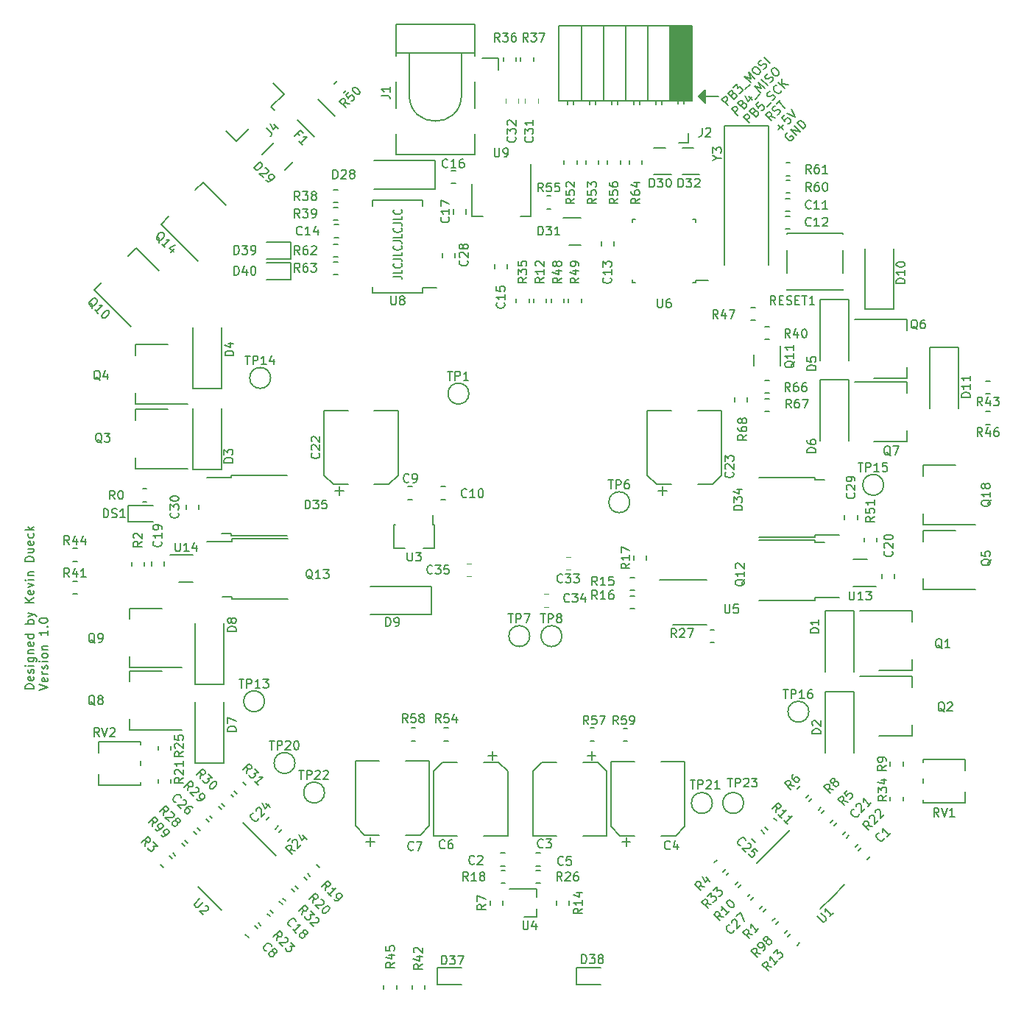
<source format=gbr>
%TF.GenerationSoftware,KiCad,Pcbnew,7.0.6*%
%TF.CreationDate,2023-08-11T13:22:00+02:00*%
%TF.ProjectId,MagLev,4d61674c-6576-42e6-9b69-6361645f7063,rev?*%
%TF.SameCoordinates,Original*%
%TF.FileFunction,Legend,Top*%
%TF.FilePolarity,Positive*%
%FSLAX46Y46*%
G04 Gerber Fmt 4.6, Leading zero omitted, Abs format (unit mm)*
G04 Created by KiCad (PCBNEW 7.0.6) date 2023-08-11 13:22:00*
%MOMM*%
%LPD*%
G01*
G04 APERTURE LIST*
%ADD10C,0.153000*%
%ADD11C,0.120000*%
G04 APERTURE END LIST*
D10*
X96159663Y-118761247D02*
X95159663Y-118761247D01*
X95159663Y-118761247D02*
X95159663Y-118523152D01*
X95159663Y-118523152D02*
X95207282Y-118380295D01*
X95207282Y-118380295D02*
X95302520Y-118285057D01*
X95302520Y-118285057D02*
X95397758Y-118237438D01*
X95397758Y-118237438D02*
X95588234Y-118189819D01*
X95588234Y-118189819D02*
X95731091Y-118189819D01*
X95731091Y-118189819D02*
X95921567Y-118237438D01*
X95921567Y-118237438D02*
X96016805Y-118285057D01*
X96016805Y-118285057D02*
X96112044Y-118380295D01*
X96112044Y-118380295D02*
X96159663Y-118523152D01*
X96159663Y-118523152D02*
X96159663Y-118761247D01*
X96112044Y-117380295D02*
X96159663Y-117475533D01*
X96159663Y-117475533D02*
X96159663Y-117666009D01*
X96159663Y-117666009D02*
X96112044Y-117761247D01*
X96112044Y-117761247D02*
X96016805Y-117808866D01*
X96016805Y-117808866D02*
X95635853Y-117808866D01*
X95635853Y-117808866D02*
X95540615Y-117761247D01*
X95540615Y-117761247D02*
X95492996Y-117666009D01*
X95492996Y-117666009D02*
X95492996Y-117475533D01*
X95492996Y-117475533D02*
X95540615Y-117380295D01*
X95540615Y-117380295D02*
X95635853Y-117332676D01*
X95635853Y-117332676D02*
X95731091Y-117332676D01*
X95731091Y-117332676D02*
X95826329Y-117808866D01*
X96112044Y-116951723D02*
X96159663Y-116856485D01*
X96159663Y-116856485D02*
X96159663Y-116666009D01*
X96159663Y-116666009D02*
X96112044Y-116570771D01*
X96112044Y-116570771D02*
X96016805Y-116523152D01*
X96016805Y-116523152D02*
X95969186Y-116523152D01*
X95969186Y-116523152D02*
X95873948Y-116570771D01*
X95873948Y-116570771D02*
X95826329Y-116666009D01*
X95826329Y-116666009D02*
X95826329Y-116808866D01*
X95826329Y-116808866D02*
X95778710Y-116904104D01*
X95778710Y-116904104D02*
X95683472Y-116951723D01*
X95683472Y-116951723D02*
X95635853Y-116951723D01*
X95635853Y-116951723D02*
X95540615Y-116904104D01*
X95540615Y-116904104D02*
X95492996Y-116808866D01*
X95492996Y-116808866D02*
X95492996Y-116666009D01*
X95492996Y-116666009D02*
X95540615Y-116570771D01*
X96159663Y-116094580D02*
X95492996Y-116094580D01*
X95159663Y-116094580D02*
X95207282Y-116142199D01*
X95207282Y-116142199D02*
X95254901Y-116094580D01*
X95254901Y-116094580D02*
X95207282Y-116046961D01*
X95207282Y-116046961D02*
X95159663Y-116094580D01*
X95159663Y-116094580D02*
X95254901Y-116094580D01*
X95492996Y-115189819D02*
X96302520Y-115189819D01*
X96302520Y-115189819D02*
X96397758Y-115237438D01*
X96397758Y-115237438D02*
X96445377Y-115285057D01*
X96445377Y-115285057D02*
X96492996Y-115380295D01*
X96492996Y-115380295D02*
X96492996Y-115523152D01*
X96492996Y-115523152D02*
X96445377Y-115618390D01*
X96112044Y-115189819D02*
X96159663Y-115285057D01*
X96159663Y-115285057D02*
X96159663Y-115475533D01*
X96159663Y-115475533D02*
X96112044Y-115570771D01*
X96112044Y-115570771D02*
X96064424Y-115618390D01*
X96064424Y-115618390D02*
X95969186Y-115666009D01*
X95969186Y-115666009D02*
X95683472Y-115666009D01*
X95683472Y-115666009D02*
X95588234Y-115618390D01*
X95588234Y-115618390D02*
X95540615Y-115570771D01*
X95540615Y-115570771D02*
X95492996Y-115475533D01*
X95492996Y-115475533D02*
X95492996Y-115285057D01*
X95492996Y-115285057D02*
X95540615Y-115189819D01*
X95492996Y-114713628D02*
X96159663Y-114713628D01*
X95588234Y-114713628D02*
X95540615Y-114666009D01*
X95540615Y-114666009D02*
X95492996Y-114570771D01*
X95492996Y-114570771D02*
X95492996Y-114427914D01*
X95492996Y-114427914D02*
X95540615Y-114332676D01*
X95540615Y-114332676D02*
X95635853Y-114285057D01*
X95635853Y-114285057D02*
X96159663Y-114285057D01*
X96112044Y-113427914D02*
X96159663Y-113523152D01*
X96159663Y-113523152D02*
X96159663Y-113713628D01*
X96159663Y-113713628D02*
X96112044Y-113808866D01*
X96112044Y-113808866D02*
X96016805Y-113856485D01*
X96016805Y-113856485D02*
X95635853Y-113856485D01*
X95635853Y-113856485D02*
X95540615Y-113808866D01*
X95540615Y-113808866D02*
X95492996Y-113713628D01*
X95492996Y-113713628D02*
X95492996Y-113523152D01*
X95492996Y-113523152D02*
X95540615Y-113427914D01*
X95540615Y-113427914D02*
X95635853Y-113380295D01*
X95635853Y-113380295D02*
X95731091Y-113380295D01*
X95731091Y-113380295D02*
X95826329Y-113856485D01*
X96159663Y-112523152D02*
X95159663Y-112523152D01*
X96112044Y-112523152D02*
X96159663Y-112618390D01*
X96159663Y-112618390D02*
X96159663Y-112808866D01*
X96159663Y-112808866D02*
X96112044Y-112904104D01*
X96112044Y-112904104D02*
X96064424Y-112951723D01*
X96064424Y-112951723D02*
X95969186Y-112999342D01*
X95969186Y-112999342D02*
X95683472Y-112999342D01*
X95683472Y-112999342D02*
X95588234Y-112951723D01*
X95588234Y-112951723D02*
X95540615Y-112904104D01*
X95540615Y-112904104D02*
X95492996Y-112808866D01*
X95492996Y-112808866D02*
X95492996Y-112618390D01*
X95492996Y-112618390D02*
X95540615Y-112523152D01*
X96159663Y-111285056D02*
X95159663Y-111285056D01*
X95540615Y-111285056D02*
X95492996Y-111189818D01*
X95492996Y-111189818D02*
X95492996Y-110999342D01*
X95492996Y-110999342D02*
X95540615Y-110904104D01*
X95540615Y-110904104D02*
X95588234Y-110856485D01*
X95588234Y-110856485D02*
X95683472Y-110808866D01*
X95683472Y-110808866D02*
X95969186Y-110808866D01*
X95969186Y-110808866D02*
X96064424Y-110856485D01*
X96064424Y-110856485D02*
X96112044Y-110904104D01*
X96112044Y-110904104D02*
X96159663Y-110999342D01*
X96159663Y-110999342D02*
X96159663Y-111189818D01*
X96159663Y-111189818D02*
X96112044Y-111285056D01*
X95492996Y-110475532D02*
X96159663Y-110237437D01*
X95492996Y-109999342D02*
X96159663Y-110237437D01*
X96159663Y-110237437D02*
X96397758Y-110332675D01*
X96397758Y-110332675D02*
X96445377Y-110380294D01*
X96445377Y-110380294D02*
X96492996Y-110475532D01*
X96159663Y-108856484D02*
X95159663Y-108856484D01*
X96159663Y-108285056D02*
X95588234Y-108713627D01*
X95159663Y-108285056D02*
X95731091Y-108856484D01*
X96112044Y-107475532D02*
X96159663Y-107570770D01*
X96159663Y-107570770D02*
X96159663Y-107761246D01*
X96159663Y-107761246D02*
X96112044Y-107856484D01*
X96112044Y-107856484D02*
X96016805Y-107904103D01*
X96016805Y-107904103D02*
X95635853Y-107904103D01*
X95635853Y-107904103D02*
X95540615Y-107856484D01*
X95540615Y-107856484D02*
X95492996Y-107761246D01*
X95492996Y-107761246D02*
X95492996Y-107570770D01*
X95492996Y-107570770D02*
X95540615Y-107475532D01*
X95540615Y-107475532D02*
X95635853Y-107427913D01*
X95635853Y-107427913D02*
X95731091Y-107427913D01*
X95731091Y-107427913D02*
X95826329Y-107904103D01*
X95492996Y-107094579D02*
X96159663Y-106856484D01*
X96159663Y-106856484D02*
X95492996Y-106618389D01*
X96159663Y-106237436D02*
X95492996Y-106237436D01*
X95159663Y-106237436D02*
X95207282Y-106285055D01*
X95207282Y-106285055D02*
X95254901Y-106237436D01*
X95254901Y-106237436D02*
X95207282Y-106189817D01*
X95207282Y-106189817D02*
X95159663Y-106237436D01*
X95159663Y-106237436D02*
X95254901Y-106237436D01*
X95492996Y-105761246D02*
X96159663Y-105761246D01*
X95588234Y-105761246D02*
X95540615Y-105713627D01*
X95540615Y-105713627D02*
X95492996Y-105618389D01*
X95492996Y-105618389D02*
X95492996Y-105475532D01*
X95492996Y-105475532D02*
X95540615Y-105380294D01*
X95540615Y-105380294D02*
X95635853Y-105332675D01*
X95635853Y-105332675D02*
X96159663Y-105332675D01*
X96159663Y-104094579D02*
X95159663Y-104094579D01*
X95159663Y-104094579D02*
X95159663Y-103856484D01*
X95159663Y-103856484D02*
X95207282Y-103713627D01*
X95207282Y-103713627D02*
X95302520Y-103618389D01*
X95302520Y-103618389D02*
X95397758Y-103570770D01*
X95397758Y-103570770D02*
X95588234Y-103523151D01*
X95588234Y-103523151D02*
X95731091Y-103523151D01*
X95731091Y-103523151D02*
X95921567Y-103570770D01*
X95921567Y-103570770D02*
X96016805Y-103618389D01*
X96016805Y-103618389D02*
X96112044Y-103713627D01*
X96112044Y-103713627D02*
X96159663Y-103856484D01*
X96159663Y-103856484D02*
X96159663Y-104094579D01*
X95492996Y-102666008D02*
X96159663Y-102666008D01*
X95492996Y-103094579D02*
X96016805Y-103094579D01*
X96016805Y-103094579D02*
X96112044Y-103046960D01*
X96112044Y-103046960D02*
X96159663Y-102951722D01*
X96159663Y-102951722D02*
X96159663Y-102808865D01*
X96159663Y-102808865D02*
X96112044Y-102713627D01*
X96112044Y-102713627D02*
X96064424Y-102666008D01*
X96112044Y-101808865D02*
X96159663Y-101904103D01*
X96159663Y-101904103D02*
X96159663Y-102094579D01*
X96159663Y-102094579D02*
X96112044Y-102189817D01*
X96112044Y-102189817D02*
X96016805Y-102237436D01*
X96016805Y-102237436D02*
X95635853Y-102237436D01*
X95635853Y-102237436D02*
X95540615Y-102189817D01*
X95540615Y-102189817D02*
X95492996Y-102094579D01*
X95492996Y-102094579D02*
X95492996Y-101904103D01*
X95492996Y-101904103D02*
X95540615Y-101808865D01*
X95540615Y-101808865D02*
X95635853Y-101761246D01*
X95635853Y-101761246D02*
X95731091Y-101761246D01*
X95731091Y-101761246D02*
X95826329Y-102237436D01*
X96112044Y-100904103D02*
X96159663Y-100999341D01*
X96159663Y-100999341D02*
X96159663Y-101189817D01*
X96159663Y-101189817D02*
X96112044Y-101285055D01*
X96112044Y-101285055D02*
X96064424Y-101332674D01*
X96064424Y-101332674D02*
X95969186Y-101380293D01*
X95969186Y-101380293D02*
X95683472Y-101380293D01*
X95683472Y-101380293D02*
X95588234Y-101332674D01*
X95588234Y-101332674D02*
X95540615Y-101285055D01*
X95540615Y-101285055D02*
X95492996Y-101189817D01*
X95492996Y-101189817D02*
X95492996Y-100999341D01*
X95492996Y-100999341D02*
X95540615Y-100904103D01*
X96159663Y-100475531D02*
X95159663Y-100475531D01*
X95778710Y-100380293D02*
X96159663Y-100094579D01*
X95492996Y-100094579D02*
X95873948Y-100475531D01*
X96769663Y-118904104D02*
X97769663Y-118570771D01*
X97769663Y-118570771D02*
X96769663Y-118237438D01*
X97722044Y-117523152D02*
X97769663Y-117618390D01*
X97769663Y-117618390D02*
X97769663Y-117808866D01*
X97769663Y-117808866D02*
X97722044Y-117904104D01*
X97722044Y-117904104D02*
X97626805Y-117951723D01*
X97626805Y-117951723D02*
X97245853Y-117951723D01*
X97245853Y-117951723D02*
X97150615Y-117904104D01*
X97150615Y-117904104D02*
X97102996Y-117808866D01*
X97102996Y-117808866D02*
X97102996Y-117618390D01*
X97102996Y-117618390D02*
X97150615Y-117523152D01*
X97150615Y-117523152D02*
X97245853Y-117475533D01*
X97245853Y-117475533D02*
X97341091Y-117475533D01*
X97341091Y-117475533D02*
X97436329Y-117951723D01*
X97769663Y-117046961D02*
X97102996Y-117046961D01*
X97293472Y-117046961D02*
X97198234Y-116999342D01*
X97198234Y-116999342D02*
X97150615Y-116951723D01*
X97150615Y-116951723D02*
X97102996Y-116856485D01*
X97102996Y-116856485D02*
X97102996Y-116761247D01*
X97722044Y-116475532D02*
X97769663Y-116380294D01*
X97769663Y-116380294D02*
X97769663Y-116189818D01*
X97769663Y-116189818D02*
X97722044Y-116094580D01*
X97722044Y-116094580D02*
X97626805Y-116046961D01*
X97626805Y-116046961D02*
X97579186Y-116046961D01*
X97579186Y-116046961D02*
X97483948Y-116094580D01*
X97483948Y-116094580D02*
X97436329Y-116189818D01*
X97436329Y-116189818D02*
X97436329Y-116332675D01*
X97436329Y-116332675D02*
X97388710Y-116427913D01*
X97388710Y-116427913D02*
X97293472Y-116475532D01*
X97293472Y-116475532D02*
X97245853Y-116475532D01*
X97245853Y-116475532D02*
X97150615Y-116427913D01*
X97150615Y-116427913D02*
X97102996Y-116332675D01*
X97102996Y-116332675D02*
X97102996Y-116189818D01*
X97102996Y-116189818D02*
X97150615Y-116094580D01*
X97769663Y-115618389D02*
X97102996Y-115618389D01*
X96769663Y-115618389D02*
X96817282Y-115666008D01*
X96817282Y-115666008D02*
X96864901Y-115618389D01*
X96864901Y-115618389D02*
X96817282Y-115570770D01*
X96817282Y-115570770D02*
X96769663Y-115618389D01*
X96769663Y-115618389D02*
X96864901Y-115618389D01*
X97769663Y-114999342D02*
X97722044Y-115094580D01*
X97722044Y-115094580D02*
X97674424Y-115142199D01*
X97674424Y-115142199D02*
X97579186Y-115189818D01*
X97579186Y-115189818D02*
X97293472Y-115189818D01*
X97293472Y-115189818D02*
X97198234Y-115142199D01*
X97198234Y-115142199D02*
X97150615Y-115094580D01*
X97150615Y-115094580D02*
X97102996Y-114999342D01*
X97102996Y-114999342D02*
X97102996Y-114856485D01*
X97102996Y-114856485D02*
X97150615Y-114761247D01*
X97150615Y-114761247D02*
X97198234Y-114713628D01*
X97198234Y-114713628D02*
X97293472Y-114666009D01*
X97293472Y-114666009D02*
X97579186Y-114666009D01*
X97579186Y-114666009D02*
X97674424Y-114713628D01*
X97674424Y-114713628D02*
X97722044Y-114761247D01*
X97722044Y-114761247D02*
X97769663Y-114856485D01*
X97769663Y-114856485D02*
X97769663Y-114999342D01*
X97102996Y-114237437D02*
X97769663Y-114237437D01*
X97198234Y-114237437D02*
X97150615Y-114189818D01*
X97150615Y-114189818D02*
X97102996Y-114094580D01*
X97102996Y-114094580D02*
X97102996Y-113951723D01*
X97102996Y-113951723D02*
X97150615Y-113856485D01*
X97150615Y-113856485D02*
X97245853Y-113808866D01*
X97245853Y-113808866D02*
X97769663Y-113808866D01*
X97769663Y-112046961D02*
X97769663Y-112618389D01*
X97769663Y-112332675D02*
X96769663Y-112332675D01*
X96769663Y-112332675D02*
X96912520Y-112427913D01*
X96912520Y-112427913D02*
X97007758Y-112523151D01*
X97007758Y-112523151D02*
X97055377Y-112618389D01*
X97674424Y-111618389D02*
X97722044Y-111570770D01*
X97722044Y-111570770D02*
X97769663Y-111618389D01*
X97769663Y-111618389D02*
X97722044Y-111666008D01*
X97722044Y-111666008D02*
X97674424Y-111618389D01*
X97674424Y-111618389D02*
X97769663Y-111618389D01*
X96769663Y-110951723D02*
X96769663Y-110856485D01*
X96769663Y-110856485D02*
X96817282Y-110761247D01*
X96817282Y-110761247D02*
X96864901Y-110713628D01*
X96864901Y-110713628D02*
X96960139Y-110666009D01*
X96960139Y-110666009D02*
X97150615Y-110618390D01*
X97150615Y-110618390D02*
X97388710Y-110618390D01*
X97388710Y-110618390D02*
X97579186Y-110666009D01*
X97579186Y-110666009D02*
X97674424Y-110713628D01*
X97674424Y-110713628D02*
X97722044Y-110761247D01*
X97722044Y-110761247D02*
X97769663Y-110856485D01*
X97769663Y-110856485D02*
X97769663Y-110951723D01*
X97769663Y-110951723D02*
X97722044Y-111046961D01*
X97722044Y-111046961D02*
X97674424Y-111094580D01*
X97674424Y-111094580D02*
X97579186Y-111142199D01*
X97579186Y-111142199D02*
X97388710Y-111189818D01*
X97388710Y-111189818D02*
X97150615Y-111189818D01*
X97150615Y-111189818D02*
X96960139Y-111142199D01*
X96960139Y-111142199D02*
X96864901Y-111094580D01*
X96864901Y-111094580D02*
X96817282Y-111046961D01*
X96817282Y-111046961D02*
X96769663Y-110951723D01*
X137519663Y-71330295D02*
X138233948Y-71330295D01*
X138233948Y-71330295D02*
X138376805Y-71368390D01*
X138376805Y-71368390D02*
X138472044Y-71444581D01*
X138472044Y-71444581D02*
X138519663Y-71558866D01*
X138519663Y-71558866D02*
X138519663Y-71635057D01*
X138519663Y-70568390D02*
X138519663Y-70949342D01*
X138519663Y-70949342D02*
X137519663Y-70949342D01*
X138424424Y-69844580D02*
X138472044Y-69882676D01*
X138472044Y-69882676D02*
X138519663Y-69996961D01*
X138519663Y-69996961D02*
X138519663Y-70073152D01*
X138519663Y-70073152D02*
X138472044Y-70187438D01*
X138472044Y-70187438D02*
X138376805Y-70263628D01*
X138376805Y-70263628D02*
X138281567Y-70301723D01*
X138281567Y-70301723D02*
X138091091Y-70339819D01*
X138091091Y-70339819D02*
X137948234Y-70339819D01*
X137948234Y-70339819D02*
X137757758Y-70301723D01*
X137757758Y-70301723D02*
X137662520Y-70263628D01*
X137662520Y-70263628D02*
X137567282Y-70187438D01*
X137567282Y-70187438D02*
X137519663Y-70073152D01*
X137519663Y-70073152D02*
X137519663Y-69996961D01*
X137519663Y-69996961D02*
X137567282Y-69882676D01*
X137567282Y-69882676D02*
X137614901Y-69844580D01*
X137519663Y-69273152D02*
X138233948Y-69273152D01*
X138233948Y-69273152D02*
X138376805Y-69311247D01*
X138376805Y-69311247D02*
X138472044Y-69387438D01*
X138472044Y-69387438D02*
X138519663Y-69501723D01*
X138519663Y-69501723D02*
X138519663Y-69577914D01*
X138519663Y-68511247D02*
X138519663Y-68892199D01*
X138519663Y-68892199D02*
X137519663Y-68892199D01*
X138424424Y-67787437D02*
X138472044Y-67825533D01*
X138472044Y-67825533D02*
X138519663Y-67939818D01*
X138519663Y-67939818D02*
X138519663Y-68016009D01*
X138519663Y-68016009D02*
X138472044Y-68130295D01*
X138472044Y-68130295D02*
X138376805Y-68206485D01*
X138376805Y-68206485D02*
X138281567Y-68244580D01*
X138281567Y-68244580D02*
X138091091Y-68282676D01*
X138091091Y-68282676D02*
X137948234Y-68282676D01*
X137948234Y-68282676D02*
X137757758Y-68244580D01*
X137757758Y-68244580D02*
X137662520Y-68206485D01*
X137662520Y-68206485D02*
X137567282Y-68130295D01*
X137567282Y-68130295D02*
X137519663Y-68016009D01*
X137519663Y-68016009D02*
X137519663Y-67939818D01*
X137519663Y-67939818D02*
X137567282Y-67825533D01*
X137567282Y-67825533D02*
X137614901Y-67787437D01*
X137519663Y-67216009D02*
X138233948Y-67216009D01*
X138233948Y-67216009D02*
X138376805Y-67254104D01*
X138376805Y-67254104D02*
X138472044Y-67330295D01*
X138472044Y-67330295D02*
X138519663Y-67444580D01*
X138519663Y-67444580D02*
X138519663Y-67520771D01*
X138519663Y-66454104D02*
X138519663Y-66835056D01*
X138519663Y-66835056D02*
X137519663Y-66835056D01*
X138424424Y-65730294D02*
X138472044Y-65768390D01*
X138472044Y-65768390D02*
X138519663Y-65882675D01*
X138519663Y-65882675D02*
X138519663Y-65958866D01*
X138519663Y-65958866D02*
X138472044Y-66073152D01*
X138472044Y-66073152D02*
X138376805Y-66149342D01*
X138376805Y-66149342D02*
X138281567Y-66187437D01*
X138281567Y-66187437D02*
X138091091Y-66225533D01*
X138091091Y-66225533D02*
X137948234Y-66225533D01*
X137948234Y-66225533D02*
X137757758Y-66187437D01*
X137757758Y-66187437D02*
X137662520Y-66149342D01*
X137662520Y-66149342D02*
X137567282Y-66073152D01*
X137567282Y-66073152D02*
X137519663Y-65958866D01*
X137519663Y-65958866D02*
X137519663Y-65882675D01*
X137519663Y-65882675D02*
X137567282Y-65768390D01*
X137567282Y-65768390D02*
X137614901Y-65730294D01*
X137519663Y-65158866D02*
X138233948Y-65158866D01*
X138233948Y-65158866D02*
X138376805Y-65196961D01*
X138376805Y-65196961D02*
X138472044Y-65273152D01*
X138472044Y-65273152D02*
X138519663Y-65387437D01*
X138519663Y-65387437D02*
X138519663Y-65463628D01*
X138519663Y-64396961D02*
X138519663Y-64777913D01*
X138519663Y-64777913D02*
X137519663Y-64777913D01*
X138424424Y-63673151D02*
X138472044Y-63711247D01*
X138472044Y-63711247D02*
X138519663Y-63825532D01*
X138519663Y-63825532D02*
X138519663Y-63901723D01*
X138519663Y-63901723D02*
X138472044Y-64016009D01*
X138472044Y-64016009D02*
X138376805Y-64092199D01*
X138376805Y-64092199D02*
X138281567Y-64130294D01*
X138281567Y-64130294D02*
X138091091Y-64168390D01*
X138091091Y-64168390D02*
X137948234Y-64168390D01*
X137948234Y-64168390D02*
X137757758Y-64130294D01*
X137757758Y-64130294D02*
X137662520Y-64092199D01*
X137662520Y-64092199D02*
X137567282Y-64016009D01*
X137567282Y-64016009D02*
X137519663Y-63901723D01*
X137519663Y-63901723D02*
X137519663Y-63825532D01*
X137519663Y-63825532D02*
X137567282Y-63711247D01*
X137567282Y-63711247D02*
X137614901Y-63673151D01*
X174900000Y-50600000D02*
X172600000Y-50600000D01*
X173400000Y-51400000D02*
X172600000Y-50600000D01*
X173400000Y-49800000D01*
X173400000Y-51400000D01*
G36*
X173400000Y-51400000D02*
G01*
X172600000Y-50600000D01*
X173400000Y-49800000D01*
X173400000Y-51400000D01*
G37*
X175991262Y-51639993D02*
X175284155Y-50932886D01*
X175284155Y-50932886D02*
X175553529Y-50663512D01*
X175553529Y-50663512D02*
X175654544Y-50629840D01*
X175654544Y-50629840D02*
X175721888Y-50629840D01*
X175721888Y-50629840D02*
X175822903Y-50663512D01*
X175822903Y-50663512D02*
X175923918Y-50764527D01*
X175923918Y-50764527D02*
X175957590Y-50865543D01*
X175957590Y-50865543D02*
X175957590Y-50932886D01*
X175957590Y-50932886D02*
X175923918Y-51033901D01*
X175923918Y-51033901D02*
X175654544Y-51303275D01*
X176563681Y-50326795D02*
X176698369Y-50259451D01*
X176698369Y-50259451D02*
X176765712Y-50259451D01*
X176765712Y-50259451D02*
X176866727Y-50293123D01*
X176866727Y-50293123D02*
X176967743Y-50394138D01*
X176967743Y-50394138D02*
X177001414Y-50495153D01*
X177001414Y-50495153D02*
X177001414Y-50562497D01*
X177001414Y-50562497D02*
X176967743Y-50663512D01*
X176967743Y-50663512D02*
X176698369Y-50932886D01*
X176698369Y-50932886D02*
X175991262Y-50225779D01*
X175991262Y-50225779D02*
X176226964Y-49990077D01*
X176226964Y-49990077D02*
X176327979Y-49956405D01*
X176327979Y-49956405D02*
X176395323Y-49956405D01*
X176395323Y-49956405D02*
X176496338Y-49990077D01*
X176496338Y-49990077D02*
X176563681Y-50057421D01*
X176563681Y-50057421D02*
X176597353Y-50158436D01*
X176597353Y-50158436D02*
X176597353Y-50225779D01*
X176597353Y-50225779D02*
X176563681Y-50326795D01*
X176563681Y-50326795D02*
X176327979Y-50562497D01*
X176631025Y-49586016D02*
X177068758Y-49148283D01*
X177068758Y-49148283D02*
X177102430Y-49653360D01*
X177102430Y-49653360D02*
X177203445Y-49552344D01*
X177203445Y-49552344D02*
X177304460Y-49518673D01*
X177304460Y-49518673D02*
X177371804Y-49518673D01*
X177371804Y-49518673D02*
X177472819Y-49552344D01*
X177472819Y-49552344D02*
X177641178Y-49720703D01*
X177641178Y-49720703D02*
X177674849Y-49821718D01*
X177674849Y-49821718D02*
X177674849Y-49889062D01*
X177674849Y-49889062D02*
X177641178Y-49990077D01*
X177641178Y-49990077D02*
X177439147Y-50192108D01*
X177439147Y-50192108D02*
X177338132Y-50225779D01*
X177338132Y-50225779D02*
X177270788Y-50225779D01*
X177977895Y-49788047D02*
X178516643Y-49249299D01*
X178617659Y-49013596D02*
X177910552Y-48306489D01*
X177910552Y-48306489D02*
X178651330Y-48575863D01*
X178651330Y-48575863D02*
X178381956Y-47835085D01*
X178381956Y-47835085D02*
X179089063Y-48542192D01*
X178853361Y-47363680D02*
X178988048Y-47228993D01*
X178988048Y-47228993D02*
X179089063Y-47195322D01*
X179089063Y-47195322D02*
X179223750Y-47195322D01*
X179223750Y-47195322D02*
X179392109Y-47296337D01*
X179392109Y-47296337D02*
X179627811Y-47532039D01*
X179627811Y-47532039D02*
X179728826Y-47700398D01*
X179728826Y-47700398D02*
X179728826Y-47835085D01*
X179728826Y-47835085D02*
X179695154Y-47936100D01*
X179695154Y-47936100D02*
X179560467Y-48070787D01*
X179560467Y-48070787D02*
X179459452Y-48104459D01*
X179459452Y-48104459D02*
X179324765Y-48104459D01*
X179324765Y-48104459D02*
X179156406Y-48003444D01*
X179156406Y-48003444D02*
X178920704Y-47767741D01*
X178920704Y-47767741D02*
X178819689Y-47599383D01*
X178819689Y-47599383D02*
X178819689Y-47464696D01*
X178819689Y-47464696D02*
X178853361Y-47363680D01*
X180099215Y-47464696D02*
X180233902Y-47397352D01*
X180233902Y-47397352D02*
X180402261Y-47228993D01*
X180402261Y-47228993D02*
X180435933Y-47127978D01*
X180435933Y-47127978D02*
X180435933Y-47060635D01*
X180435933Y-47060635D02*
X180402261Y-46959619D01*
X180402261Y-46959619D02*
X180334918Y-46892276D01*
X180334918Y-46892276D02*
X180233902Y-46858604D01*
X180233902Y-46858604D02*
X180166559Y-46858604D01*
X180166559Y-46858604D02*
X180065544Y-46892276D01*
X180065544Y-46892276D02*
X179897185Y-46993291D01*
X179897185Y-46993291D02*
X179796170Y-47026963D01*
X179796170Y-47026963D02*
X179728826Y-47026963D01*
X179728826Y-47026963D02*
X179627811Y-46993291D01*
X179627811Y-46993291D02*
X179560467Y-46925948D01*
X179560467Y-46925948D02*
X179526796Y-46824932D01*
X179526796Y-46824932D02*
X179526796Y-46757589D01*
X179526796Y-46757589D02*
X179560467Y-46656574D01*
X179560467Y-46656574D02*
X179728826Y-46488215D01*
X179728826Y-46488215D02*
X179863513Y-46420871D01*
X180839994Y-46791261D02*
X180132887Y-46084154D01*
X177129704Y-52778435D02*
X176422597Y-52071328D01*
X176422597Y-52071328D02*
X176691971Y-51801954D01*
X176691971Y-51801954D02*
X176792986Y-51768282D01*
X176792986Y-51768282D02*
X176860330Y-51768282D01*
X176860330Y-51768282D02*
X176961345Y-51801954D01*
X176961345Y-51801954D02*
X177062360Y-51902969D01*
X177062360Y-51902969D02*
X177096032Y-52003985D01*
X177096032Y-52003985D02*
X177096032Y-52071328D01*
X177096032Y-52071328D02*
X177062360Y-52172343D01*
X177062360Y-52172343D02*
X176792986Y-52441717D01*
X177702123Y-51465237D02*
X177836811Y-51397893D01*
X177836811Y-51397893D02*
X177904154Y-51397893D01*
X177904154Y-51397893D02*
X178005169Y-51431565D01*
X178005169Y-51431565D02*
X178106185Y-51532580D01*
X178106185Y-51532580D02*
X178139856Y-51633595D01*
X178139856Y-51633595D02*
X178139856Y-51700939D01*
X178139856Y-51700939D02*
X178106185Y-51801954D01*
X178106185Y-51801954D02*
X177836811Y-52071328D01*
X177836811Y-52071328D02*
X177129704Y-51364221D01*
X177129704Y-51364221D02*
X177365406Y-51128519D01*
X177365406Y-51128519D02*
X177466421Y-51094847D01*
X177466421Y-51094847D02*
X177533765Y-51094847D01*
X177533765Y-51094847D02*
X177634780Y-51128519D01*
X177634780Y-51128519D02*
X177702123Y-51195863D01*
X177702123Y-51195863D02*
X177735795Y-51296878D01*
X177735795Y-51296878D02*
X177735795Y-51364221D01*
X177735795Y-51364221D02*
X177702123Y-51465237D01*
X177702123Y-51465237D02*
X177466421Y-51700939D01*
X178375559Y-50589771D02*
X178846963Y-51061176D01*
X177937826Y-50488756D02*
X178274543Y-51162191D01*
X178274543Y-51162191D02*
X178712276Y-50724458D01*
X179116337Y-50926489D02*
X179655085Y-50387741D01*
X179756101Y-50152038D02*
X179048994Y-49444931D01*
X179048994Y-49444931D02*
X179789772Y-49714305D01*
X179789772Y-49714305D02*
X179520398Y-48973527D01*
X179520398Y-48973527D02*
X180227505Y-49680634D01*
X180564222Y-49343916D02*
X179857116Y-48636809D01*
X180833596Y-49007199D02*
X180968283Y-48939856D01*
X180968283Y-48939856D02*
X181136642Y-48771497D01*
X181136642Y-48771497D02*
X181170314Y-48670482D01*
X181170314Y-48670482D02*
X181170314Y-48603138D01*
X181170314Y-48603138D02*
X181136642Y-48502123D01*
X181136642Y-48502123D02*
X181069298Y-48434779D01*
X181069298Y-48434779D02*
X180968283Y-48401108D01*
X180968283Y-48401108D02*
X180900940Y-48401108D01*
X180900940Y-48401108D02*
X180799924Y-48434779D01*
X180799924Y-48434779D02*
X180631566Y-48535795D01*
X180631566Y-48535795D02*
X180530550Y-48569466D01*
X180530550Y-48569466D02*
X180463207Y-48569466D01*
X180463207Y-48569466D02*
X180362192Y-48535795D01*
X180362192Y-48535795D02*
X180294848Y-48468451D01*
X180294848Y-48468451D02*
X180261176Y-48367436D01*
X180261176Y-48367436D02*
X180261176Y-48300092D01*
X180261176Y-48300092D02*
X180294848Y-48199077D01*
X180294848Y-48199077D02*
X180463207Y-48030718D01*
X180463207Y-48030718D02*
X180597894Y-47963375D01*
X181001955Y-47491970D02*
X181136642Y-47357283D01*
X181136642Y-47357283D02*
X181237657Y-47323611D01*
X181237657Y-47323611D02*
X181372344Y-47323611D01*
X181372344Y-47323611D02*
X181540703Y-47424627D01*
X181540703Y-47424627D02*
X181776405Y-47660329D01*
X181776405Y-47660329D02*
X181877420Y-47828688D01*
X181877420Y-47828688D02*
X181877420Y-47963375D01*
X181877420Y-47963375D02*
X181843749Y-48064390D01*
X181843749Y-48064390D02*
X181709062Y-48199077D01*
X181709062Y-48199077D02*
X181608046Y-48232749D01*
X181608046Y-48232749D02*
X181473359Y-48232749D01*
X181473359Y-48232749D02*
X181305001Y-48131733D01*
X181305001Y-48131733D02*
X181069298Y-47896031D01*
X181069298Y-47896031D02*
X180968283Y-47727672D01*
X180968283Y-47727672D02*
X180968283Y-47592985D01*
X180968283Y-47592985D02*
X181001955Y-47491970D01*
X178503848Y-53681175D02*
X177796741Y-52974068D01*
X177796741Y-52974068D02*
X178066115Y-52704694D01*
X178066115Y-52704694D02*
X178167130Y-52671022D01*
X178167130Y-52671022D02*
X178234474Y-52671022D01*
X178234474Y-52671022D02*
X178335489Y-52704694D01*
X178335489Y-52704694D02*
X178436504Y-52805709D01*
X178436504Y-52805709D02*
X178470176Y-52906725D01*
X178470176Y-52906725D02*
X178470176Y-52974068D01*
X178470176Y-52974068D02*
X178436504Y-53075083D01*
X178436504Y-53075083D02*
X178167130Y-53344457D01*
X179076268Y-52367977D02*
X179210955Y-52300633D01*
X179210955Y-52300633D02*
X179278298Y-52300633D01*
X179278298Y-52300633D02*
X179379313Y-52334305D01*
X179379313Y-52334305D02*
X179480329Y-52435320D01*
X179480329Y-52435320D02*
X179514000Y-52536335D01*
X179514000Y-52536335D02*
X179514000Y-52603679D01*
X179514000Y-52603679D02*
X179480329Y-52704694D01*
X179480329Y-52704694D02*
X179210955Y-52974068D01*
X179210955Y-52974068D02*
X178503848Y-52266961D01*
X178503848Y-52266961D02*
X178739550Y-52031259D01*
X178739550Y-52031259D02*
X178840565Y-51997587D01*
X178840565Y-51997587D02*
X178907909Y-51997587D01*
X178907909Y-51997587D02*
X179008924Y-52031259D01*
X179008924Y-52031259D02*
X179076268Y-52098603D01*
X179076268Y-52098603D02*
X179109939Y-52199618D01*
X179109939Y-52199618D02*
X179109939Y-52266961D01*
X179109939Y-52266961D02*
X179076268Y-52367977D01*
X179076268Y-52367977D02*
X178840565Y-52603679D01*
X179547672Y-51223137D02*
X179210955Y-51559855D01*
X179210955Y-51559855D02*
X179514000Y-51930244D01*
X179514000Y-51930244D02*
X179514000Y-51862900D01*
X179514000Y-51862900D02*
X179547672Y-51761885D01*
X179547672Y-51761885D02*
X179716031Y-51593526D01*
X179716031Y-51593526D02*
X179817046Y-51559855D01*
X179817046Y-51559855D02*
X179884390Y-51559855D01*
X179884390Y-51559855D02*
X179985405Y-51593526D01*
X179985405Y-51593526D02*
X180153764Y-51761885D01*
X180153764Y-51761885D02*
X180187435Y-51862900D01*
X180187435Y-51862900D02*
X180187435Y-51930244D01*
X180187435Y-51930244D02*
X180153764Y-52031259D01*
X180153764Y-52031259D02*
X179985405Y-52199618D01*
X179985405Y-52199618D02*
X179884390Y-52233290D01*
X179884390Y-52233290D02*
X179817046Y-52233290D01*
X180490481Y-51829229D02*
X181029229Y-51290481D01*
X181062901Y-51054778D02*
X181197588Y-50987435D01*
X181197588Y-50987435D02*
X181365947Y-50819076D01*
X181365947Y-50819076D02*
X181399619Y-50718061D01*
X181399619Y-50718061D02*
X181399619Y-50650717D01*
X181399619Y-50650717D02*
X181365947Y-50549702D01*
X181365947Y-50549702D02*
X181298603Y-50482358D01*
X181298603Y-50482358D02*
X181197588Y-50448687D01*
X181197588Y-50448687D02*
X181130245Y-50448687D01*
X181130245Y-50448687D02*
X181029229Y-50482358D01*
X181029229Y-50482358D02*
X180860871Y-50583374D01*
X180860871Y-50583374D02*
X180759855Y-50617045D01*
X180759855Y-50617045D02*
X180692512Y-50617045D01*
X180692512Y-50617045D02*
X180591497Y-50583374D01*
X180591497Y-50583374D02*
X180524153Y-50516030D01*
X180524153Y-50516030D02*
X180490481Y-50415015D01*
X180490481Y-50415015D02*
X180490481Y-50347671D01*
X180490481Y-50347671D02*
X180524153Y-50246656D01*
X180524153Y-50246656D02*
X180692512Y-50078297D01*
X180692512Y-50078297D02*
X180827199Y-50010954D01*
X182140397Y-49909939D02*
X182140397Y-49977282D01*
X182140397Y-49977282D02*
X182073054Y-50111969D01*
X182073054Y-50111969D02*
X182005710Y-50179313D01*
X182005710Y-50179313D02*
X181871023Y-50246656D01*
X181871023Y-50246656D02*
X181736336Y-50246656D01*
X181736336Y-50246656D02*
X181635321Y-50212984D01*
X181635321Y-50212984D02*
X181466962Y-50111969D01*
X181466962Y-50111969D02*
X181365947Y-50010954D01*
X181365947Y-50010954D02*
X181264932Y-49842595D01*
X181264932Y-49842595D02*
X181231260Y-49741580D01*
X181231260Y-49741580D02*
X181231260Y-49606893D01*
X181231260Y-49606893D02*
X181298603Y-49472206D01*
X181298603Y-49472206D02*
X181365947Y-49404862D01*
X181365947Y-49404862D02*
X181500634Y-49337519D01*
X181500634Y-49337519D02*
X181567977Y-49337519D01*
X182510786Y-49674236D02*
X181803680Y-48967130D01*
X182914847Y-49270175D02*
X182207741Y-49169160D01*
X182207741Y-48563069D02*
X182207741Y-49371191D01*
X181443728Y-53018179D02*
X180871308Y-52917163D01*
X181039667Y-53422240D02*
X180332560Y-52715133D01*
X180332560Y-52715133D02*
X180601934Y-52445759D01*
X180601934Y-52445759D02*
X180702950Y-52412087D01*
X180702950Y-52412087D02*
X180770293Y-52412087D01*
X180770293Y-52412087D02*
X180871308Y-52445759D01*
X180871308Y-52445759D02*
X180972324Y-52546774D01*
X180972324Y-52546774D02*
X181005995Y-52647789D01*
X181005995Y-52647789D02*
X181005995Y-52715133D01*
X181005995Y-52715133D02*
X180972324Y-52816148D01*
X180972324Y-52816148D02*
X180702950Y-53085522D01*
X181679430Y-52715133D02*
X181814117Y-52647789D01*
X181814117Y-52647789D02*
X181982476Y-52479431D01*
X181982476Y-52479431D02*
X182016148Y-52378415D01*
X182016148Y-52378415D02*
X182016148Y-52311072D01*
X182016148Y-52311072D02*
X181982476Y-52210057D01*
X181982476Y-52210057D02*
X181915133Y-52142713D01*
X181915133Y-52142713D02*
X181814117Y-52109041D01*
X181814117Y-52109041D02*
X181746774Y-52109041D01*
X181746774Y-52109041D02*
X181645759Y-52142713D01*
X181645759Y-52142713D02*
X181477400Y-52243728D01*
X181477400Y-52243728D02*
X181376385Y-52277400D01*
X181376385Y-52277400D02*
X181309041Y-52277400D01*
X181309041Y-52277400D02*
X181208026Y-52243728D01*
X181208026Y-52243728D02*
X181140682Y-52176385D01*
X181140682Y-52176385D02*
X181107011Y-52075370D01*
X181107011Y-52075370D02*
X181107011Y-52008026D01*
X181107011Y-52008026D02*
X181140682Y-51907011D01*
X181140682Y-51907011D02*
X181309041Y-51738652D01*
X181309041Y-51738652D02*
X181443728Y-51671309D01*
X181612087Y-51435606D02*
X182016148Y-51031545D01*
X182521224Y-51940683D02*
X181814117Y-51233576D01*
X181790884Y-54409158D02*
X182329632Y-53870410D01*
X182329632Y-54409158D02*
X181790884Y-53870410D01*
X182565335Y-52759243D02*
X182228617Y-53095960D01*
X182228617Y-53095960D02*
X182531663Y-53466349D01*
X182531663Y-53466349D02*
X182531663Y-53399006D01*
X182531663Y-53399006D02*
X182565335Y-53297991D01*
X182565335Y-53297991D02*
X182733693Y-53129632D01*
X182733693Y-53129632D02*
X182834709Y-53095960D01*
X182834709Y-53095960D02*
X182902052Y-53095960D01*
X182902052Y-53095960D02*
X183003067Y-53129632D01*
X183003067Y-53129632D02*
X183171426Y-53297991D01*
X183171426Y-53297991D02*
X183205098Y-53399006D01*
X183205098Y-53399006D02*
X183205098Y-53466349D01*
X183205098Y-53466349D02*
X183171426Y-53567365D01*
X183171426Y-53567365D02*
X183003067Y-53735723D01*
X183003067Y-53735723D02*
X182902052Y-53769395D01*
X182902052Y-53769395D02*
X182834709Y-53769395D01*
X182801037Y-52523540D02*
X183743846Y-52994945D01*
X183743846Y-52994945D02*
X183272441Y-52052136D01*
X182895655Y-54773150D02*
X182794639Y-54806822D01*
X182794639Y-54806822D02*
X182693624Y-54907837D01*
X182693624Y-54907837D02*
X182626281Y-55042524D01*
X182626281Y-55042524D02*
X182626281Y-55177211D01*
X182626281Y-55177211D02*
X182659952Y-55278226D01*
X182659952Y-55278226D02*
X182760968Y-55446585D01*
X182760968Y-55446585D02*
X182861983Y-55547600D01*
X182861983Y-55547600D02*
X183030342Y-55648616D01*
X183030342Y-55648616D02*
X183131357Y-55682287D01*
X183131357Y-55682287D02*
X183266044Y-55682287D01*
X183266044Y-55682287D02*
X183400731Y-55614944D01*
X183400731Y-55614944D02*
X183468074Y-55547600D01*
X183468074Y-55547600D02*
X183535418Y-55412913D01*
X183535418Y-55412913D02*
X183535418Y-55345570D01*
X183535418Y-55345570D02*
X183299716Y-55109867D01*
X183299716Y-55109867D02*
X183165029Y-55244555D01*
X183905807Y-55109867D02*
X183198700Y-54402761D01*
X183198700Y-54402761D02*
X184309868Y-54705806D01*
X184309868Y-54705806D02*
X183602761Y-53998700D01*
X184646586Y-54369089D02*
X183939479Y-53661982D01*
X183939479Y-53661982D02*
X184107838Y-53493623D01*
X184107838Y-53493623D02*
X184242525Y-53426280D01*
X184242525Y-53426280D02*
X184377212Y-53426280D01*
X184377212Y-53426280D02*
X184478227Y-53459952D01*
X184478227Y-53459952D02*
X184646586Y-53560967D01*
X184646586Y-53560967D02*
X184747601Y-53661982D01*
X184747601Y-53661982D02*
X184848616Y-53830341D01*
X184848616Y-53830341D02*
X184882288Y-53931356D01*
X184882288Y-53931356D02*
X184882288Y-54066043D01*
X184882288Y-54066043D02*
X184814944Y-54200730D01*
X184814944Y-54200730D02*
X184646586Y-54369089D01*
X142007142Y-105459424D02*
X141959523Y-105507044D01*
X141959523Y-105507044D02*
X141816666Y-105554663D01*
X141816666Y-105554663D02*
X141721428Y-105554663D01*
X141721428Y-105554663D02*
X141578571Y-105507044D01*
X141578571Y-105507044D02*
X141483333Y-105411805D01*
X141483333Y-105411805D02*
X141435714Y-105316567D01*
X141435714Y-105316567D02*
X141388095Y-105126091D01*
X141388095Y-105126091D02*
X141388095Y-104983234D01*
X141388095Y-104983234D02*
X141435714Y-104792758D01*
X141435714Y-104792758D02*
X141483333Y-104697520D01*
X141483333Y-104697520D02*
X141578571Y-104602282D01*
X141578571Y-104602282D02*
X141721428Y-104554663D01*
X141721428Y-104554663D02*
X141816666Y-104554663D01*
X141816666Y-104554663D02*
X141959523Y-104602282D01*
X141959523Y-104602282D02*
X142007142Y-104649901D01*
X142340476Y-104554663D02*
X142959523Y-104554663D01*
X142959523Y-104554663D02*
X142626190Y-104935615D01*
X142626190Y-104935615D02*
X142769047Y-104935615D01*
X142769047Y-104935615D02*
X142864285Y-104983234D01*
X142864285Y-104983234D02*
X142911904Y-105030853D01*
X142911904Y-105030853D02*
X142959523Y-105126091D01*
X142959523Y-105126091D02*
X142959523Y-105364186D01*
X142959523Y-105364186D02*
X142911904Y-105459424D01*
X142911904Y-105459424D02*
X142864285Y-105507044D01*
X142864285Y-105507044D02*
X142769047Y-105554663D01*
X142769047Y-105554663D02*
X142483333Y-105554663D01*
X142483333Y-105554663D02*
X142388095Y-105507044D01*
X142388095Y-105507044D02*
X142340476Y-105459424D01*
X143864285Y-104554663D02*
X143388095Y-104554663D01*
X143388095Y-104554663D02*
X143340476Y-105030853D01*
X143340476Y-105030853D02*
X143388095Y-104983234D01*
X143388095Y-104983234D02*
X143483333Y-104935615D01*
X143483333Y-104935615D02*
X143721428Y-104935615D01*
X143721428Y-104935615D02*
X143816666Y-104983234D01*
X143816666Y-104983234D02*
X143864285Y-105030853D01*
X143864285Y-105030853D02*
X143911904Y-105126091D01*
X143911904Y-105126091D02*
X143911904Y-105364186D01*
X143911904Y-105364186D02*
X143864285Y-105459424D01*
X143864285Y-105459424D02*
X143816666Y-105507044D01*
X143816666Y-105507044D02*
X143721428Y-105554663D01*
X143721428Y-105554663D02*
X143483333Y-105554663D01*
X143483333Y-105554663D02*
X143388095Y-105507044D01*
X143388095Y-105507044D02*
X143340476Y-105459424D01*
X157757142Y-108709424D02*
X157709523Y-108757044D01*
X157709523Y-108757044D02*
X157566666Y-108804663D01*
X157566666Y-108804663D02*
X157471428Y-108804663D01*
X157471428Y-108804663D02*
X157328571Y-108757044D01*
X157328571Y-108757044D02*
X157233333Y-108661805D01*
X157233333Y-108661805D02*
X157185714Y-108566567D01*
X157185714Y-108566567D02*
X157138095Y-108376091D01*
X157138095Y-108376091D02*
X157138095Y-108233234D01*
X157138095Y-108233234D02*
X157185714Y-108042758D01*
X157185714Y-108042758D02*
X157233333Y-107947520D01*
X157233333Y-107947520D02*
X157328571Y-107852282D01*
X157328571Y-107852282D02*
X157471428Y-107804663D01*
X157471428Y-107804663D02*
X157566666Y-107804663D01*
X157566666Y-107804663D02*
X157709523Y-107852282D01*
X157709523Y-107852282D02*
X157757142Y-107899901D01*
X158090476Y-107804663D02*
X158709523Y-107804663D01*
X158709523Y-107804663D02*
X158376190Y-108185615D01*
X158376190Y-108185615D02*
X158519047Y-108185615D01*
X158519047Y-108185615D02*
X158614285Y-108233234D01*
X158614285Y-108233234D02*
X158661904Y-108280853D01*
X158661904Y-108280853D02*
X158709523Y-108376091D01*
X158709523Y-108376091D02*
X158709523Y-108614186D01*
X158709523Y-108614186D02*
X158661904Y-108709424D01*
X158661904Y-108709424D02*
X158614285Y-108757044D01*
X158614285Y-108757044D02*
X158519047Y-108804663D01*
X158519047Y-108804663D02*
X158233333Y-108804663D01*
X158233333Y-108804663D02*
X158138095Y-108757044D01*
X158138095Y-108757044D02*
X158090476Y-108709424D01*
X159566666Y-108137996D02*
X159566666Y-108804663D01*
X159328571Y-107757044D02*
X159090476Y-108471329D01*
X159090476Y-108471329D02*
X159709523Y-108471329D01*
X156969642Y-106459424D02*
X156922023Y-106507044D01*
X156922023Y-106507044D02*
X156779166Y-106554663D01*
X156779166Y-106554663D02*
X156683928Y-106554663D01*
X156683928Y-106554663D02*
X156541071Y-106507044D01*
X156541071Y-106507044D02*
X156445833Y-106411805D01*
X156445833Y-106411805D02*
X156398214Y-106316567D01*
X156398214Y-106316567D02*
X156350595Y-106126091D01*
X156350595Y-106126091D02*
X156350595Y-105983234D01*
X156350595Y-105983234D02*
X156398214Y-105792758D01*
X156398214Y-105792758D02*
X156445833Y-105697520D01*
X156445833Y-105697520D02*
X156541071Y-105602282D01*
X156541071Y-105602282D02*
X156683928Y-105554663D01*
X156683928Y-105554663D02*
X156779166Y-105554663D01*
X156779166Y-105554663D02*
X156922023Y-105602282D01*
X156922023Y-105602282D02*
X156969642Y-105649901D01*
X157302976Y-105554663D02*
X157922023Y-105554663D01*
X157922023Y-105554663D02*
X157588690Y-105935615D01*
X157588690Y-105935615D02*
X157731547Y-105935615D01*
X157731547Y-105935615D02*
X157826785Y-105983234D01*
X157826785Y-105983234D02*
X157874404Y-106030853D01*
X157874404Y-106030853D02*
X157922023Y-106126091D01*
X157922023Y-106126091D02*
X157922023Y-106364186D01*
X157922023Y-106364186D02*
X157874404Y-106459424D01*
X157874404Y-106459424D02*
X157826785Y-106507044D01*
X157826785Y-106507044D02*
X157731547Y-106554663D01*
X157731547Y-106554663D02*
X157445833Y-106554663D01*
X157445833Y-106554663D02*
X157350595Y-106507044D01*
X157350595Y-106507044D02*
X157302976Y-106459424D01*
X158255357Y-105554663D02*
X158874404Y-105554663D01*
X158874404Y-105554663D02*
X158541071Y-105935615D01*
X158541071Y-105935615D02*
X158683928Y-105935615D01*
X158683928Y-105935615D02*
X158779166Y-105983234D01*
X158779166Y-105983234D02*
X158826785Y-106030853D01*
X158826785Y-106030853D02*
X158874404Y-106126091D01*
X158874404Y-106126091D02*
X158874404Y-106364186D01*
X158874404Y-106364186D02*
X158826785Y-106459424D01*
X158826785Y-106459424D02*
X158779166Y-106507044D01*
X158779166Y-106507044D02*
X158683928Y-106554663D01*
X158683928Y-106554663D02*
X158398214Y-106554663D01*
X158398214Y-106554663D02*
X158302976Y-106507044D01*
X158302976Y-106507044D02*
X158255357Y-106459424D01*
X151509424Y-55242857D02*
X151557044Y-55290476D01*
X151557044Y-55290476D02*
X151604663Y-55433333D01*
X151604663Y-55433333D02*
X151604663Y-55528571D01*
X151604663Y-55528571D02*
X151557044Y-55671428D01*
X151557044Y-55671428D02*
X151461805Y-55766666D01*
X151461805Y-55766666D02*
X151366567Y-55814285D01*
X151366567Y-55814285D02*
X151176091Y-55861904D01*
X151176091Y-55861904D02*
X151033234Y-55861904D01*
X151033234Y-55861904D02*
X150842758Y-55814285D01*
X150842758Y-55814285D02*
X150747520Y-55766666D01*
X150747520Y-55766666D02*
X150652282Y-55671428D01*
X150652282Y-55671428D02*
X150604663Y-55528571D01*
X150604663Y-55528571D02*
X150604663Y-55433333D01*
X150604663Y-55433333D02*
X150652282Y-55290476D01*
X150652282Y-55290476D02*
X150699901Y-55242857D01*
X150604663Y-54909523D02*
X150604663Y-54290476D01*
X150604663Y-54290476D02*
X150985615Y-54623809D01*
X150985615Y-54623809D02*
X150985615Y-54480952D01*
X150985615Y-54480952D02*
X151033234Y-54385714D01*
X151033234Y-54385714D02*
X151080853Y-54338095D01*
X151080853Y-54338095D02*
X151176091Y-54290476D01*
X151176091Y-54290476D02*
X151414186Y-54290476D01*
X151414186Y-54290476D02*
X151509424Y-54338095D01*
X151509424Y-54338095D02*
X151557044Y-54385714D01*
X151557044Y-54385714D02*
X151604663Y-54480952D01*
X151604663Y-54480952D02*
X151604663Y-54766666D01*
X151604663Y-54766666D02*
X151557044Y-54861904D01*
X151557044Y-54861904D02*
X151509424Y-54909523D01*
X150699901Y-53909523D02*
X150652282Y-53861904D01*
X150652282Y-53861904D02*
X150604663Y-53766666D01*
X150604663Y-53766666D02*
X150604663Y-53528571D01*
X150604663Y-53528571D02*
X150652282Y-53433333D01*
X150652282Y-53433333D02*
X150699901Y-53385714D01*
X150699901Y-53385714D02*
X150795139Y-53338095D01*
X150795139Y-53338095D02*
X150890377Y-53338095D01*
X150890377Y-53338095D02*
X151033234Y-53385714D01*
X151033234Y-53385714D02*
X151604663Y-53957142D01*
X151604663Y-53957142D02*
X151604663Y-53338095D01*
X153509424Y-55242857D02*
X153557044Y-55290476D01*
X153557044Y-55290476D02*
X153604663Y-55433333D01*
X153604663Y-55433333D02*
X153604663Y-55528571D01*
X153604663Y-55528571D02*
X153557044Y-55671428D01*
X153557044Y-55671428D02*
X153461805Y-55766666D01*
X153461805Y-55766666D02*
X153366567Y-55814285D01*
X153366567Y-55814285D02*
X153176091Y-55861904D01*
X153176091Y-55861904D02*
X153033234Y-55861904D01*
X153033234Y-55861904D02*
X152842758Y-55814285D01*
X152842758Y-55814285D02*
X152747520Y-55766666D01*
X152747520Y-55766666D02*
X152652282Y-55671428D01*
X152652282Y-55671428D02*
X152604663Y-55528571D01*
X152604663Y-55528571D02*
X152604663Y-55433333D01*
X152604663Y-55433333D02*
X152652282Y-55290476D01*
X152652282Y-55290476D02*
X152699901Y-55242857D01*
X152604663Y-54909523D02*
X152604663Y-54290476D01*
X152604663Y-54290476D02*
X152985615Y-54623809D01*
X152985615Y-54623809D02*
X152985615Y-54480952D01*
X152985615Y-54480952D02*
X153033234Y-54385714D01*
X153033234Y-54385714D02*
X153080853Y-54338095D01*
X153080853Y-54338095D02*
X153176091Y-54290476D01*
X153176091Y-54290476D02*
X153414186Y-54290476D01*
X153414186Y-54290476D02*
X153509424Y-54338095D01*
X153509424Y-54338095D02*
X153557044Y-54385714D01*
X153557044Y-54385714D02*
X153604663Y-54480952D01*
X153604663Y-54480952D02*
X153604663Y-54766666D01*
X153604663Y-54766666D02*
X153557044Y-54861904D01*
X153557044Y-54861904D02*
X153509424Y-54909523D01*
X153604663Y-53338095D02*
X153604663Y-53909523D01*
X153604663Y-53623809D02*
X152604663Y-53623809D01*
X152604663Y-53623809D02*
X152747520Y-53719047D01*
X152747520Y-53719047D02*
X152842758Y-53814285D01*
X152842758Y-53814285D02*
X152890377Y-53909523D01*
X150738095Y-110156663D02*
X151309523Y-110156663D01*
X151023809Y-111156663D02*
X151023809Y-110156663D01*
X151642857Y-111156663D02*
X151642857Y-110156663D01*
X151642857Y-110156663D02*
X152023809Y-110156663D01*
X152023809Y-110156663D02*
X152119047Y-110204282D01*
X152119047Y-110204282D02*
X152166666Y-110251901D01*
X152166666Y-110251901D02*
X152214285Y-110347139D01*
X152214285Y-110347139D02*
X152214285Y-110489996D01*
X152214285Y-110489996D02*
X152166666Y-110585234D01*
X152166666Y-110585234D02*
X152119047Y-110632853D01*
X152119047Y-110632853D02*
X152023809Y-110680472D01*
X152023809Y-110680472D02*
X151642857Y-110680472D01*
X152547619Y-110156663D02*
X153214285Y-110156663D01*
X153214285Y-110156663D02*
X152785714Y-111156663D01*
X103204761Y-120649901D02*
X103109523Y-120602282D01*
X103109523Y-120602282D02*
X103014285Y-120507044D01*
X103014285Y-120507044D02*
X102871428Y-120364186D01*
X102871428Y-120364186D02*
X102776190Y-120316567D01*
X102776190Y-120316567D02*
X102680952Y-120316567D01*
X102728571Y-120554663D02*
X102633333Y-120507044D01*
X102633333Y-120507044D02*
X102538095Y-120411805D01*
X102538095Y-120411805D02*
X102490476Y-120221329D01*
X102490476Y-120221329D02*
X102490476Y-119887996D01*
X102490476Y-119887996D02*
X102538095Y-119697520D01*
X102538095Y-119697520D02*
X102633333Y-119602282D01*
X102633333Y-119602282D02*
X102728571Y-119554663D01*
X102728571Y-119554663D02*
X102919047Y-119554663D01*
X102919047Y-119554663D02*
X103014285Y-119602282D01*
X103014285Y-119602282D02*
X103109523Y-119697520D01*
X103109523Y-119697520D02*
X103157142Y-119887996D01*
X103157142Y-119887996D02*
X103157142Y-120221329D01*
X103157142Y-120221329D02*
X103109523Y-120411805D01*
X103109523Y-120411805D02*
X103014285Y-120507044D01*
X103014285Y-120507044D02*
X102919047Y-120554663D01*
X102919047Y-120554663D02*
X102728571Y-120554663D01*
X103728571Y-119983234D02*
X103633333Y-119935615D01*
X103633333Y-119935615D02*
X103585714Y-119887996D01*
X103585714Y-119887996D02*
X103538095Y-119792758D01*
X103538095Y-119792758D02*
X103538095Y-119745139D01*
X103538095Y-119745139D02*
X103585714Y-119649901D01*
X103585714Y-119649901D02*
X103633333Y-119602282D01*
X103633333Y-119602282D02*
X103728571Y-119554663D01*
X103728571Y-119554663D02*
X103919047Y-119554663D01*
X103919047Y-119554663D02*
X104014285Y-119602282D01*
X104014285Y-119602282D02*
X104061904Y-119649901D01*
X104061904Y-119649901D02*
X104109523Y-119745139D01*
X104109523Y-119745139D02*
X104109523Y-119792758D01*
X104109523Y-119792758D02*
X104061904Y-119887996D01*
X104061904Y-119887996D02*
X104014285Y-119935615D01*
X104014285Y-119935615D02*
X103919047Y-119983234D01*
X103919047Y-119983234D02*
X103728571Y-119983234D01*
X103728571Y-119983234D02*
X103633333Y-120030853D01*
X103633333Y-120030853D02*
X103585714Y-120078472D01*
X103585714Y-120078472D02*
X103538095Y-120173710D01*
X103538095Y-120173710D02*
X103538095Y-120364186D01*
X103538095Y-120364186D02*
X103585714Y-120459424D01*
X103585714Y-120459424D02*
X103633333Y-120507044D01*
X103633333Y-120507044D02*
X103728571Y-120554663D01*
X103728571Y-120554663D02*
X103919047Y-120554663D01*
X103919047Y-120554663D02*
X104014285Y-120507044D01*
X104014285Y-120507044D02*
X104061904Y-120459424D01*
X104061904Y-120459424D02*
X104109523Y-120364186D01*
X104109523Y-120364186D02*
X104109523Y-120173710D01*
X104109523Y-120173710D02*
X104061904Y-120078472D01*
X104061904Y-120078472D02*
X104014285Y-120030853D01*
X104014285Y-120030853D02*
X103919047Y-119983234D01*
X159185714Y-150354663D02*
X159185714Y-149354663D01*
X159185714Y-149354663D02*
X159423809Y-149354663D01*
X159423809Y-149354663D02*
X159566666Y-149402282D01*
X159566666Y-149402282D02*
X159661904Y-149497520D01*
X159661904Y-149497520D02*
X159709523Y-149592758D01*
X159709523Y-149592758D02*
X159757142Y-149783234D01*
X159757142Y-149783234D02*
X159757142Y-149926091D01*
X159757142Y-149926091D02*
X159709523Y-150116567D01*
X159709523Y-150116567D02*
X159661904Y-150211805D01*
X159661904Y-150211805D02*
X159566666Y-150307044D01*
X159566666Y-150307044D02*
X159423809Y-150354663D01*
X159423809Y-150354663D02*
X159185714Y-150354663D01*
X160090476Y-149354663D02*
X160709523Y-149354663D01*
X160709523Y-149354663D02*
X160376190Y-149735615D01*
X160376190Y-149735615D02*
X160519047Y-149735615D01*
X160519047Y-149735615D02*
X160614285Y-149783234D01*
X160614285Y-149783234D02*
X160661904Y-149830853D01*
X160661904Y-149830853D02*
X160709523Y-149926091D01*
X160709523Y-149926091D02*
X160709523Y-150164186D01*
X160709523Y-150164186D02*
X160661904Y-150259424D01*
X160661904Y-150259424D02*
X160614285Y-150307044D01*
X160614285Y-150307044D02*
X160519047Y-150354663D01*
X160519047Y-150354663D02*
X160233333Y-150354663D01*
X160233333Y-150354663D02*
X160138095Y-150307044D01*
X160138095Y-150307044D02*
X160090476Y-150259424D01*
X161280952Y-149783234D02*
X161185714Y-149735615D01*
X161185714Y-149735615D02*
X161138095Y-149687996D01*
X161138095Y-149687996D02*
X161090476Y-149592758D01*
X161090476Y-149592758D02*
X161090476Y-149545139D01*
X161090476Y-149545139D02*
X161138095Y-149449901D01*
X161138095Y-149449901D02*
X161185714Y-149402282D01*
X161185714Y-149402282D02*
X161280952Y-149354663D01*
X161280952Y-149354663D02*
X161471428Y-149354663D01*
X161471428Y-149354663D02*
X161566666Y-149402282D01*
X161566666Y-149402282D02*
X161614285Y-149449901D01*
X161614285Y-149449901D02*
X161661904Y-149545139D01*
X161661904Y-149545139D02*
X161661904Y-149592758D01*
X161661904Y-149592758D02*
X161614285Y-149687996D01*
X161614285Y-149687996D02*
X161566666Y-149735615D01*
X161566666Y-149735615D02*
X161471428Y-149783234D01*
X161471428Y-149783234D02*
X161280952Y-149783234D01*
X161280952Y-149783234D02*
X161185714Y-149830853D01*
X161185714Y-149830853D02*
X161138095Y-149878472D01*
X161138095Y-149878472D02*
X161090476Y-149973710D01*
X161090476Y-149973710D02*
X161090476Y-150164186D01*
X161090476Y-150164186D02*
X161138095Y-150259424D01*
X161138095Y-150259424D02*
X161185714Y-150307044D01*
X161185714Y-150307044D02*
X161280952Y-150354663D01*
X161280952Y-150354663D02*
X161471428Y-150354663D01*
X161471428Y-150354663D02*
X161566666Y-150307044D01*
X161566666Y-150307044D02*
X161614285Y-150259424D01*
X161614285Y-150259424D02*
X161661904Y-150164186D01*
X161661904Y-150164186D02*
X161661904Y-149973710D01*
X161661904Y-149973710D02*
X161614285Y-149878472D01*
X161614285Y-149878472D02*
X161566666Y-149830853D01*
X161566666Y-149830853D02*
X161471428Y-149783234D01*
X159957142Y-122854663D02*
X159623809Y-122378472D01*
X159385714Y-122854663D02*
X159385714Y-121854663D01*
X159385714Y-121854663D02*
X159766666Y-121854663D01*
X159766666Y-121854663D02*
X159861904Y-121902282D01*
X159861904Y-121902282D02*
X159909523Y-121949901D01*
X159909523Y-121949901D02*
X159957142Y-122045139D01*
X159957142Y-122045139D02*
X159957142Y-122187996D01*
X159957142Y-122187996D02*
X159909523Y-122283234D01*
X159909523Y-122283234D02*
X159861904Y-122330853D01*
X159861904Y-122330853D02*
X159766666Y-122378472D01*
X159766666Y-122378472D02*
X159385714Y-122378472D01*
X160861904Y-121854663D02*
X160385714Y-121854663D01*
X160385714Y-121854663D02*
X160338095Y-122330853D01*
X160338095Y-122330853D02*
X160385714Y-122283234D01*
X160385714Y-122283234D02*
X160480952Y-122235615D01*
X160480952Y-122235615D02*
X160719047Y-122235615D01*
X160719047Y-122235615D02*
X160814285Y-122283234D01*
X160814285Y-122283234D02*
X160861904Y-122330853D01*
X160861904Y-122330853D02*
X160909523Y-122426091D01*
X160909523Y-122426091D02*
X160909523Y-122664186D01*
X160909523Y-122664186D02*
X160861904Y-122759424D01*
X160861904Y-122759424D02*
X160814285Y-122807044D01*
X160814285Y-122807044D02*
X160719047Y-122854663D01*
X160719047Y-122854663D02*
X160480952Y-122854663D01*
X160480952Y-122854663D02*
X160385714Y-122807044D01*
X160385714Y-122807044D02*
X160338095Y-122759424D01*
X161242857Y-121854663D02*
X161909523Y-121854663D01*
X161909523Y-121854663D02*
X161480952Y-122854663D01*
X192854663Y-98942857D02*
X192378472Y-99276190D01*
X192854663Y-99514285D02*
X191854663Y-99514285D01*
X191854663Y-99514285D02*
X191854663Y-99133333D01*
X191854663Y-99133333D02*
X191902282Y-99038095D01*
X191902282Y-99038095D02*
X191949901Y-98990476D01*
X191949901Y-98990476D02*
X192045139Y-98942857D01*
X192045139Y-98942857D02*
X192187996Y-98942857D01*
X192187996Y-98942857D02*
X192283234Y-98990476D01*
X192283234Y-98990476D02*
X192330853Y-99038095D01*
X192330853Y-99038095D02*
X192378472Y-99133333D01*
X192378472Y-99133333D02*
X192378472Y-99514285D01*
X191854663Y-98038095D02*
X191854663Y-98514285D01*
X191854663Y-98514285D02*
X192330853Y-98561904D01*
X192330853Y-98561904D02*
X192283234Y-98514285D01*
X192283234Y-98514285D02*
X192235615Y-98419047D01*
X192235615Y-98419047D02*
X192235615Y-98180952D01*
X192235615Y-98180952D02*
X192283234Y-98085714D01*
X192283234Y-98085714D02*
X192330853Y-98038095D01*
X192330853Y-98038095D02*
X192426091Y-97990476D01*
X192426091Y-97990476D02*
X192664186Y-97990476D01*
X192664186Y-97990476D02*
X192759424Y-98038095D01*
X192759424Y-98038095D02*
X192807044Y-98085714D01*
X192807044Y-98085714D02*
X192854663Y-98180952D01*
X192854663Y-98180952D02*
X192854663Y-98419047D01*
X192854663Y-98419047D02*
X192807044Y-98514285D01*
X192807044Y-98514285D02*
X192759424Y-98561904D01*
X192854663Y-97038095D02*
X192854663Y-97609523D01*
X192854663Y-97323809D02*
X191854663Y-97323809D01*
X191854663Y-97323809D02*
X191997520Y-97419047D01*
X191997520Y-97419047D02*
X192092758Y-97514285D01*
X192092758Y-97514285D02*
X192140377Y-97609523D01*
X169333333Y-137159424D02*
X169285714Y-137207044D01*
X169285714Y-137207044D02*
X169142857Y-137254663D01*
X169142857Y-137254663D02*
X169047619Y-137254663D01*
X169047619Y-137254663D02*
X168904762Y-137207044D01*
X168904762Y-137207044D02*
X168809524Y-137111805D01*
X168809524Y-137111805D02*
X168761905Y-137016567D01*
X168761905Y-137016567D02*
X168714286Y-136826091D01*
X168714286Y-136826091D02*
X168714286Y-136683234D01*
X168714286Y-136683234D02*
X168761905Y-136492758D01*
X168761905Y-136492758D02*
X168809524Y-136397520D01*
X168809524Y-136397520D02*
X168904762Y-136302282D01*
X168904762Y-136302282D02*
X169047619Y-136254663D01*
X169047619Y-136254663D02*
X169142857Y-136254663D01*
X169142857Y-136254663D02*
X169285714Y-136302282D01*
X169285714Y-136302282D02*
X169333333Y-136349901D01*
X170190476Y-136587996D02*
X170190476Y-137254663D01*
X169952381Y-136207044D02*
X169714286Y-136921329D01*
X169714286Y-136921329D02*
X170333333Y-136921329D01*
X177654663Y-98214285D02*
X176654663Y-98214285D01*
X176654663Y-98214285D02*
X176654663Y-97976190D01*
X176654663Y-97976190D02*
X176702282Y-97833333D01*
X176702282Y-97833333D02*
X176797520Y-97738095D01*
X176797520Y-97738095D02*
X176892758Y-97690476D01*
X176892758Y-97690476D02*
X177083234Y-97642857D01*
X177083234Y-97642857D02*
X177226091Y-97642857D01*
X177226091Y-97642857D02*
X177416567Y-97690476D01*
X177416567Y-97690476D02*
X177511805Y-97738095D01*
X177511805Y-97738095D02*
X177607044Y-97833333D01*
X177607044Y-97833333D02*
X177654663Y-97976190D01*
X177654663Y-97976190D02*
X177654663Y-98214285D01*
X176654663Y-97309523D02*
X176654663Y-96690476D01*
X176654663Y-96690476D02*
X177035615Y-97023809D01*
X177035615Y-97023809D02*
X177035615Y-96880952D01*
X177035615Y-96880952D02*
X177083234Y-96785714D01*
X177083234Y-96785714D02*
X177130853Y-96738095D01*
X177130853Y-96738095D02*
X177226091Y-96690476D01*
X177226091Y-96690476D02*
X177464186Y-96690476D01*
X177464186Y-96690476D02*
X177559424Y-96738095D01*
X177559424Y-96738095D02*
X177607044Y-96785714D01*
X177607044Y-96785714D02*
X177654663Y-96880952D01*
X177654663Y-96880952D02*
X177654663Y-97166666D01*
X177654663Y-97166666D02*
X177607044Y-97261904D01*
X177607044Y-97261904D02*
X177559424Y-97309523D01*
X176987996Y-95833333D02*
X177654663Y-95833333D01*
X176607044Y-96071428D02*
X177321329Y-96309523D01*
X177321329Y-96309523D02*
X177321329Y-95690476D01*
X112759424Y-98492857D02*
X112807044Y-98540476D01*
X112807044Y-98540476D02*
X112854663Y-98683333D01*
X112854663Y-98683333D02*
X112854663Y-98778571D01*
X112854663Y-98778571D02*
X112807044Y-98921428D01*
X112807044Y-98921428D02*
X112711805Y-99016666D01*
X112711805Y-99016666D02*
X112616567Y-99064285D01*
X112616567Y-99064285D02*
X112426091Y-99111904D01*
X112426091Y-99111904D02*
X112283234Y-99111904D01*
X112283234Y-99111904D02*
X112092758Y-99064285D01*
X112092758Y-99064285D02*
X111997520Y-99016666D01*
X111997520Y-99016666D02*
X111902282Y-98921428D01*
X111902282Y-98921428D02*
X111854663Y-98778571D01*
X111854663Y-98778571D02*
X111854663Y-98683333D01*
X111854663Y-98683333D02*
X111902282Y-98540476D01*
X111902282Y-98540476D02*
X111949901Y-98492857D01*
X111854663Y-98159523D02*
X111854663Y-97540476D01*
X111854663Y-97540476D02*
X112235615Y-97873809D01*
X112235615Y-97873809D02*
X112235615Y-97730952D01*
X112235615Y-97730952D02*
X112283234Y-97635714D01*
X112283234Y-97635714D02*
X112330853Y-97588095D01*
X112330853Y-97588095D02*
X112426091Y-97540476D01*
X112426091Y-97540476D02*
X112664186Y-97540476D01*
X112664186Y-97540476D02*
X112759424Y-97588095D01*
X112759424Y-97588095D02*
X112807044Y-97635714D01*
X112807044Y-97635714D02*
X112854663Y-97730952D01*
X112854663Y-97730952D02*
X112854663Y-98016666D01*
X112854663Y-98016666D02*
X112807044Y-98111904D01*
X112807044Y-98111904D02*
X112759424Y-98159523D01*
X111854663Y-96921428D02*
X111854663Y-96826190D01*
X111854663Y-96826190D02*
X111902282Y-96730952D01*
X111902282Y-96730952D02*
X111949901Y-96683333D01*
X111949901Y-96683333D02*
X112045139Y-96635714D01*
X112045139Y-96635714D02*
X112235615Y-96588095D01*
X112235615Y-96588095D02*
X112473710Y-96588095D01*
X112473710Y-96588095D02*
X112664186Y-96635714D01*
X112664186Y-96635714D02*
X112759424Y-96683333D01*
X112759424Y-96683333D02*
X112807044Y-96730952D01*
X112807044Y-96730952D02*
X112854663Y-96826190D01*
X112854663Y-96826190D02*
X112854663Y-96921428D01*
X112854663Y-96921428D02*
X112807044Y-97016666D01*
X112807044Y-97016666D02*
X112759424Y-97064285D01*
X112759424Y-97064285D02*
X112664186Y-97111904D01*
X112664186Y-97111904D02*
X112473710Y-97159523D01*
X112473710Y-97159523D02*
X112235615Y-97159523D01*
X112235615Y-97159523D02*
X112045139Y-97111904D01*
X112045139Y-97111904D02*
X111949901Y-97064285D01*
X111949901Y-97064285D02*
X111902282Y-97016666D01*
X111902282Y-97016666D02*
X111854663Y-96921428D01*
X200631464Y-114136907D02*
X200536226Y-114089288D01*
X200536226Y-114089288D02*
X200440988Y-113994050D01*
X200440988Y-113994050D02*
X200298131Y-113851192D01*
X200298131Y-113851192D02*
X200202893Y-113803573D01*
X200202893Y-113803573D02*
X200107655Y-113803573D01*
X200155274Y-114041669D02*
X200060036Y-113994050D01*
X200060036Y-113994050D02*
X199964798Y-113898811D01*
X199964798Y-113898811D02*
X199917179Y-113708335D01*
X199917179Y-113708335D02*
X199917179Y-113375002D01*
X199917179Y-113375002D02*
X199964798Y-113184526D01*
X199964798Y-113184526D02*
X200060036Y-113089288D01*
X200060036Y-113089288D02*
X200155274Y-113041669D01*
X200155274Y-113041669D02*
X200345750Y-113041669D01*
X200345750Y-113041669D02*
X200440988Y-113089288D01*
X200440988Y-113089288D02*
X200536226Y-113184526D01*
X200536226Y-113184526D02*
X200583845Y-113375002D01*
X200583845Y-113375002D02*
X200583845Y-113708335D01*
X200583845Y-113708335D02*
X200536226Y-113898811D01*
X200536226Y-113898811D02*
X200440988Y-113994050D01*
X200440988Y-113994050D02*
X200345750Y-114041669D01*
X200345750Y-114041669D02*
X200155274Y-114041669D01*
X201536226Y-114041669D02*
X200964798Y-114041669D01*
X201250512Y-114041669D02*
X201250512Y-113041669D01*
X201250512Y-113041669D02*
X201155274Y-113184526D01*
X201155274Y-113184526D02*
X201060036Y-113279764D01*
X201060036Y-113279764D02*
X200964798Y-113327383D01*
X136154663Y-50508333D02*
X136868948Y-50508333D01*
X136868948Y-50508333D02*
X137011805Y-50555952D01*
X137011805Y-50555952D02*
X137107044Y-50651190D01*
X137107044Y-50651190D02*
X137154663Y-50794047D01*
X137154663Y-50794047D02*
X137154663Y-50889285D01*
X137154663Y-49508333D02*
X137154663Y-50079761D01*
X137154663Y-49794047D02*
X136154663Y-49794047D01*
X136154663Y-49794047D02*
X136297520Y-49889285D01*
X136297520Y-49889285D02*
X136392758Y-49984523D01*
X136392758Y-49984523D02*
X136440377Y-50079761D01*
X176559424Y-93842857D02*
X176607044Y-93890476D01*
X176607044Y-93890476D02*
X176654663Y-94033333D01*
X176654663Y-94033333D02*
X176654663Y-94128571D01*
X176654663Y-94128571D02*
X176607044Y-94271428D01*
X176607044Y-94271428D02*
X176511805Y-94366666D01*
X176511805Y-94366666D02*
X176416567Y-94414285D01*
X176416567Y-94414285D02*
X176226091Y-94461904D01*
X176226091Y-94461904D02*
X176083234Y-94461904D01*
X176083234Y-94461904D02*
X175892758Y-94414285D01*
X175892758Y-94414285D02*
X175797520Y-94366666D01*
X175797520Y-94366666D02*
X175702282Y-94271428D01*
X175702282Y-94271428D02*
X175654663Y-94128571D01*
X175654663Y-94128571D02*
X175654663Y-94033333D01*
X175654663Y-94033333D02*
X175702282Y-93890476D01*
X175702282Y-93890476D02*
X175749901Y-93842857D01*
X175749901Y-93461904D02*
X175702282Y-93414285D01*
X175702282Y-93414285D02*
X175654663Y-93319047D01*
X175654663Y-93319047D02*
X175654663Y-93080952D01*
X175654663Y-93080952D02*
X175702282Y-92985714D01*
X175702282Y-92985714D02*
X175749901Y-92938095D01*
X175749901Y-92938095D02*
X175845139Y-92890476D01*
X175845139Y-92890476D02*
X175940377Y-92890476D01*
X175940377Y-92890476D02*
X176083234Y-92938095D01*
X176083234Y-92938095D02*
X176654663Y-93509523D01*
X176654663Y-93509523D02*
X176654663Y-92890476D01*
X175654663Y-92557142D02*
X175654663Y-91938095D01*
X175654663Y-91938095D02*
X176035615Y-92271428D01*
X176035615Y-92271428D02*
X176035615Y-92128571D01*
X176035615Y-92128571D02*
X176083234Y-92033333D01*
X176083234Y-92033333D02*
X176130853Y-91985714D01*
X176130853Y-91985714D02*
X176226091Y-91938095D01*
X176226091Y-91938095D02*
X176464186Y-91938095D01*
X176464186Y-91938095D02*
X176559424Y-91985714D01*
X176559424Y-91985714D02*
X176607044Y-92033333D01*
X176607044Y-92033333D02*
X176654663Y-92128571D01*
X176654663Y-92128571D02*
X176654663Y-92414285D01*
X176654663Y-92414285D02*
X176607044Y-92509523D01*
X176607044Y-92509523D02*
X176559424Y-92557142D01*
X183644473Y-129918451D02*
X183072053Y-129817435D01*
X183240412Y-130322512D02*
X182533305Y-129615405D01*
X182533305Y-129615405D02*
X182802679Y-129346031D01*
X182802679Y-129346031D02*
X182903694Y-129312359D01*
X182903694Y-129312359D02*
X182971038Y-129312359D01*
X182971038Y-129312359D02*
X183072053Y-129346031D01*
X183072053Y-129346031D02*
X183173069Y-129447046D01*
X183173069Y-129447046D02*
X183206740Y-129548061D01*
X183206740Y-129548061D02*
X183206740Y-129615405D01*
X183206740Y-129615405D02*
X183173069Y-129716420D01*
X183173069Y-129716420D02*
X182903694Y-129985794D01*
X183543458Y-128605252D02*
X183408771Y-128739939D01*
X183408771Y-128739939D02*
X183375099Y-128840955D01*
X183375099Y-128840955D02*
X183375099Y-128908298D01*
X183375099Y-128908298D02*
X183408771Y-129076657D01*
X183408771Y-129076657D02*
X183509786Y-129245016D01*
X183509786Y-129245016D02*
X183779160Y-129514390D01*
X183779160Y-129514390D02*
X183880175Y-129548061D01*
X183880175Y-129548061D02*
X183947519Y-129548061D01*
X183947519Y-129548061D02*
X184048534Y-129514390D01*
X184048534Y-129514390D02*
X184183221Y-129379703D01*
X184183221Y-129379703D02*
X184216893Y-129278687D01*
X184216893Y-129278687D02*
X184216893Y-129211344D01*
X184216893Y-129211344D02*
X184183221Y-129110329D01*
X184183221Y-129110329D02*
X184014862Y-128941970D01*
X184014862Y-128941970D02*
X183913847Y-128908298D01*
X183913847Y-128908298D02*
X183846504Y-128908298D01*
X183846504Y-128908298D02*
X183745488Y-128941970D01*
X183745488Y-128941970D02*
X183610801Y-129076657D01*
X183610801Y-129076657D02*
X183577130Y-129177672D01*
X183577130Y-129177672D02*
X183577130Y-129245016D01*
X183577130Y-129245016D02*
X183610801Y-129346031D01*
X128228571Y-106149901D02*
X128133333Y-106102282D01*
X128133333Y-106102282D02*
X128038095Y-106007044D01*
X128038095Y-106007044D02*
X127895238Y-105864186D01*
X127895238Y-105864186D02*
X127800000Y-105816567D01*
X127800000Y-105816567D02*
X127704762Y-105816567D01*
X127752381Y-106054663D02*
X127657143Y-106007044D01*
X127657143Y-106007044D02*
X127561905Y-105911805D01*
X127561905Y-105911805D02*
X127514286Y-105721329D01*
X127514286Y-105721329D02*
X127514286Y-105387996D01*
X127514286Y-105387996D02*
X127561905Y-105197520D01*
X127561905Y-105197520D02*
X127657143Y-105102282D01*
X127657143Y-105102282D02*
X127752381Y-105054663D01*
X127752381Y-105054663D02*
X127942857Y-105054663D01*
X127942857Y-105054663D02*
X128038095Y-105102282D01*
X128038095Y-105102282D02*
X128133333Y-105197520D01*
X128133333Y-105197520D02*
X128180952Y-105387996D01*
X128180952Y-105387996D02*
X128180952Y-105721329D01*
X128180952Y-105721329D02*
X128133333Y-105911805D01*
X128133333Y-105911805D02*
X128038095Y-106007044D01*
X128038095Y-106007044D02*
X127942857Y-106054663D01*
X127942857Y-106054663D02*
X127752381Y-106054663D01*
X129133333Y-106054663D02*
X128561905Y-106054663D01*
X128847619Y-106054663D02*
X128847619Y-105054663D01*
X128847619Y-105054663D02*
X128752381Y-105197520D01*
X128752381Y-105197520D02*
X128657143Y-105292758D01*
X128657143Y-105292758D02*
X128561905Y-105340377D01*
X129466667Y-105054663D02*
X130085714Y-105054663D01*
X130085714Y-105054663D02*
X129752381Y-105435615D01*
X129752381Y-105435615D02*
X129895238Y-105435615D01*
X129895238Y-105435615D02*
X129990476Y-105483234D01*
X129990476Y-105483234D02*
X130038095Y-105530853D01*
X130038095Y-105530853D02*
X130085714Y-105626091D01*
X130085714Y-105626091D02*
X130085714Y-105864186D01*
X130085714Y-105864186D02*
X130038095Y-105959424D01*
X130038095Y-105959424D02*
X129990476Y-106007044D01*
X129990476Y-106007044D02*
X129895238Y-106054663D01*
X129895238Y-106054663D02*
X129609524Y-106054663D01*
X129609524Y-106054663D02*
X129514286Y-106007044D01*
X129514286Y-106007044D02*
X129466667Y-105959424D01*
X126757142Y-64554663D02*
X126423809Y-64078472D01*
X126185714Y-64554663D02*
X126185714Y-63554663D01*
X126185714Y-63554663D02*
X126566666Y-63554663D01*
X126566666Y-63554663D02*
X126661904Y-63602282D01*
X126661904Y-63602282D02*
X126709523Y-63649901D01*
X126709523Y-63649901D02*
X126757142Y-63745139D01*
X126757142Y-63745139D02*
X126757142Y-63887996D01*
X126757142Y-63887996D02*
X126709523Y-63983234D01*
X126709523Y-63983234D02*
X126661904Y-64030853D01*
X126661904Y-64030853D02*
X126566666Y-64078472D01*
X126566666Y-64078472D02*
X126185714Y-64078472D01*
X127090476Y-63554663D02*
X127709523Y-63554663D01*
X127709523Y-63554663D02*
X127376190Y-63935615D01*
X127376190Y-63935615D02*
X127519047Y-63935615D01*
X127519047Y-63935615D02*
X127614285Y-63983234D01*
X127614285Y-63983234D02*
X127661904Y-64030853D01*
X127661904Y-64030853D02*
X127709523Y-64126091D01*
X127709523Y-64126091D02*
X127709523Y-64364186D01*
X127709523Y-64364186D02*
X127661904Y-64459424D01*
X127661904Y-64459424D02*
X127614285Y-64507044D01*
X127614285Y-64507044D02*
X127519047Y-64554663D01*
X127519047Y-64554663D02*
X127233333Y-64554663D01*
X127233333Y-64554663D02*
X127138095Y-64507044D01*
X127138095Y-64507044D02*
X127090476Y-64459424D01*
X128185714Y-64554663D02*
X128376190Y-64554663D01*
X128376190Y-64554663D02*
X128471428Y-64507044D01*
X128471428Y-64507044D02*
X128519047Y-64459424D01*
X128519047Y-64459424D02*
X128614285Y-64316567D01*
X128614285Y-64316567D02*
X128661904Y-64126091D01*
X128661904Y-64126091D02*
X128661904Y-63745139D01*
X128661904Y-63745139D02*
X128614285Y-63649901D01*
X128614285Y-63649901D02*
X128566666Y-63602282D01*
X128566666Y-63602282D02*
X128471428Y-63554663D01*
X128471428Y-63554663D02*
X128280952Y-63554663D01*
X128280952Y-63554663D02*
X128185714Y-63602282D01*
X128185714Y-63602282D02*
X128138095Y-63649901D01*
X128138095Y-63649901D02*
X128090476Y-63745139D01*
X128090476Y-63745139D02*
X128090476Y-63983234D01*
X128090476Y-63983234D02*
X128138095Y-64078472D01*
X128138095Y-64078472D02*
X128185714Y-64126091D01*
X128185714Y-64126091D02*
X128280952Y-64173710D01*
X128280952Y-64173710D02*
X128471428Y-64173710D01*
X128471428Y-64173710D02*
X128566666Y-64126091D01*
X128566666Y-64126091D02*
X128614285Y-64078472D01*
X128614285Y-64078472D02*
X128661904Y-63983234D01*
X188152636Y-130364870D02*
X187580216Y-130263854D01*
X187748575Y-130768931D02*
X187041468Y-130061824D01*
X187041468Y-130061824D02*
X187310842Y-129792450D01*
X187310842Y-129792450D02*
X187411857Y-129758778D01*
X187411857Y-129758778D02*
X187479201Y-129758778D01*
X187479201Y-129758778D02*
X187580216Y-129792450D01*
X187580216Y-129792450D02*
X187681232Y-129893465D01*
X187681232Y-129893465D02*
X187714903Y-129994480D01*
X187714903Y-129994480D02*
X187714903Y-130061824D01*
X187714903Y-130061824D02*
X187681232Y-130162839D01*
X187681232Y-130162839D02*
X187411857Y-130432213D01*
X188152636Y-129556748D02*
X188051621Y-129590419D01*
X188051621Y-129590419D02*
X187984277Y-129590419D01*
X187984277Y-129590419D02*
X187883262Y-129556748D01*
X187883262Y-129556748D02*
X187849590Y-129523076D01*
X187849590Y-129523076D02*
X187815919Y-129422061D01*
X187815919Y-129422061D02*
X187815919Y-129354717D01*
X187815919Y-129354717D02*
X187849590Y-129253702D01*
X187849590Y-129253702D02*
X187984277Y-129119015D01*
X187984277Y-129119015D02*
X188085293Y-129085343D01*
X188085293Y-129085343D02*
X188152636Y-129085343D01*
X188152636Y-129085343D02*
X188253651Y-129119015D01*
X188253651Y-129119015D02*
X188287323Y-129152687D01*
X188287323Y-129152687D02*
X188320995Y-129253702D01*
X188320995Y-129253702D02*
X188320995Y-129321045D01*
X188320995Y-129321045D02*
X188287323Y-129422061D01*
X188287323Y-129422061D02*
X188152636Y-129556748D01*
X188152636Y-129556748D02*
X188118964Y-129657763D01*
X188118964Y-129657763D02*
X188118964Y-129725106D01*
X188118964Y-129725106D02*
X188152636Y-129826122D01*
X188152636Y-129826122D02*
X188287323Y-129960809D01*
X188287323Y-129960809D02*
X188388338Y-129994480D01*
X188388338Y-129994480D02*
X188455682Y-129994480D01*
X188455682Y-129994480D02*
X188556697Y-129960809D01*
X188556697Y-129960809D02*
X188691384Y-129826122D01*
X188691384Y-129826122D02*
X188725056Y-129725106D01*
X188725056Y-129725106D02*
X188725056Y-129657763D01*
X188725056Y-129657763D02*
X188691384Y-129556748D01*
X188691384Y-129556748D02*
X188556697Y-129422061D01*
X188556697Y-129422061D02*
X188455682Y-129388389D01*
X188455682Y-129388389D02*
X188388338Y-129388389D01*
X188388338Y-129388389D02*
X188287323Y-129422061D01*
X163354663Y-62342857D02*
X162878472Y-62676190D01*
X163354663Y-62914285D02*
X162354663Y-62914285D01*
X162354663Y-62914285D02*
X162354663Y-62533333D01*
X162354663Y-62533333D02*
X162402282Y-62438095D01*
X162402282Y-62438095D02*
X162449901Y-62390476D01*
X162449901Y-62390476D02*
X162545139Y-62342857D01*
X162545139Y-62342857D02*
X162687996Y-62342857D01*
X162687996Y-62342857D02*
X162783234Y-62390476D01*
X162783234Y-62390476D02*
X162830853Y-62438095D01*
X162830853Y-62438095D02*
X162878472Y-62533333D01*
X162878472Y-62533333D02*
X162878472Y-62914285D01*
X162354663Y-61438095D02*
X162354663Y-61914285D01*
X162354663Y-61914285D02*
X162830853Y-61961904D01*
X162830853Y-61961904D02*
X162783234Y-61914285D01*
X162783234Y-61914285D02*
X162735615Y-61819047D01*
X162735615Y-61819047D02*
X162735615Y-61580952D01*
X162735615Y-61580952D02*
X162783234Y-61485714D01*
X162783234Y-61485714D02*
X162830853Y-61438095D01*
X162830853Y-61438095D02*
X162926091Y-61390476D01*
X162926091Y-61390476D02*
X163164186Y-61390476D01*
X163164186Y-61390476D02*
X163259424Y-61438095D01*
X163259424Y-61438095D02*
X163307044Y-61485714D01*
X163307044Y-61485714D02*
X163354663Y-61580952D01*
X163354663Y-61580952D02*
X163354663Y-61819047D01*
X163354663Y-61819047D02*
X163307044Y-61914285D01*
X163307044Y-61914285D02*
X163259424Y-61961904D01*
X162354663Y-60533333D02*
X162354663Y-60723809D01*
X162354663Y-60723809D02*
X162402282Y-60819047D01*
X162402282Y-60819047D02*
X162449901Y-60866666D01*
X162449901Y-60866666D02*
X162592758Y-60961904D01*
X162592758Y-60961904D02*
X162783234Y-61009523D01*
X162783234Y-61009523D02*
X163164186Y-61009523D01*
X163164186Y-61009523D02*
X163259424Y-60961904D01*
X163259424Y-60961904D02*
X163307044Y-60914285D01*
X163307044Y-60914285D02*
X163354663Y-60819047D01*
X163354663Y-60819047D02*
X163354663Y-60628571D01*
X163354663Y-60628571D02*
X163307044Y-60533333D01*
X163307044Y-60533333D02*
X163259424Y-60485714D01*
X163259424Y-60485714D02*
X163164186Y-60438095D01*
X163164186Y-60438095D02*
X162926091Y-60438095D01*
X162926091Y-60438095D02*
X162830853Y-60485714D01*
X162830853Y-60485714D02*
X162783234Y-60533333D01*
X162783234Y-60533333D02*
X162735615Y-60628571D01*
X162735615Y-60628571D02*
X162735615Y-60819047D01*
X162735615Y-60819047D02*
X162783234Y-60914285D01*
X162783234Y-60914285D02*
X162830853Y-60961904D01*
X162830853Y-60961904D02*
X162926091Y-61009523D01*
X194254663Y-131042857D02*
X193778472Y-131376190D01*
X194254663Y-131614285D02*
X193254663Y-131614285D01*
X193254663Y-131614285D02*
X193254663Y-131233333D01*
X193254663Y-131233333D02*
X193302282Y-131138095D01*
X193302282Y-131138095D02*
X193349901Y-131090476D01*
X193349901Y-131090476D02*
X193445139Y-131042857D01*
X193445139Y-131042857D02*
X193587996Y-131042857D01*
X193587996Y-131042857D02*
X193683234Y-131090476D01*
X193683234Y-131090476D02*
X193730853Y-131138095D01*
X193730853Y-131138095D02*
X193778472Y-131233333D01*
X193778472Y-131233333D02*
X193778472Y-131614285D01*
X193254663Y-130709523D02*
X193254663Y-130090476D01*
X193254663Y-130090476D02*
X193635615Y-130423809D01*
X193635615Y-130423809D02*
X193635615Y-130280952D01*
X193635615Y-130280952D02*
X193683234Y-130185714D01*
X193683234Y-130185714D02*
X193730853Y-130138095D01*
X193730853Y-130138095D02*
X193826091Y-130090476D01*
X193826091Y-130090476D02*
X194064186Y-130090476D01*
X194064186Y-130090476D02*
X194159424Y-130138095D01*
X194159424Y-130138095D02*
X194207044Y-130185714D01*
X194207044Y-130185714D02*
X194254663Y-130280952D01*
X194254663Y-130280952D02*
X194254663Y-130566666D01*
X194254663Y-130566666D02*
X194207044Y-130661904D01*
X194207044Y-130661904D02*
X194159424Y-130709523D01*
X193587996Y-129233333D02*
X194254663Y-129233333D01*
X193207044Y-129471428D02*
X193921329Y-129709523D01*
X193921329Y-129709523D02*
X193921329Y-129090476D01*
X160957142Y-106854663D02*
X160623809Y-106378472D01*
X160385714Y-106854663D02*
X160385714Y-105854663D01*
X160385714Y-105854663D02*
X160766666Y-105854663D01*
X160766666Y-105854663D02*
X160861904Y-105902282D01*
X160861904Y-105902282D02*
X160909523Y-105949901D01*
X160909523Y-105949901D02*
X160957142Y-106045139D01*
X160957142Y-106045139D02*
X160957142Y-106187996D01*
X160957142Y-106187996D02*
X160909523Y-106283234D01*
X160909523Y-106283234D02*
X160861904Y-106330853D01*
X160861904Y-106330853D02*
X160766666Y-106378472D01*
X160766666Y-106378472D02*
X160385714Y-106378472D01*
X161909523Y-106854663D02*
X161338095Y-106854663D01*
X161623809Y-106854663D02*
X161623809Y-105854663D01*
X161623809Y-105854663D02*
X161528571Y-105997520D01*
X161528571Y-105997520D02*
X161433333Y-106092758D01*
X161433333Y-106092758D02*
X161338095Y-106140377D01*
X162814285Y-105854663D02*
X162338095Y-105854663D01*
X162338095Y-105854663D02*
X162290476Y-106330853D01*
X162290476Y-106330853D02*
X162338095Y-106283234D01*
X162338095Y-106283234D02*
X162433333Y-106235615D01*
X162433333Y-106235615D02*
X162671428Y-106235615D01*
X162671428Y-106235615D02*
X162766666Y-106283234D01*
X162766666Y-106283234D02*
X162814285Y-106330853D01*
X162814285Y-106330853D02*
X162861904Y-106426091D01*
X162861904Y-106426091D02*
X162861904Y-106664186D01*
X162861904Y-106664186D02*
X162814285Y-106759424D01*
X162814285Y-106759424D02*
X162766666Y-106807044D01*
X162766666Y-106807044D02*
X162671428Y-106854663D01*
X162671428Y-106854663D02*
X162433333Y-106854663D01*
X162433333Y-106854663D02*
X162338095Y-106807044D01*
X162338095Y-106807044D02*
X162290476Y-106759424D01*
X206249901Y-103845238D02*
X206202282Y-103940476D01*
X206202282Y-103940476D02*
X206107044Y-104035714D01*
X206107044Y-104035714D02*
X205964186Y-104178571D01*
X205964186Y-104178571D02*
X205916567Y-104273809D01*
X205916567Y-104273809D02*
X205916567Y-104369047D01*
X206154663Y-104321428D02*
X206107044Y-104416666D01*
X206107044Y-104416666D02*
X206011805Y-104511904D01*
X206011805Y-104511904D02*
X205821329Y-104559523D01*
X205821329Y-104559523D02*
X205487996Y-104559523D01*
X205487996Y-104559523D02*
X205297520Y-104511904D01*
X205297520Y-104511904D02*
X205202282Y-104416666D01*
X205202282Y-104416666D02*
X205154663Y-104321428D01*
X205154663Y-104321428D02*
X205154663Y-104130952D01*
X205154663Y-104130952D02*
X205202282Y-104035714D01*
X205202282Y-104035714D02*
X205297520Y-103940476D01*
X205297520Y-103940476D02*
X205487996Y-103892857D01*
X205487996Y-103892857D02*
X205821329Y-103892857D01*
X205821329Y-103892857D02*
X206011805Y-103940476D01*
X206011805Y-103940476D02*
X206107044Y-104035714D01*
X206107044Y-104035714D02*
X206154663Y-104130952D01*
X206154663Y-104130952D02*
X206154663Y-104321428D01*
X205154663Y-102988095D02*
X205154663Y-103464285D01*
X205154663Y-103464285D02*
X205630853Y-103511904D01*
X205630853Y-103511904D02*
X205583234Y-103464285D01*
X205583234Y-103464285D02*
X205535615Y-103369047D01*
X205535615Y-103369047D02*
X205535615Y-103130952D01*
X205535615Y-103130952D02*
X205583234Y-103035714D01*
X205583234Y-103035714D02*
X205630853Y-102988095D01*
X205630853Y-102988095D02*
X205726091Y-102940476D01*
X205726091Y-102940476D02*
X205964186Y-102940476D01*
X205964186Y-102940476D02*
X206059424Y-102988095D01*
X206059424Y-102988095D02*
X206107044Y-103035714D01*
X206107044Y-103035714D02*
X206154663Y-103130952D01*
X206154663Y-103130952D02*
X206154663Y-103369047D01*
X206154663Y-103369047D02*
X206107044Y-103464285D01*
X206107044Y-103464285D02*
X206059424Y-103511904D01*
X120623935Y-128466926D02*
X120724951Y-127894506D01*
X120219874Y-128062865D02*
X120926981Y-127355758D01*
X120926981Y-127355758D02*
X121196355Y-127625132D01*
X121196355Y-127625132D02*
X121230027Y-127726148D01*
X121230027Y-127726148D02*
X121230027Y-127793491D01*
X121230027Y-127793491D02*
X121196355Y-127894506D01*
X121196355Y-127894506D02*
X121095340Y-127995522D01*
X121095340Y-127995522D02*
X120994325Y-128029193D01*
X120994325Y-128029193D02*
X120926981Y-128029193D01*
X120926981Y-128029193D02*
X120825966Y-127995522D01*
X120825966Y-127995522D02*
X120556592Y-127726148D01*
X121566745Y-127995522D02*
X122004477Y-128433254D01*
X122004477Y-128433254D02*
X121499401Y-128466926D01*
X121499401Y-128466926D02*
X121600416Y-128567941D01*
X121600416Y-128567941D02*
X121634088Y-128668957D01*
X121634088Y-128668957D02*
X121634088Y-128736300D01*
X121634088Y-128736300D02*
X121600416Y-128837315D01*
X121600416Y-128837315D02*
X121432058Y-129005674D01*
X121432058Y-129005674D02*
X121331042Y-129039346D01*
X121331042Y-129039346D02*
X121263699Y-129039346D01*
X121263699Y-129039346D02*
X121162684Y-129005674D01*
X121162684Y-129005674D02*
X120960653Y-128803644D01*
X120960653Y-128803644D02*
X120926981Y-128702628D01*
X120926981Y-128702628D02*
X120926981Y-128635285D01*
X121970806Y-129813796D02*
X121566745Y-129409735D01*
X121768775Y-129611766D02*
X122475882Y-128904659D01*
X122475882Y-128904659D02*
X122307523Y-128938331D01*
X122307523Y-128938331D02*
X122172836Y-128938331D01*
X122172836Y-128938331D02*
X122071821Y-128904659D01*
X186454663Y-112338094D02*
X185454663Y-112338094D01*
X185454663Y-112338094D02*
X185454663Y-112099999D01*
X185454663Y-112099999D02*
X185502282Y-111957142D01*
X185502282Y-111957142D02*
X185597520Y-111861904D01*
X185597520Y-111861904D02*
X185692758Y-111814285D01*
X185692758Y-111814285D02*
X185883234Y-111766666D01*
X185883234Y-111766666D02*
X186026091Y-111766666D01*
X186026091Y-111766666D02*
X186216567Y-111814285D01*
X186216567Y-111814285D02*
X186311805Y-111861904D01*
X186311805Y-111861904D02*
X186407044Y-111957142D01*
X186407044Y-111957142D02*
X186454663Y-112099999D01*
X186454663Y-112099999D02*
X186454663Y-112338094D01*
X186454663Y-110814285D02*
X186454663Y-111385713D01*
X186454663Y-111099999D02*
X185454663Y-111099999D01*
X185454663Y-111099999D02*
X185597520Y-111195237D01*
X185597520Y-111195237D02*
X185692758Y-111290475D01*
X185692758Y-111290475D02*
X185740377Y-111385713D01*
X149757142Y-44304663D02*
X149423809Y-43828472D01*
X149185714Y-44304663D02*
X149185714Y-43304663D01*
X149185714Y-43304663D02*
X149566666Y-43304663D01*
X149566666Y-43304663D02*
X149661904Y-43352282D01*
X149661904Y-43352282D02*
X149709523Y-43399901D01*
X149709523Y-43399901D02*
X149757142Y-43495139D01*
X149757142Y-43495139D02*
X149757142Y-43637996D01*
X149757142Y-43637996D02*
X149709523Y-43733234D01*
X149709523Y-43733234D02*
X149661904Y-43780853D01*
X149661904Y-43780853D02*
X149566666Y-43828472D01*
X149566666Y-43828472D02*
X149185714Y-43828472D01*
X150090476Y-43304663D02*
X150709523Y-43304663D01*
X150709523Y-43304663D02*
X150376190Y-43685615D01*
X150376190Y-43685615D02*
X150519047Y-43685615D01*
X150519047Y-43685615D02*
X150614285Y-43733234D01*
X150614285Y-43733234D02*
X150661904Y-43780853D01*
X150661904Y-43780853D02*
X150709523Y-43876091D01*
X150709523Y-43876091D02*
X150709523Y-44114186D01*
X150709523Y-44114186D02*
X150661904Y-44209424D01*
X150661904Y-44209424D02*
X150614285Y-44257044D01*
X150614285Y-44257044D02*
X150519047Y-44304663D01*
X150519047Y-44304663D02*
X150233333Y-44304663D01*
X150233333Y-44304663D02*
X150138095Y-44257044D01*
X150138095Y-44257044D02*
X150090476Y-44209424D01*
X151566666Y-43304663D02*
X151376190Y-43304663D01*
X151376190Y-43304663D02*
X151280952Y-43352282D01*
X151280952Y-43352282D02*
X151233333Y-43399901D01*
X151233333Y-43399901D02*
X151138095Y-43542758D01*
X151138095Y-43542758D02*
X151090476Y-43733234D01*
X151090476Y-43733234D02*
X151090476Y-44114186D01*
X151090476Y-44114186D02*
X151138095Y-44209424D01*
X151138095Y-44209424D02*
X151185714Y-44257044D01*
X151185714Y-44257044D02*
X151280952Y-44304663D01*
X151280952Y-44304663D02*
X151471428Y-44304663D01*
X151471428Y-44304663D02*
X151566666Y-44257044D01*
X151566666Y-44257044D02*
X151614285Y-44209424D01*
X151614285Y-44209424D02*
X151661904Y-44114186D01*
X151661904Y-44114186D02*
X151661904Y-43876091D01*
X151661904Y-43876091D02*
X151614285Y-43780853D01*
X151614285Y-43780853D02*
X151566666Y-43733234D01*
X151566666Y-43733234D02*
X151471428Y-43685615D01*
X151471428Y-43685615D02*
X151280952Y-43685615D01*
X151280952Y-43685615D02*
X151185714Y-43733234D01*
X151185714Y-43733234D02*
X151138095Y-43780853D01*
X151138095Y-43780853D02*
X151090476Y-43876091D01*
X190509424Y-96242857D02*
X190557044Y-96290476D01*
X190557044Y-96290476D02*
X190604663Y-96433333D01*
X190604663Y-96433333D02*
X190604663Y-96528571D01*
X190604663Y-96528571D02*
X190557044Y-96671428D01*
X190557044Y-96671428D02*
X190461805Y-96766666D01*
X190461805Y-96766666D02*
X190366567Y-96814285D01*
X190366567Y-96814285D02*
X190176091Y-96861904D01*
X190176091Y-96861904D02*
X190033234Y-96861904D01*
X190033234Y-96861904D02*
X189842758Y-96814285D01*
X189842758Y-96814285D02*
X189747520Y-96766666D01*
X189747520Y-96766666D02*
X189652282Y-96671428D01*
X189652282Y-96671428D02*
X189604663Y-96528571D01*
X189604663Y-96528571D02*
X189604663Y-96433333D01*
X189604663Y-96433333D02*
X189652282Y-96290476D01*
X189652282Y-96290476D02*
X189699901Y-96242857D01*
X189699901Y-95861904D02*
X189652282Y-95814285D01*
X189652282Y-95814285D02*
X189604663Y-95719047D01*
X189604663Y-95719047D02*
X189604663Y-95480952D01*
X189604663Y-95480952D02*
X189652282Y-95385714D01*
X189652282Y-95385714D02*
X189699901Y-95338095D01*
X189699901Y-95338095D02*
X189795139Y-95290476D01*
X189795139Y-95290476D02*
X189890377Y-95290476D01*
X189890377Y-95290476D02*
X190033234Y-95338095D01*
X190033234Y-95338095D02*
X190604663Y-95909523D01*
X190604663Y-95909523D02*
X190604663Y-95290476D01*
X190604663Y-94814285D02*
X190604663Y-94623809D01*
X190604663Y-94623809D02*
X190557044Y-94528571D01*
X190557044Y-94528571D02*
X190509424Y-94480952D01*
X190509424Y-94480952D02*
X190366567Y-94385714D01*
X190366567Y-94385714D02*
X190176091Y-94338095D01*
X190176091Y-94338095D02*
X189795139Y-94338095D01*
X189795139Y-94338095D02*
X189699901Y-94385714D01*
X189699901Y-94385714D02*
X189652282Y-94433333D01*
X189652282Y-94433333D02*
X189604663Y-94528571D01*
X189604663Y-94528571D02*
X189604663Y-94719047D01*
X189604663Y-94719047D02*
X189652282Y-94814285D01*
X189652282Y-94814285D02*
X189699901Y-94861904D01*
X189699901Y-94861904D02*
X189795139Y-94909523D01*
X189795139Y-94909523D02*
X190033234Y-94909523D01*
X190033234Y-94909523D02*
X190128472Y-94861904D01*
X190128472Y-94861904D02*
X190176091Y-94814285D01*
X190176091Y-94814285D02*
X190223710Y-94719047D01*
X190223710Y-94719047D02*
X190223710Y-94528571D01*
X190223710Y-94528571D02*
X190176091Y-94433333D01*
X190176091Y-94433333D02*
X190128472Y-94385714D01*
X190128472Y-94385714D02*
X190033234Y-94338095D01*
X127385714Y-98054663D02*
X127385714Y-97054663D01*
X127385714Y-97054663D02*
X127623809Y-97054663D01*
X127623809Y-97054663D02*
X127766666Y-97102282D01*
X127766666Y-97102282D02*
X127861904Y-97197520D01*
X127861904Y-97197520D02*
X127909523Y-97292758D01*
X127909523Y-97292758D02*
X127957142Y-97483234D01*
X127957142Y-97483234D02*
X127957142Y-97626091D01*
X127957142Y-97626091D02*
X127909523Y-97816567D01*
X127909523Y-97816567D02*
X127861904Y-97911805D01*
X127861904Y-97911805D02*
X127766666Y-98007044D01*
X127766666Y-98007044D02*
X127623809Y-98054663D01*
X127623809Y-98054663D02*
X127385714Y-98054663D01*
X128290476Y-97054663D02*
X128909523Y-97054663D01*
X128909523Y-97054663D02*
X128576190Y-97435615D01*
X128576190Y-97435615D02*
X128719047Y-97435615D01*
X128719047Y-97435615D02*
X128814285Y-97483234D01*
X128814285Y-97483234D02*
X128861904Y-97530853D01*
X128861904Y-97530853D02*
X128909523Y-97626091D01*
X128909523Y-97626091D02*
X128909523Y-97864186D01*
X128909523Y-97864186D02*
X128861904Y-97959424D01*
X128861904Y-97959424D02*
X128814285Y-98007044D01*
X128814285Y-98007044D02*
X128719047Y-98054663D01*
X128719047Y-98054663D02*
X128433333Y-98054663D01*
X128433333Y-98054663D02*
X128338095Y-98007044D01*
X128338095Y-98007044D02*
X128290476Y-97959424D01*
X129814285Y-97054663D02*
X129338095Y-97054663D01*
X129338095Y-97054663D02*
X129290476Y-97530853D01*
X129290476Y-97530853D02*
X129338095Y-97483234D01*
X129338095Y-97483234D02*
X129433333Y-97435615D01*
X129433333Y-97435615D02*
X129671428Y-97435615D01*
X129671428Y-97435615D02*
X129766666Y-97483234D01*
X129766666Y-97483234D02*
X129814285Y-97530853D01*
X129814285Y-97530853D02*
X129861904Y-97626091D01*
X129861904Y-97626091D02*
X129861904Y-97864186D01*
X129861904Y-97864186D02*
X129814285Y-97959424D01*
X129814285Y-97959424D02*
X129766666Y-98007044D01*
X129766666Y-98007044D02*
X129671428Y-98054663D01*
X129671428Y-98054663D02*
X129433333Y-98054663D01*
X129433333Y-98054663D02*
X129338095Y-98007044D01*
X129338095Y-98007044D02*
X129290476Y-97959424D01*
X162238095Y-94756663D02*
X162809523Y-94756663D01*
X162523809Y-95756663D02*
X162523809Y-94756663D01*
X163142857Y-95756663D02*
X163142857Y-94756663D01*
X163142857Y-94756663D02*
X163523809Y-94756663D01*
X163523809Y-94756663D02*
X163619047Y-94804282D01*
X163619047Y-94804282D02*
X163666666Y-94851901D01*
X163666666Y-94851901D02*
X163714285Y-94947139D01*
X163714285Y-94947139D02*
X163714285Y-95089996D01*
X163714285Y-95089996D02*
X163666666Y-95185234D01*
X163666666Y-95185234D02*
X163619047Y-95232853D01*
X163619047Y-95232853D02*
X163523809Y-95280472D01*
X163523809Y-95280472D02*
X163142857Y-95280472D01*
X164571428Y-94756663D02*
X164380952Y-94756663D01*
X164380952Y-94756663D02*
X164285714Y-94804282D01*
X164285714Y-94804282D02*
X164238095Y-94851901D01*
X164238095Y-94851901D02*
X164142857Y-94994758D01*
X164142857Y-94994758D02*
X164095238Y-95185234D01*
X164095238Y-95185234D02*
X164095238Y-95566186D01*
X164095238Y-95566186D02*
X164142857Y-95661424D01*
X164142857Y-95661424D02*
X164190476Y-95709044D01*
X164190476Y-95709044D02*
X164285714Y-95756663D01*
X164285714Y-95756663D02*
X164476190Y-95756663D01*
X164476190Y-95756663D02*
X164571428Y-95709044D01*
X164571428Y-95709044D02*
X164619047Y-95661424D01*
X164619047Y-95661424D02*
X164666666Y-95566186D01*
X164666666Y-95566186D02*
X164666666Y-95328091D01*
X164666666Y-95328091D02*
X164619047Y-95232853D01*
X164619047Y-95232853D02*
X164571428Y-95185234D01*
X164571428Y-95185234D02*
X164476190Y-95137615D01*
X164476190Y-95137615D02*
X164285714Y-95137615D01*
X164285714Y-95137615D02*
X164190476Y-95185234D01*
X164190476Y-95185234D02*
X164142857Y-95232853D01*
X164142857Y-95232853D02*
X164095238Y-95328091D01*
X120461905Y-80456663D02*
X121033333Y-80456663D01*
X120747619Y-81456663D02*
X120747619Y-80456663D01*
X121366667Y-81456663D02*
X121366667Y-80456663D01*
X121366667Y-80456663D02*
X121747619Y-80456663D01*
X121747619Y-80456663D02*
X121842857Y-80504282D01*
X121842857Y-80504282D02*
X121890476Y-80551901D01*
X121890476Y-80551901D02*
X121938095Y-80647139D01*
X121938095Y-80647139D02*
X121938095Y-80789996D01*
X121938095Y-80789996D02*
X121890476Y-80885234D01*
X121890476Y-80885234D02*
X121842857Y-80932853D01*
X121842857Y-80932853D02*
X121747619Y-80980472D01*
X121747619Y-80980472D02*
X121366667Y-80980472D01*
X122890476Y-81456663D02*
X122319048Y-81456663D01*
X122604762Y-81456663D02*
X122604762Y-80456663D01*
X122604762Y-80456663D02*
X122509524Y-80599520D01*
X122509524Y-80599520D02*
X122414286Y-80694758D01*
X122414286Y-80694758D02*
X122319048Y-80742377D01*
X123747619Y-80789996D02*
X123747619Y-81456663D01*
X123509524Y-80409044D02*
X123271429Y-81123329D01*
X123271429Y-81123329D02*
X123890476Y-81123329D01*
X103704761Y-124254663D02*
X103371428Y-123778472D01*
X103133333Y-124254663D02*
X103133333Y-123254663D01*
X103133333Y-123254663D02*
X103514285Y-123254663D01*
X103514285Y-123254663D02*
X103609523Y-123302282D01*
X103609523Y-123302282D02*
X103657142Y-123349901D01*
X103657142Y-123349901D02*
X103704761Y-123445139D01*
X103704761Y-123445139D02*
X103704761Y-123587996D01*
X103704761Y-123587996D02*
X103657142Y-123683234D01*
X103657142Y-123683234D02*
X103609523Y-123730853D01*
X103609523Y-123730853D02*
X103514285Y-123778472D01*
X103514285Y-123778472D02*
X103133333Y-123778472D01*
X103990476Y-123254663D02*
X104323809Y-124254663D01*
X104323809Y-124254663D02*
X104657142Y-123254663D01*
X104942857Y-123349901D02*
X104990476Y-123302282D01*
X104990476Y-123302282D02*
X105085714Y-123254663D01*
X105085714Y-123254663D02*
X105323809Y-123254663D01*
X105323809Y-123254663D02*
X105419047Y-123302282D01*
X105419047Y-123302282D02*
X105466666Y-123349901D01*
X105466666Y-123349901D02*
X105514285Y-123445139D01*
X105514285Y-123445139D02*
X105514285Y-123540377D01*
X105514285Y-123540377D02*
X105466666Y-123683234D01*
X105466666Y-123683234D02*
X104895238Y-124254663D01*
X104895238Y-124254663D02*
X105514285Y-124254663D01*
X110784424Y-101787857D02*
X110832044Y-101835476D01*
X110832044Y-101835476D02*
X110879663Y-101978333D01*
X110879663Y-101978333D02*
X110879663Y-102073571D01*
X110879663Y-102073571D02*
X110832044Y-102216428D01*
X110832044Y-102216428D02*
X110736805Y-102311666D01*
X110736805Y-102311666D02*
X110641567Y-102359285D01*
X110641567Y-102359285D02*
X110451091Y-102406904D01*
X110451091Y-102406904D02*
X110308234Y-102406904D01*
X110308234Y-102406904D02*
X110117758Y-102359285D01*
X110117758Y-102359285D02*
X110022520Y-102311666D01*
X110022520Y-102311666D02*
X109927282Y-102216428D01*
X109927282Y-102216428D02*
X109879663Y-102073571D01*
X109879663Y-102073571D02*
X109879663Y-101978333D01*
X109879663Y-101978333D02*
X109927282Y-101835476D01*
X109927282Y-101835476D02*
X109974901Y-101787857D01*
X110879663Y-100835476D02*
X110879663Y-101406904D01*
X110879663Y-101121190D02*
X109879663Y-101121190D01*
X109879663Y-101121190D02*
X110022520Y-101216428D01*
X110022520Y-101216428D02*
X110117758Y-101311666D01*
X110117758Y-101311666D02*
X110165377Y-101406904D01*
X110879663Y-100359285D02*
X110879663Y-100168809D01*
X110879663Y-100168809D02*
X110832044Y-100073571D01*
X110832044Y-100073571D02*
X110784424Y-100025952D01*
X110784424Y-100025952D02*
X110641567Y-99930714D01*
X110641567Y-99930714D02*
X110451091Y-99883095D01*
X110451091Y-99883095D02*
X110070139Y-99883095D01*
X110070139Y-99883095D02*
X109974901Y-99930714D01*
X109974901Y-99930714D02*
X109927282Y-99978333D01*
X109927282Y-99978333D02*
X109879663Y-100073571D01*
X109879663Y-100073571D02*
X109879663Y-100264047D01*
X109879663Y-100264047D02*
X109927282Y-100359285D01*
X109927282Y-100359285D02*
X109974901Y-100406904D01*
X109974901Y-100406904D02*
X110070139Y-100454523D01*
X110070139Y-100454523D02*
X110308234Y-100454523D01*
X110308234Y-100454523D02*
X110403472Y-100406904D01*
X110403472Y-100406904D02*
X110451091Y-100359285D01*
X110451091Y-100359285D02*
X110498710Y-100264047D01*
X110498710Y-100264047D02*
X110498710Y-100073571D01*
X110498710Y-100073571D02*
X110451091Y-99978333D01*
X110451091Y-99978333D02*
X110403472Y-99930714D01*
X110403472Y-99930714D02*
X110308234Y-99883095D01*
X186111093Y-82088094D02*
X185111093Y-82088094D01*
X185111093Y-82088094D02*
X185111093Y-81849999D01*
X185111093Y-81849999D02*
X185158712Y-81707142D01*
X185158712Y-81707142D02*
X185253950Y-81611904D01*
X185253950Y-81611904D02*
X185349188Y-81564285D01*
X185349188Y-81564285D02*
X185539664Y-81516666D01*
X185539664Y-81516666D02*
X185682521Y-81516666D01*
X185682521Y-81516666D02*
X185872997Y-81564285D01*
X185872997Y-81564285D02*
X185968235Y-81611904D01*
X185968235Y-81611904D02*
X186063474Y-81707142D01*
X186063474Y-81707142D02*
X186111093Y-81849999D01*
X186111093Y-81849999D02*
X186111093Y-82088094D01*
X185111093Y-80611904D02*
X185111093Y-81088094D01*
X185111093Y-81088094D02*
X185587283Y-81135713D01*
X185587283Y-81135713D02*
X185539664Y-81088094D01*
X185539664Y-81088094D02*
X185492045Y-80992856D01*
X185492045Y-80992856D02*
X185492045Y-80754761D01*
X185492045Y-80754761D02*
X185539664Y-80659523D01*
X185539664Y-80659523D02*
X185587283Y-80611904D01*
X185587283Y-80611904D02*
X185682521Y-80564285D01*
X185682521Y-80564285D02*
X185920616Y-80564285D01*
X185920616Y-80564285D02*
X186015854Y-80611904D01*
X186015854Y-80611904D02*
X186063474Y-80659523D01*
X186063474Y-80659523D02*
X186111093Y-80754761D01*
X186111093Y-80754761D02*
X186111093Y-80992856D01*
X186111093Y-80992856D02*
X186063474Y-81088094D01*
X186063474Y-81088094D02*
X186015854Y-81135713D01*
X174094567Y-143606287D02*
X173522147Y-143505271D01*
X173690506Y-144010348D02*
X172983399Y-143303241D01*
X172983399Y-143303241D02*
X173252773Y-143033867D01*
X173252773Y-143033867D02*
X173353789Y-143000195D01*
X173353789Y-143000195D02*
X173421132Y-143000195D01*
X173421132Y-143000195D02*
X173522147Y-143033867D01*
X173522147Y-143033867D02*
X173623163Y-143134882D01*
X173623163Y-143134882D02*
X173656834Y-143235897D01*
X173656834Y-143235897D02*
X173656834Y-143303241D01*
X173656834Y-143303241D02*
X173623163Y-143404256D01*
X173623163Y-143404256D02*
X173353789Y-143673630D01*
X173623163Y-142663477D02*
X174060895Y-142225745D01*
X174060895Y-142225745D02*
X174094567Y-142730821D01*
X174094567Y-142730821D02*
X174195582Y-142629806D01*
X174195582Y-142629806D02*
X174296598Y-142596134D01*
X174296598Y-142596134D02*
X174363941Y-142596134D01*
X174363941Y-142596134D02*
X174464956Y-142629806D01*
X174464956Y-142629806D02*
X174633315Y-142798164D01*
X174633315Y-142798164D02*
X174666987Y-142899180D01*
X174666987Y-142899180D02*
X174666987Y-142966523D01*
X174666987Y-142966523D02*
X174633315Y-143067538D01*
X174633315Y-143067538D02*
X174431285Y-143269569D01*
X174431285Y-143269569D02*
X174330269Y-143303241D01*
X174330269Y-143303241D02*
X174262926Y-143303241D01*
X174296598Y-141990042D02*
X174734330Y-141552310D01*
X174734330Y-141552310D02*
X174768002Y-142057386D01*
X174768002Y-142057386D02*
X174869017Y-141956371D01*
X174869017Y-141956371D02*
X174970033Y-141922699D01*
X174970033Y-141922699D02*
X175037376Y-141922699D01*
X175037376Y-141922699D02*
X175138391Y-141956371D01*
X175138391Y-141956371D02*
X175306750Y-142124729D01*
X175306750Y-142124729D02*
X175340422Y-142225745D01*
X175340422Y-142225745D02*
X175340422Y-142293088D01*
X175340422Y-142293088D02*
X175306750Y-142394103D01*
X175306750Y-142394103D02*
X175104720Y-142596134D01*
X175104720Y-142596134D02*
X175003704Y-142629806D01*
X175003704Y-142629806D02*
X174936361Y-142629806D01*
X113354663Y-128992857D02*
X112878472Y-129326190D01*
X113354663Y-129564285D02*
X112354663Y-129564285D01*
X112354663Y-129564285D02*
X112354663Y-129183333D01*
X112354663Y-129183333D02*
X112402282Y-129088095D01*
X112402282Y-129088095D02*
X112449901Y-129040476D01*
X112449901Y-129040476D02*
X112545139Y-128992857D01*
X112545139Y-128992857D02*
X112687996Y-128992857D01*
X112687996Y-128992857D02*
X112783234Y-129040476D01*
X112783234Y-129040476D02*
X112830853Y-129088095D01*
X112830853Y-129088095D02*
X112878472Y-129183333D01*
X112878472Y-129183333D02*
X112878472Y-129564285D01*
X112449901Y-128611904D02*
X112402282Y-128564285D01*
X112402282Y-128564285D02*
X112354663Y-128469047D01*
X112354663Y-128469047D02*
X112354663Y-128230952D01*
X112354663Y-128230952D02*
X112402282Y-128135714D01*
X112402282Y-128135714D02*
X112449901Y-128088095D01*
X112449901Y-128088095D02*
X112545139Y-128040476D01*
X112545139Y-128040476D02*
X112640377Y-128040476D01*
X112640377Y-128040476D02*
X112783234Y-128088095D01*
X112783234Y-128088095D02*
X113354663Y-128659523D01*
X113354663Y-128659523D02*
X113354663Y-128040476D01*
X113354663Y-127088095D02*
X113354663Y-127659523D01*
X113354663Y-127373809D02*
X112354663Y-127373809D01*
X112354663Y-127373809D02*
X112497520Y-127469047D01*
X112497520Y-127469047D02*
X112592758Y-127564285D01*
X112592758Y-127564285D02*
X112640377Y-127659523D01*
X189961905Y-107554663D02*
X189961905Y-108364186D01*
X189961905Y-108364186D02*
X190009524Y-108459424D01*
X190009524Y-108459424D02*
X190057143Y-108507044D01*
X190057143Y-108507044D02*
X190152381Y-108554663D01*
X190152381Y-108554663D02*
X190342857Y-108554663D01*
X190342857Y-108554663D02*
X190438095Y-108507044D01*
X190438095Y-108507044D02*
X190485714Y-108459424D01*
X190485714Y-108459424D02*
X190533333Y-108364186D01*
X190533333Y-108364186D02*
X190533333Y-107554663D01*
X191533333Y-108554663D02*
X190961905Y-108554663D01*
X191247619Y-108554663D02*
X191247619Y-107554663D01*
X191247619Y-107554663D02*
X191152381Y-107697520D01*
X191152381Y-107697520D02*
X191057143Y-107792758D01*
X191057143Y-107792758D02*
X190961905Y-107840377D01*
X191866667Y-107554663D02*
X192485714Y-107554663D01*
X192485714Y-107554663D02*
X192152381Y-107935615D01*
X192152381Y-107935615D02*
X192295238Y-107935615D01*
X192295238Y-107935615D02*
X192390476Y-107983234D01*
X192390476Y-107983234D02*
X192438095Y-108030853D01*
X192438095Y-108030853D02*
X192485714Y-108126091D01*
X192485714Y-108126091D02*
X192485714Y-108364186D01*
X192485714Y-108364186D02*
X192438095Y-108459424D01*
X192438095Y-108459424D02*
X192390476Y-108507044D01*
X192390476Y-108507044D02*
X192295238Y-108554663D01*
X192295238Y-108554663D02*
X192009524Y-108554663D01*
X192009524Y-108554663D02*
X191914286Y-108507044D01*
X191914286Y-108507044D02*
X191866667Y-108459424D01*
X154733333Y-136959424D02*
X154685714Y-137007044D01*
X154685714Y-137007044D02*
X154542857Y-137054663D01*
X154542857Y-137054663D02*
X154447619Y-137054663D01*
X154447619Y-137054663D02*
X154304762Y-137007044D01*
X154304762Y-137007044D02*
X154209524Y-136911805D01*
X154209524Y-136911805D02*
X154161905Y-136816567D01*
X154161905Y-136816567D02*
X154114286Y-136626091D01*
X154114286Y-136626091D02*
X154114286Y-136483234D01*
X154114286Y-136483234D02*
X154161905Y-136292758D01*
X154161905Y-136292758D02*
X154209524Y-136197520D01*
X154209524Y-136197520D02*
X154304762Y-136102282D01*
X154304762Y-136102282D02*
X154447619Y-136054663D01*
X154447619Y-136054663D02*
X154542857Y-136054663D01*
X154542857Y-136054663D02*
X154685714Y-136102282D01*
X154685714Y-136102282D02*
X154733333Y-136149901D01*
X155066667Y-136054663D02*
X155685714Y-136054663D01*
X155685714Y-136054663D02*
X155352381Y-136435615D01*
X155352381Y-136435615D02*
X155495238Y-136435615D01*
X155495238Y-136435615D02*
X155590476Y-136483234D01*
X155590476Y-136483234D02*
X155638095Y-136530853D01*
X155638095Y-136530853D02*
X155685714Y-136626091D01*
X155685714Y-136626091D02*
X155685714Y-136864186D01*
X155685714Y-136864186D02*
X155638095Y-136959424D01*
X155638095Y-136959424D02*
X155590476Y-137007044D01*
X155590476Y-137007044D02*
X155495238Y-137054663D01*
X155495238Y-137054663D02*
X155209524Y-137054663D01*
X155209524Y-137054663D02*
X155114286Y-137007044D01*
X155114286Y-137007044D02*
X155066667Y-136959424D01*
X100257142Y-105904663D02*
X99923809Y-105428472D01*
X99685714Y-105904663D02*
X99685714Y-104904663D01*
X99685714Y-104904663D02*
X100066666Y-104904663D01*
X100066666Y-104904663D02*
X100161904Y-104952282D01*
X100161904Y-104952282D02*
X100209523Y-104999901D01*
X100209523Y-104999901D02*
X100257142Y-105095139D01*
X100257142Y-105095139D02*
X100257142Y-105237996D01*
X100257142Y-105237996D02*
X100209523Y-105333234D01*
X100209523Y-105333234D02*
X100161904Y-105380853D01*
X100161904Y-105380853D02*
X100066666Y-105428472D01*
X100066666Y-105428472D02*
X99685714Y-105428472D01*
X101114285Y-105237996D02*
X101114285Y-105904663D01*
X100876190Y-104857044D02*
X100638095Y-105571329D01*
X100638095Y-105571329D02*
X101257142Y-105571329D01*
X102161904Y-105904663D02*
X101590476Y-105904663D01*
X101876190Y-105904663D02*
X101876190Y-104904663D01*
X101876190Y-104904663D02*
X101780952Y-105047520D01*
X101780952Y-105047520D02*
X101685714Y-105142758D01*
X101685714Y-105142758D02*
X101590476Y-105190377D01*
X178154663Y-89542857D02*
X177678472Y-89876190D01*
X178154663Y-90114285D02*
X177154663Y-90114285D01*
X177154663Y-90114285D02*
X177154663Y-89733333D01*
X177154663Y-89733333D02*
X177202282Y-89638095D01*
X177202282Y-89638095D02*
X177249901Y-89590476D01*
X177249901Y-89590476D02*
X177345139Y-89542857D01*
X177345139Y-89542857D02*
X177487996Y-89542857D01*
X177487996Y-89542857D02*
X177583234Y-89590476D01*
X177583234Y-89590476D02*
X177630853Y-89638095D01*
X177630853Y-89638095D02*
X177678472Y-89733333D01*
X177678472Y-89733333D02*
X177678472Y-90114285D01*
X177154663Y-88685714D02*
X177154663Y-88876190D01*
X177154663Y-88876190D02*
X177202282Y-88971428D01*
X177202282Y-88971428D02*
X177249901Y-89019047D01*
X177249901Y-89019047D02*
X177392758Y-89114285D01*
X177392758Y-89114285D02*
X177583234Y-89161904D01*
X177583234Y-89161904D02*
X177964186Y-89161904D01*
X177964186Y-89161904D02*
X178059424Y-89114285D01*
X178059424Y-89114285D02*
X178107044Y-89066666D01*
X178107044Y-89066666D02*
X178154663Y-88971428D01*
X178154663Y-88971428D02*
X178154663Y-88780952D01*
X178154663Y-88780952D02*
X178107044Y-88685714D01*
X178107044Y-88685714D02*
X178059424Y-88638095D01*
X178059424Y-88638095D02*
X177964186Y-88590476D01*
X177964186Y-88590476D02*
X177726091Y-88590476D01*
X177726091Y-88590476D02*
X177630853Y-88638095D01*
X177630853Y-88638095D02*
X177583234Y-88685714D01*
X177583234Y-88685714D02*
X177535615Y-88780952D01*
X177535615Y-88780952D02*
X177535615Y-88971428D01*
X177535615Y-88971428D02*
X177583234Y-89066666D01*
X177583234Y-89066666D02*
X177630853Y-89114285D01*
X177630853Y-89114285D02*
X177726091Y-89161904D01*
X177583234Y-88019047D02*
X177535615Y-88114285D01*
X177535615Y-88114285D02*
X177487996Y-88161904D01*
X177487996Y-88161904D02*
X177392758Y-88209523D01*
X177392758Y-88209523D02*
X177345139Y-88209523D01*
X177345139Y-88209523D02*
X177249901Y-88161904D01*
X177249901Y-88161904D02*
X177202282Y-88114285D01*
X177202282Y-88114285D02*
X177154663Y-88019047D01*
X177154663Y-88019047D02*
X177154663Y-87828571D01*
X177154663Y-87828571D02*
X177202282Y-87733333D01*
X177202282Y-87733333D02*
X177249901Y-87685714D01*
X177249901Y-87685714D02*
X177345139Y-87638095D01*
X177345139Y-87638095D02*
X177392758Y-87638095D01*
X177392758Y-87638095D02*
X177487996Y-87685714D01*
X177487996Y-87685714D02*
X177535615Y-87733333D01*
X177535615Y-87733333D02*
X177583234Y-87828571D01*
X177583234Y-87828571D02*
X177583234Y-88019047D01*
X177583234Y-88019047D02*
X177630853Y-88114285D01*
X177630853Y-88114285D02*
X177678472Y-88161904D01*
X177678472Y-88161904D02*
X177773710Y-88209523D01*
X177773710Y-88209523D02*
X177964186Y-88209523D01*
X177964186Y-88209523D02*
X178059424Y-88161904D01*
X178059424Y-88161904D02*
X178107044Y-88114285D01*
X178107044Y-88114285D02*
X178154663Y-88019047D01*
X178154663Y-88019047D02*
X178154663Y-87828571D01*
X178154663Y-87828571D02*
X178107044Y-87733333D01*
X178107044Y-87733333D02*
X178059424Y-87685714D01*
X178059424Y-87685714D02*
X177964186Y-87638095D01*
X177964186Y-87638095D02*
X177773710Y-87638095D01*
X177773710Y-87638095D02*
X177678472Y-87685714D01*
X177678472Y-87685714D02*
X177630853Y-87733333D01*
X177630853Y-87733333D02*
X177583234Y-87828571D01*
X149138095Y-56554663D02*
X149138095Y-57364186D01*
X149138095Y-57364186D02*
X149185714Y-57459424D01*
X149185714Y-57459424D02*
X149233333Y-57507044D01*
X149233333Y-57507044D02*
X149328571Y-57554663D01*
X149328571Y-57554663D02*
X149519047Y-57554663D01*
X149519047Y-57554663D02*
X149614285Y-57507044D01*
X149614285Y-57507044D02*
X149661904Y-57459424D01*
X149661904Y-57459424D02*
X149709523Y-57364186D01*
X149709523Y-57364186D02*
X149709523Y-56554663D01*
X150233333Y-57554663D02*
X150423809Y-57554663D01*
X150423809Y-57554663D02*
X150519047Y-57507044D01*
X150519047Y-57507044D02*
X150566666Y-57459424D01*
X150566666Y-57459424D02*
X150661904Y-57316567D01*
X150661904Y-57316567D02*
X150709523Y-57126091D01*
X150709523Y-57126091D02*
X150709523Y-56745139D01*
X150709523Y-56745139D02*
X150661904Y-56649901D01*
X150661904Y-56649901D02*
X150614285Y-56602282D01*
X150614285Y-56602282D02*
X150519047Y-56554663D01*
X150519047Y-56554663D02*
X150328571Y-56554663D01*
X150328571Y-56554663D02*
X150233333Y-56602282D01*
X150233333Y-56602282D02*
X150185714Y-56649901D01*
X150185714Y-56649901D02*
X150138095Y-56745139D01*
X150138095Y-56745139D02*
X150138095Y-56983234D01*
X150138095Y-56983234D02*
X150185714Y-57078472D01*
X150185714Y-57078472D02*
X150233333Y-57126091D01*
X150233333Y-57126091D02*
X150328571Y-57173710D01*
X150328571Y-57173710D02*
X150519047Y-57173710D01*
X150519047Y-57173710D02*
X150614285Y-57126091D01*
X150614285Y-57126091D02*
X150661904Y-57078472D01*
X150661904Y-57078472D02*
X150709523Y-56983234D01*
X139138095Y-103054663D02*
X139138095Y-103864186D01*
X139138095Y-103864186D02*
X139185714Y-103959424D01*
X139185714Y-103959424D02*
X139233333Y-104007044D01*
X139233333Y-104007044D02*
X139328571Y-104054663D01*
X139328571Y-104054663D02*
X139519047Y-104054663D01*
X139519047Y-104054663D02*
X139614285Y-104007044D01*
X139614285Y-104007044D02*
X139661904Y-103959424D01*
X139661904Y-103959424D02*
X139709523Y-103864186D01*
X139709523Y-103864186D02*
X139709523Y-103054663D01*
X140090476Y-103054663D02*
X140709523Y-103054663D01*
X140709523Y-103054663D02*
X140376190Y-103435615D01*
X140376190Y-103435615D02*
X140519047Y-103435615D01*
X140519047Y-103435615D02*
X140614285Y-103483234D01*
X140614285Y-103483234D02*
X140661904Y-103530853D01*
X140661904Y-103530853D02*
X140709523Y-103626091D01*
X140709523Y-103626091D02*
X140709523Y-103864186D01*
X140709523Y-103864186D02*
X140661904Y-103959424D01*
X140661904Y-103959424D02*
X140614285Y-104007044D01*
X140614285Y-104007044D02*
X140519047Y-104054663D01*
X140519047Y-104054663D02*
X140233333Y-104054663D01*
X140233333Y-104054663D02*
X140138095Y-104007044D01*
X140138095Y-104007044D02*
X140090476Y-103959424D01*
X150259424Y-74342857D02*
X150307044Y-74390476D01*
X150307044Y-74390476D02*
X150354663Y-74533333D01*
X150354663Y-74533333D02*
X150354663Y-74628571D01*
X150354663Y-74628571D02*
X150307044Y-74771428D01*
X150307044Y-74771428D02*
X150211805Y-74866666D01*
X150211805Y-74866666D02*
X150116567Y-74914285D01*
X150116567Y-74914285D02*
X149926091Y-74961904D01*
X149926091Y-74961904D02*
X149783234Y-74961904D01*
X149783234Y-74961904D02*
X149592758Y-74914285D01*
X149592758Y-74914285D02*
X149497520Y-74866666D01*
X149497520Y-74866666D02*
X149402282Y-74771428D01*
X149402282Y-74771428D02*
X149354663Y-74628571D01*
X149354663Y-74628571D02*
X149354663Y-74533333D01*
X149354663Y-74533333D02*
X149402282Y-74390476D01*
X149402282Y-74390476D02*
X149449901Y-74342857D01*
X150354663Y-73390476D02*
X150354663Y-73961904D01*
X150354663Y-73676190D02*
X149354663Y-73676190D01*
X149354663Y-73676190D02*
X149497520Y-73771428D01*
X149497520Y-73771428D02*
X149592758Y-73866666D01*
X149592758Y-73866666D02*
X149640377Y-73961904D01*
X149354663Y-72485714D02*
X149354663Y-72961904D01*
X149354663Y-72961904D02*
X149830853Y-73009523D01*
X149830853Y-73009523D02*
X149783234Y-72961904D01*
X149783234Y-72961904D02*
X149735615Y-72866666D01*
X149735615Y-72866666D02*
X149735615Y-72628571D01*
X149735615Y-72628571D02*
X149783234Y-72533333D01*
X149783234Y-72533333D02*
X149830853Y-72485714D01*
X149830853Y-72485714D02*
X149926091Y-72438095D01*
X149926091Y-72438095D02*
X150164186Y-72438095D01*
X150164186Y-72438095D02*
X150259424Y-72485714D01*
X150259424Y-72485714D02*
X150307044Y-72533333D01*
X150307044Y-72533333D02*
X150354663Y-72628571D01*
X150354663Y-72628571D02*
X150354663Y-72866666D01*
X150354663Y-72866666D02*
X150307044Y-72961904D01*
X150307044Y-72961904D02*
X150259424Y-73009523D01*
X194204663Y-127566666D02*
X193728472Y-127899999D01*
X194204663Y-128138094D02*
X193204663Y-128138094D01*
X193204663Y-128138094D02*
X193204663Y-127757142D01*
X193204663Y-127757142D02*
X193252282Y-127661904D01*
X193252282Y-127661904D02*
X193299901Y-127614285D01*
X193299901Y-127614285D02*
X193395139Y-127566666D01*
X193395139Y-127566666D02*
X193537996Y-127566666D01*
X193537996Y-127566666D02*
X193633234Y-127614285D01*
X193633234Y-127614285D02*
X193680853Y-127661904D01*
X193680853Y-127661904D02*
X193728472Y-127757142D01*
X193728472Y-127757142D02*
X193728472Y-128138094D01*
X194204663Y-127090475D02*
X194204663Y-126899999D01*
X194204663Y-126899999D02*
X194157044Y-126804761D01*
X194157044Y-126804761D02*
X194109424Y-126757142D01*
X194109424Y-126757142D02*
X193966567Y-126661904D01*
X193966567Y-126661904D02*
X193776091Y-126614285D01*
X193776091Y-126614285D02*
X193395139Y-126614285D01*
X193395139Y-126614285D02*
X193299901Y-126661904D01*
X193299901Y-126661904D02*
X193252282Y-126709523D01*
X193252282Y-126709523D02*
X193204663Y-126804761D01*
X193204663Y-126804761D02*
X193204663Y-126995237D01*
X193204663Y-126995237D02*
X193252282Y-127090475D01*
X193252282Y-127090475D02*
X193299901Y-127138094D01*
X193299901Y-127138094D02*
X193395139Y-127185713D01*
X193395139Y-127185713D02*
X193633234Y-127185713D01*
X193633234Y-127185713D02*
X193728472Y-127138094D01*
X193728472Y-127138094D02*
X193776091Y-127090475D01*
X193776091Y-127090475D02*
X193823710Y-126995237D01*
X193823710Y-126995237D02*
X193823710Y-126804761D01*
X193823710Y-126804761D02*
X193776091Y-126709523D01*
X193776091Y-126709523D02*
X193728472Y-126661904D01*
X193728472Y-126661904D02*
X193633234Y-126614285D01*
X158854663Y-71492857D02*
X158378472Y-71826190D01*
X158854663Y-72064285D02*
X157854663Y-72064285D01*
X157854663Y-72064285D02*
X157854663Y-71683333D01*
X157854663Y-71683333D02*
X157902282Y-71588095D01*
X157902282Y-71588095D02*
X157949901Y-71540476D01*
X157949901Y-71540476D02*
X158045139Y-71492857D01*
X158045139Y-71492857D02*
X158187996Y-71492857D01*
X158187996Y-71492857D02*
X158283234Y-71540476D01*
X158283234Y-71540476D02*
X158330853Y-71588095D01*
X158330853Y-71588095D02*
X158378472Y-71683333D01*
X158378472Y-71683333D02*
X158378472Y-72064285D01*
X158187996Y-70635714D02*
X158854663Y-70635714D01*
X157807044Y-70873809D02*
X158521329Y-71111904D01*
X158521329Y-71111904D02*
X158521329Y-70492857D01*
X158854663Y-70064285D02*
X158854663Y-69873809D01*
X158854663Y-69873809D02*
X158807044Y-69778571D01*
X158807044Y-69778571D02*
X158759424Y-69730952D01*
X158759424Y-69730952D02*
X158616567Y-69635714D01*
X158616567Y-69635714D02*
X158426091Y-69588095D01*
X158426091Y-69588095D02*
X158045139Y-69588095D01*
X158045139Y-69588095D02*
X157949901Y-69635714D01*
X157949901Y-69635714D02*
X157902282Y-69683333D01*
X157902282Y-69683333D02*
X157854663Y-69778571D01*
X157854663Y-69778571D02*
X157854663Y-69969047D01*
X157854663Y-69969047D02*
X157902282Y-70064285D01*
X157902282Y-70064285D02*
X157949901Y-70111904D01*
X157949901Y-70111904D02*
X158045139Y-70159523D01*
X158045139Y-70159523D02*
X158283234Y-70159523D01*
X158283234Y-70159523D02*
X158378472Y-70111904D01*
X158378472Y-70111904D02*
X158426091Y-70064285D01*
X158426091Y-70064285D02*
X158473710Y-69969047D01*
X158473710Y-69969047D02*
X158473710Y-69778571D01*
X158473710Y-69778571D02*
X158426091Y-69683333D01*
X158426091Y-69683333D02*
X158378472Y-69635714D01*
X158378472Y-69635714D02*
X158283234Y-69588095D01*
X170057142Y-112854663D02*
X169723809Y-112378472D01*
X169485714Y-112854663D02*
X169485714Y-111854663D01*
X169485714Y-111854663D02*
X169866666Y-111854663D01*
X169866666Y-111854663D02*
X169961904Y-111902282D01*
X169961904Y-111902282D02*
X170009523Y-111949901D01*
X170009523Y-111949901D02*
X170057142Y-112045139D01*
X170057142Y-112045139D02*
X170057142Y-112187996D01*
X170057142Y-112187996D02*
X170009523Y-112283234D01*
X170009523Y-112283234D02*
X169961904Y-112330853D01*
X169961904Y-112330853D02*
X169866666Y-112378472D01*
X169866666Y-112378472D02*
X169485714Y-112378472D01*
X170438095Y-111949901D02*
X170485714Y-111902282D01*
X170485714Y-111902282D02*
X170580952Y-111854663D01*
X170580952Y-111854663D02*
X170819047Y-111854663D01*
X170819047Y-111854663D02*
X170914285Y-111902282D01*
X170914285Y-111902282D02*
X170961904Y-111949901D01*
X170961904Y-111949901D02*
X171009523Y-112045139D01*
X171009523Y-112045139D02*
X171009523Y-112140377D01*
X171009523Y-112140377D02*
X170961904Y-112283234D01*
X170961904Y-112283234D02*
X170390476Y-112854663D01*
X170390476Y-112854663D02*
X171009523Y-112854663D01*
X171342857Y-111854663D02*
X172009523Y-111854663D01*
X172009523Y-111854663D02*
X171580952Y-112854663D01*
X126757142Y-70804663D02*
X126423809Y-70328472D01*
X126185714Y-70804663D02*
X126185714Y-69804663D01*
X126185714Y-69804663D02*
X126566666Y-69804663D01*
X126566666Y-69804663D02*
X126661904Y-69852282D01*
X126661904Y-69852282D02*
X126709523Y-69899901D01*
X126709523Y-69899901D02*
X126757142Y-69995139D01*
X126757142Y-69995139D02*
X126757142Y-70137996D01*
X126757142Y-70137996D02*
X126709523Y-70233234D01*
X126709523Y-70233234D02*
X126661904Y-70280853D01*
X126661904Y-70280853D02*
X126566666Y-70328472D01*
X126566666Y-70328472D02*
X126185714Y-70328472D01*
X127614285Y-69804663D02*
X127423809Y-69804663D01*
X127423809Y-69804663D02*
X127328571Y-69852282D01*
X127328571Y-69852282D02*
X127280952Y-69899901D01*
X127280952Y-69899901D02*
X127185714Y-70042758D01*
X127185714Y-70042758D02*
X127138095Y-70233234D01*
X127138095Y-70233234D02*
X127138095Y-70614186D01*
X127138095Y-70614186D02*
X127185714Y-70709424D01*
X127185714Y-70709424D02*
X127233333Y-70757044D01*
X127233333Y-70757044D02*
X127328571Y-70804663D01*
X127328571Y-70804663D02*
X127519047Y-70804663D01*
X127519047Y-70804663D02*
X127614285Y-70757044D01*
X127614285Y-70757044D02*
X127661904Y-70709424D01*
X127661904Y-70709424D02*
X127709523Y-70614186D01*
X127709523Y-70614186D02*
X127709523Y-70376091D01*
X127709523Y-70376091D02*
X127661904Y-70280853D01*
X127661904Y-70280853D02*
X127614285Y-70233234D01*
X127614285Y-70233234D02*
X127519047Y-70185615D01*
X127519047Y-70185615D02*
X127328571Y-70185615D01*
X127328571Y-70185615D02*
X127233333Y-70233234D01*
X127233333Y-70233234D02*
X127185714Y-70280853D01*
X127185714Y-70280853D02*
X127138095Y-70376091D01*
X128042857Y-69804663D02*
X128661904Y-69804663D01*
X128661904Y-69804663D02*
X128328571Y-70185615D01*
X128328571Y-70185615D02*
X128471428Y-70185615D01*
X128471428Y-70185615D02*
X128566666Y-70233234D01*
X128566666Y-70233234D02*
X128614285Y-70280853D01*
X128614285Y-70280853D02*
X128661904Y-70376091D01*
X128661904Y-70376091D02*
X128661904Y-70614186D01*
X128661904Y-70614186D02*
X128614285Y-70709424D01*
X128614285Y-70709424D02*
X128566666Y-70757044D01*
X128566666Y-70757044D02*
X128471428Y-70804663D01*
X128471428Y-70804663D02*
X128185714Y-70804663D01*
X128185714Y-70804663D02*
X128090476Y-70757044D01*
X128090476Y-70757044D02*
X128042857Y-70709424D01*
X143433333Y-137059424D02*
X143385714Y-137107044D01*
X143385714Y-137107044D02*
X143242857Y-137154663D01*
X143242857Y-137154663D02*
X143147619Y-137154663D01*
X143147619Y-137154663D02*
X143004762Y-137107044D01*
X143004762Y-137107044D02*
X142909524Y-137011805D01*
X142909524Y-137011805D02*
X142861905Y-136916567D01*
X142861905Y-136916567D02*
X142814286Y-136726091D01*
X142814286Y-136726091D02*
X142814286Y-136583234D01*
X142814286Y-136583234D02*
X142861905Y-136392758D01*
X142861905Y-136392758D02*
X142909524Y-136297520D01*
X142909524Y-136297520D02*
X143004762Y-136202282D01*
X143004762Y-136202282D02*
X143147619Y-136154663D01*
X143147619Y-136154663D02*
X143242857Y-136154663D01*
X143242857Y-136154663D02*
X143385714Y-136202282D01*
X143385714Y-136202282D02*
X143433333Y-136249901D01*
X144290476Y-136154663D02*
X144100000Y-136154663D01*
X144100000Y-136154663D02*
X144004762Y-136202282D01*
X144004762Y-136202282D02*
X143957143Y-136249901D01*
X143957143Y-136249901D02*
X143861905Y-136392758D01*
X143861905Y-136392758D02*
X143814286Y-136583234D01*
X143814286Y-136583234D02*
X143814286Y-136964186D01*
X143814286Y-136964186D02*
X143861905Y-137059424D01*
X143861905Y-137059424D02*
X143909524Y-137107044D01*
X143909524Y-137107044D02*
X144004762Y-137154663D01*
X144004762Y-137154663D02*
X144195238Y-137154663D01*
X144195238Y-137154663D02*
X144290476Y-137107044D01*
X144290476Y-137107044D02*
X144338095Y-137059424D01*
X144338095Y-137059424D02*
X144385714Y-136964186D01*
X144385714Y-136964186D02*
X144385714Y-136726091D01*
X144385714Y-136726091D02*
X144338095Y-136630853D01*
X144338095Y-136630853D02*
X144290476Y-136583234D01*
X144290476Y-136583234D02*
X144195238Y-136535615D01*
X144195238Y-136535615D02*
X144004762Y-136535615D01*
X144004762Y-136535615D02*
X143909524Y-136583234D01*
X143909524Y-136583234D02*
X143861905Y-136630853D01*
X143861905Y-136630853D02*
X143814286Y-136726091D01*
X124124626Y-147735742D02*
X124225642Y-147163322D01*
X123720565Y-147331681D02*
X124427672Y-146624574D01*
X124427672Y-146624574D02*
X124697046Y-146893948D01*
X124697046Y-146893948D02*
X124730718Y-146994964D01*
X124730718Y-146994964D02*
X124730718Y-147062307D01*
X124730718Y-147062307D02*
X124697046Y-147163322D01*
X124697046Y-147163322D02*
X124596031Y-147264338D01*
X124596031Y-147264338D02*
X124495016Y-147298009D01*
X124495016Y-147298009D02*
X124427672Y-147298009D01*
X124427672Y-147298009D02*
X124326657Y-147264338D01*
X124326657Y-147264338D02*
X124057283Y-146994964D01*
X125033764Y-147365353D02*
X125101107Y-147365353D01*
X125101107Y-147365353D02*
X125202123Y-147399025D01*
X125202123Y-147399025D02*
X125370481Y-147567383D01*
X125370481Y-147567383D02*
X125404153Y-147668399D01*
X125404153Y-147668399D02*
X125404153Y-147735742D01*
X125404153Y-147735742D02*
X125370481Y-147836757D01*
X125370481Y-147836757D02*
X125303138Y-147904101D01*
X125303138Y-147904101D02*
X125168451Y-147971444D01*
X125168451Y-147971444D02*
X124360329Y-147971444D01*
X124360329Y-147971444D02*
X124798062Y-148409177D01*
X125740871Y-147937773D02*
X126178603Y-148375505D01*
X126178603Y-148375505D02*
X125673527Y-148409177D01*
X125673527Y-148409177D02*
X125774542Y-148510192D01*
X125774542Y-148510192D02*
X125808214Y-148611208D01*
X125808214Y-148611208D02*
X125808214Y-148678551D01*
X125808214Y-148678551D02*
X125774542Y-148779566D01*
X125774542Y-148779566D02*
X125606184Y-148947925D01*
X125606184Y-148947925D02*
X125505168Y-148981597D01*
X125505168Y-148981597D02*
X125437825Y-148981597D01*
X125437825Y-148981597D02*
X125336810Y-148947925D01*
X125336810Y-148947925D02*
X125134779Y-148745895D01*
X125134779Y-148745895D02*
X125101107Y-148644879D01*
X125101107Y-148644879D02*
X125101107Y-148577536D01*
X126713191Y-55065403D02*
X126477489Y-54829701D01*
X126107100Y-55200090D02*
X126814206Y-54492983D01*
X126814206Y-54492983D02*
X127150924Y-54829701D01*
X127083580Y-56176571D02*
X126679519Y-55772510D01*
X126881550Y-55974541D02*
X127588657Y-55267434D01*
X127588657Y-55267434D02*
X127420298Y-55301106D01*
X127420298Y-55301106D02*
X127285611Y-55301106D01*
X127285611Y-55301106D02*
X127184596Y-55267434D01*
X183257142Y-86454663D02*
X182923809Y-85978472D01*
X182685714Y-86454663D02*
X182685714Y-85454663D01*
X182685714Y-85454663D02*
X183066666Y-85454663D01*
X183066666Y-85454663D02*
X183161904Y-85502282D01*
X183161904Y-85502282D02*
X183209523Y-85549901D01*
X183209523Y-85549901D02*
X183257142Y-85645139D01*
X183257142Y-85645139D02*
X183257142Y-85787996D01*
X183257142Y-85787996D02*
X183209523Y-85883234D01*
X183209523Y-85883234D02*
X183161904Y-85930853D01*
X183161904Y-85930853D02*
X183066666Y-85978472D01*
X183066666Y-85978472D02*
X182685714Y-85978472D01*
X184114285Y-85454663D02*
X183923809Y-85454663D01*
X183923809Y-85454663D02*
X183828571Y-85502282D01*
X183828571Y-85502282D02*
X183780952Y-85549901D01*
X183780952Y-85549901D02*
X183685714Y-85692758D01*
X183685714Y-85692758D02*
X183638095Y-85883234D01*
X183638095Y-85883234D02*
X183638095Y-86264186D01*
X183638095Y-86264186D02*
X183685714Y-86359424D01*
X183685714Y-86359424D02*
X183733333Y-86407044D01*
X183733333Y-86407044D02*
X183828571Y-86454663D01*
X183828571Y-86454663D02*
X184019047Y-86454663D01*
X184019047Y-86454663D02*
X184114285Y-86407044D01*
X184114285Y-86407044D02*
X184161904Y-86359424D01*
X184161904Y-86359424D02*
X184209523Y-86264186D01*
X184209523Y-86264186D02*
X184209523Y-86026091D01*
X184209523Y-86026091D02*
X184161904Y-85930853D01*
X184161904Y-85930853D02*
X184114285Y-85883234D01*
X184114285Y-85883234D02*
X184019047Y-85835615D01*
X184019047Y-85835615D02*
X183828571Y-85835615D01*
X183828571Y-85835615D02*
X183733333Y-85883234D01*
X183733333Y-85883234D02*
X183685714Y-85930853D01*
X183685714Y-85930853D02*
X183638095Y-86026091D01*
X184542857Y-85454663D02*
X185209523Y-85454663D01*
X185209523Y-85454663D02*
X184780952Y-86454663D01*
X103204760Y-113499901D02*
X103109522Y-113452282D01*
X103109522Y-113452282D02*
X103014284Y-113357044D01*
X103014284Y-113357044D02*
X102871427Y-113214186D01*
X102871427Y-113214186D02*
X102776189Y-113166567D01*
X102776189Y-113166567D02*
X102680951Y-113166567D01*
X102728570Y-113404663D02*
X102633332Y-113357044D01*
X102633332Y-113357044D02*
X102538094Y-113261805D01*
X102538094Y-113261805D02*
X102490475Y-113071329D01*
X102490475Y-113071329D02*
X102490475Y-112737996D01*
X102490475Y-112737996D02*
X102538094Y-112547520D01*
X102538094Y-112547520D02*
X102633332Y-112452282D01*
X102633332Y-112452282D02*
X102728570Y-112404663D01*
X102728570Y-112404663D02*
X102919046Y-112404663D01*
X102919046Y-112404663D02*
X103014284Y-112452282D01*
X103014284Y-112452282D02*
X103109522Y-112547520D01*
X103109522Y-112547520D02*
X103157141Y-112737996D01*
X103157141Y-112737996D02*
X103157141Y-113071329D01*
X103157141Y-113071329D02*
X103109522Y-113261805D01*
X103109522Y-113261805D02*
X103014284Y-113357044D01*
X103014284Y-113357044D02*
X102919046Y-113404663D01*
X102919046Y-113404663D02*
X102728570Y-113404663D01*
X103633332Y-113404663D02*
X103823808Y-113404663D01*
X103823808Y-113404663D02*
X103919046Y-113357044D01*
X103919046Y-113357044D02*
X103966665Y-113309424D01*
X103966665Y-113309424D02*
X104061903Y-113166567D01*
X104061903Y-113166567D02*
X104109522Y-112976091D01*
X104109522Y-112976091D02*
X104109522Y-112595139D01*
X104109522Y-112595139D02*
X104061903Y-112499901D01*
X104061903Y-112499901D02*
X104014284Y-112452282D01*
X104014284Y-112452282D02*
X103919046Y-112404663D01*
X103919046Y-112404663D02*
X103728570Y-112404663D01*
X103728570Y-112404663D02*
X103633332Y-112452282D01*
X103633332Y-112452282D02*
X103585713Y-112499901D01*
X103585713Y-112499901D02*
X103538094Y-112595139D01*
X103538094Y-112595139D02*
X103538094Y-112833234D01*
X103538094Y-112833234D02*
X103585713Y-112928472D01*
X103585713Y-112928472D02*
X103633332Y-112976091D01*
X103633332Y-112976091D02*
X103728570Y-113023710D01*
X103728570Y-113023710D02*
X103919046Y-113023710D01*
X103919046Y-113023710D02*
X104014284Y-112976091D01*
X104014284Y-112976091D02*
X104061903Y-112928472D01*
X104061903Y-112928472D02*
X104109522Y-112833234D01*
X143085714Y-150454663D02*
X143085714Y-149454663D01*
X143085714Y-149454663D02*
X143323809Y-149454663D01*
X143323809Y-149454663D02*
X143466666Y-149502282D01*
X143466666Y-149502282D02*
X143561904Y-149597520D01*
X143561904Y-149597520D02*
X143609523Y-149692758D01*
X143609523Y-149692758D02*
X143657142Y-149883234D01*
X143657142Y-149883234D02*
X143657142Y-150026091D01*
X143657142Y-150026091D02*
X143609523Y-150216567D01*
X143609523Y-150216567D02*
X143561904Y-150311805D01*
X143561904Y-150311805D02*
X143466666Y-150407044D01*
X143466666Y-150407044D02*
X143323809Y-150454663D01*
X143323809Y-150454663D02*
X143085714Y-150454663D01*
X143990476Y-149454663D02*
X144609523Y-149454663D01*
X144609523Y-149454663D02*
X144276190Y-149835615D01*
X144276190Y-149835615D02*
X144419047Y-149835615D01*
X144419047Y-149835615D02*
X144514285Y-149883234D01*
X144514285Y-149883234D02*
X144561904Y-149930853D01*
X144561904Y-149930853D02*
X144609523Y-150026091D01*
X144609523Y-150026091D02*
X144609523Y-150264186D01*
X144609523Y-150264186D02*
X144561904Y-150359424D01*
X144561904Y-150359424D02*
X144514285Y-150407044D01*
X144514285Y-150407044D02*
X144419047Y-150454663D01*
X144419047Y-150454663D02*
X144133333Y-150454663D01*
X144133333Y-150454663D02*
X144038095Y-150407044D01*
X144038095Y-150407044D02*
X143990476Y-150359424D01*
X144942857Y-149454663D02*
X145609523Y-149454663D01*
X145609523Y-149454663D02*
X145180952Y-150454663D01*
X160957142Y-108454663D02*
X160623809Y-107978472D01*
X160385714Y-108454663D02*
X160385714Y-107454663D01*
X160385714Y-107454663D02*
X160766666Y-107454663D01*
X160766666Y-107454663D02*
X160861904Y-107502282D01*
X160861904Y-107502282D02*
X160909523Y-107549901D01*
X160909523Y-107549901D02*
X160957142Y-107645139D01*
X160957142Y-107645139D02*
X160957142Y-107787996D01*
X160957142Y-107787996D02*
X160909523Y-107883234D01*
X160909523Y-107883234D02*
X160861904Y-107930853D01*
X160861904Y-107930853D02*
X160766666Y-107978472D01*
X160766666Y-107978472D02*
X160385714Y-107978472D01*
X161909523Y-108454663D02*
X161338095Y-108454663D01*
X161623809Y-108454663D02*
X161623809Y-107454663D01*
X161623809Y-107454663D02*
X161528571Y-107597520D01*
X161528571Y-107597520D02*
X161433333Y-107692758D01*
X161433333Y-107692758D02*
X161338095Y-107740377D01*
X162766666Y-107454663D02*
X162576190Y-107454663D01*
X162576190Y-107454663D02*
X162480952Y-107502282D01*
X162480952Y-107502282D02*
X162433333Y-107549901D01*
X162433333Y-107549901D02*
X162338095Y-107692758D01*
X162338095Y-107692758D02*
X162290476Y-107883234D01*
X162290476Y-107883234D02*
X162290476Y-108264186D01*
X162290476Y-108264186D02*
X162338095Y-108359424D01*
X162338095Y-108359424D02*
X162385714Y-108407044D01*
X162385714Y-108407044D02*
X162480952Y-108454663D01*
X162480952Y-108454663D02*
X162671428Y-108454663D01*
X162671428Y-108454663D02*
X162766666Y-108407044D01*
X162766666Y-108407044D02*
X162814285Y-108359424D01*
X162814285Y-108359424D02*
X162861904Y-108264186D01*
X162861904Y-108264186D02*
X162861904Y-108026091D01*
X162861904Y-108026091D02*
X162814285Y-107930853D01*
X162814285Y-107930853D02*
X162766666Y-107883234D01*
X162766666Y-107883234D02*
X162671428Y-107835615D01*
X162671428Y-107835615D02*
X162480952Y-107835615D01*
X162480952Y-107835615D02*
X162385714Y-107883234D01*
X162385714Y-107883234D02*
X162338095Y-107930853D01*
X162338095Y-107930853D02*
X162290476Y-108026091D01*
X154757142Y-61554663D02*
X154423809Y-61078472D01*
X154185714Y-61554663D02*
X154185714Y-60554663D01*
X154185714Y-60554663D02*
X154566666Y-60554663D01*
X154566666Y-60554663D02*
X154661904Y-60602282D01*
X154661904Y-60602282D02*
X154709523Y-60649901D01*
X154709523Y-60649901D02*
X154757142Y-60745139D01*
X154757142Y-60745139D02*
X154757142Y-60887996D01*
X154757142Y-60887996D02*
X154709523Y-60983234D01*
X154709523Y-60983234D02*
X154661904Y-61030853D01*
X154661904Y-61030853D02*
X154566666Y-61078472D01*
X154566666Y-61078472D02*
X154185714Y-61078472D01*
X155661904Y-60554663D02*
X155185714Y-60554663D01*
X155185714Y-60554663D02*
X155138095Y-61030853D01*
X155138095Y-61030853D02*
X155185714Y-60983234D01*
X155185714Y-60983234D02*
X155280952Y-60935615D01*
X155280952Y-60935615D02*
X155519047Y-60935615D01*
X155519047Y-60935615D02*
X155614285Y-60983234D01*
X155614285Y-60983234D02*
X155661904Y-61030853D01*
X155661904Y-61030853D02*
X155709523Y-61126091D01*
X155709523Y-61126091D02*
X155709523Y-61364186D01*
X155709523Y-61364186D02*
X155661904Y-61459424D01*
X155661904Y-61459424D02*
X155614285Y-61507044D01*
X155614285Y-61507044D02*
X155519047Y-61554663D01*
X155519047Y-61554663D02*
X155280952Y-61554663D01*
X155280952Y-61554663D02*
X155185714Y-61507044D01*
X155185714Y-61507044D02*
X155138095Y-61459424D01*
X156614285Y-60554663D02*
X156138095Y-60554663D01*
X156138095Y-60554663D02*
X156090476Y-61030853D01*
X156090476Y-61030853D02*
X156138095Y-60983234D01*
X156138095Y-60983234D02*
X156233333Y-60935615D01*
X156233333Y-60935615D02*
X156471428Y-60935615D01*
X156471428Y-60935615D02*
X156566666Y-60983234D01*
X156566666Y-60983234D02*
X156614285Y-61030853D01*
X156614285Y-61030853D02*
X156661904Y-61126091D01*
X156661904Y-61126091D02*
X156661904Y-61364186D01*
X156661904Y-61364186D02*
X156614285Y-61459424D01*
X156614285Y-61459424D02*
X156566666Y-61507044D01*
X156566666Y-61507044D02*
X156471428Y-61554663D01*
X156471428Y-61554663D02*
X156233333Y-61554663D01*
X156233333Y-61554663D02*
X156138095Y-61507044D01*
X156138095Y-61507044D02*
X156090476Y-61459424D01*
X171661905Y-129254663D02*
X172233333Y-129254663D01*
X171947619Y-130254663D02*
X171947619Y-129254663D01*
X172566667Y-130254663D02*
X172566667Y-129254663D01*
X172566667Y-129254663D02*
X172947619Y-129254663D01*
X172947619Y-129254663D02*
X173042857Y-129302282D01*
X173042857Y-129302282D02*
X173090476Y-129349901D01*
X173090476Y-129349901D02*
X173138095Y-129445139D01*
X173138095Y-129445139D02*
X173138095Y-129587996D01*
X173138095Y-129587996D02*
X173090476Y-129683234D01*
X173090476Y-129683234D02*
X173042857Y-129730853D01*
X173042857Y-129730853D02*
X172947619Y-129778472D01*
X172947619Y-129778472D02*
X172566667Y-129778472D01*
X173519048Y-129349901D02*
X173566667Y-129302282D01*
X173566667Y-129302282D02*
X173661905Y-129254663D01*
X173661905Y-129254663D02*
X173900000Y-129254663D01*
X173900000Y-129254663D02*
X173995238Y-129302282D01*
X173995238Y-129302282D02*
X174042857Y-129349901D01*
X174042857Y-129349901D02*
X174090476Y-129445139D01*
X174090476Y-129445139D02*
X174090476Y-129540377D01*
X174090476Y-129540377D02*
X174042857Y-129683234D01*
X174042857Y-129683234D02*
X173471429Y-130254663D01*
X173471429Y-130254663D02*
X174090476Y-130254663D01*
X175042857Y-130254663D02*
X174471429Y-130254663D01*
X174757143Y-130254663D02*
X174757143Y-129254663D01*
X174757143Y-129254663D02*
X174661905Y-129397520D01*
X174661905Y-129397520D02*
X174566667Y-129492758D01*
X174566667Y-129492758D02*
X174471429Y-129540377D01*
X113354663Y-125992857D02*
X112878472Y-126326190D01*
X113354663Y-126564285D02*
X112354663Y-126564285D01*
X112354663Y-126564285D02*
X112354663Y-126183333D01*
X112354663Y-126183333D02*
X112402282Y-126088095D01*
X112402282Y-126088095D02*
X112449901Y-126040476D01*
X112449901Y-126040476D02*
X112545139Y-125992857D01*
X112545139Y-125992857D02*
X112687996Y-125992857D01*
X112687996Y-125992857D02*
X112783234Y-126040476D01*
X112783234Y-126040476D02*
X112830853Y-126088095D01*
X112830853Y-126088095D02*
X112878472Y-126183333D01*
X112878472Y-126183333D02*
X112878472Y-126564285D01*
X112449901Y-125611904D02*
X112402282Y-125564285D01*
X112402282Y-125564285D02*
X112354663Y-125469047D01*
X112354663Y-125469047D02*
X112354663Y-125230952D01*
X112354663Y-125230952D02*
X112402282Y-125135714D01*
X112402282Y-125135714D02*
X112449901Y-125088095D01*
X112449901Y-125088095D02*
X112545139Y-125040476D01*
X112545139Y-125040476D02*
X112640377Y-125040476D01*
X112640377Y-125040476D02*
X112783234Y-125088095D01*
X112783234Y-125088095D02*
X113354663Y-125659523D01*
X113354663Y-125659523D02*
X113354663Y-125040476D01*
X112354663Y-124135714D02*
X112354663Y-124611904D01*
X112354663Y-124611904D02*
X112830853Y-124659523D01*
X112830853Y-124659523D02*
X112783234Y-124611904D01*
X112783234Y-124611904D02*
X112735615Y-124516666D01*
X112735615Y-124516666D02*
X112735615Y-124278571D01*
X112735615Y-124278571D02*
X112783234Y-124183333D01*
X112783234Y-124183333D02*
X112830853Y-124135714D01*
X112830853Y-124135714D02*
X112926091Y-124088095D01*
X112926091Y-124088095D02*
X113164186Y-124088095D01*
X113164186Y-124088095D02*
X113259424Y-124135714D01*
X113259424Y-124135714D02*
X113307044Y-124183333D01*
X113307044Y-124183333D02*
X113354663Y-124278571D01*
X113354663Y-124278571D02*
X113354663Y-124516666D01*
X113354663Y-124516666D02*
X113307044Y-124611904D01*
X113307044Y-124611904D02*
X113259424Y-124659523D01*
X165854663Y-62342857D02*
X165378472Y-62676190D01*
X165854663Y-62914285D02*
X164854663Y-62914285D01*
X164854663Y-62914285D02*
X164854663Y-62533333D01*
X164854663Y-62533333D02*
X164902282Y-62438095D01*
X164902282Y-62438095D02*
X164949901Y-62390476D01*
X164949901Y-62390476D02*
X165045139Y-62342857D01*
X165045139Y-62342857D02*
X165187996Y-62342857D01*
X165187996Y-62342857D02*
X165283234Y-62390476D01*
X165283234Y-62390476D02*
X165330853Y-62438095D01*
X165330853Y-62438095D02*
X165378472Y-62533333D01*
X165378472Y-62533333D02*
X165378472Y-62914285D01*
X164854663Y-61485714D02*
X164854663Y-61676190D01*
X164854663Y-61676190D02*
X164902282Y-61771428D01*
X164902282Y-61771428D02*
X164949901Y-61819047D01*
X164949901Y-61819047D02*
X165092758Y-61914285D01*
X165092758Y-61914285D02*
X165283234Y-61961904D01*
X165283234Y-61961904D02*
X165664186Y-61961904D01*
X165664186Y-61961904D02*
X165759424Y-61914285D01*
X165759424Y-61914285D02*
X165807044Y-61866666D01*
X165807044Y-61866666D02*
X165854663Y-61771428D01*
X165854663Y-61771428D02*
X165854663Y-61580952D01*
X165854663Y-61580952D02*
X165807044Y-61485714D01*
X165807044Y-61485714D02*
X165759424Y-61438095D01*
X165759424Y-61438095D02*
X165664186Y-61390476D01*
X165664186Y-61390476D02*
X165426091Y-61390476D01*
X165426091Y-61390476D02*
X165330853Y-61438095D01*
X165330853Y-61438095D02*
X165283234Y-61485714D01*
X165283234Y-61485714D02*
X165235615Y-61580952D01*
X165235615Y-61580952D02*
X165235615Y-61771428D01*
X165235615Y-61771428D02*
X165283234Y-61866666D01*
X165283234Y-61866666D02*
X165330853Y-61914285D01*
X165330853Y-61914285D02*
X165426091Y-61961904D01*
X165187996Y-60533333D02*
X165854663Y-60533333D01*
X164807044Y-60771428D02*
X165521329Y-61009523D01*
X165521329Y-61009523D02*
X165521329Y-60390476D01*
X126266926Y-137376064D02*
X125694506Y-137275048D01*
X125862865Y-137780125D02*
X125155758Y-137073018D01*
X125155758Y-137073018D02*
X125425132Y-136803644D01*
X125425132Y-136803644D02*
X125526148Y-136769972D01*
X125526148Y-136769972D02*
X125593491Y-136769972D01*
X125593491Y-136769972D02*
X125694506Y-136803644D01*
X125694506Y-136803644D02*
X125795522Y-136904659D01*
X125795522Y-136904659D02*
X125829193Y-137005674D01*
X125829193Y-137005674D02*
X125829193Y-137073018D01*
X125829193Y-137073018D02*
X125795522Y-137174033D01*
X125795522Y-137174033D02*
X125526148Y-137443407D01*
X125896537Y-136466926D02*
X125896537Y-136399583D01*
X125896537Y-136399583D02*
X125930209Y-136298567D01*
X125930209Y-136298567D02*
X126098567Y-136130209D01*
X126098567Y-136130209D02*
X126199583Y-136096537D01*
X126199583Y-136096537D02*
X126266926Y-136096537D01*
X126266926Y-136096537D02*
X126367941Y-136130209D01*
X126367941Y-136130209D02*
X126435285Y-136197552D01*
X126435285Y-136197552D02*
X126502628Y-136332239D01*
X126502628Y-136332239D02*
X126502628Y-137140361D01*
X126502628Y-137140361D02*
X126940361Y-136702628D01*
X127075048Y-135625132D02*
X127546453Y-136096537D01*
X126637315Y-135524117D02*
X126974033Y-136197552D01*
X126974033Y-136197552D02*
X127411766Y-135759819D01*
X122909804Y-54227907D02*
X123414880Y-54732984D01*
X123414880Y-54732984D02*
X123482223Y-54867671D01*
X123482223Y-54867671D02*
X123482223Y-55002358D01*
X123482223Y-55002358D02*
X123414880Y-55137045D01*
X123414880Y-55137045D02*
X123347536Y-55204388D01*
X123785269Y-53823846D02*
X124256674Y-54295251D01*
X123347537Y-53722831D02*
X123684254Y-54396266D01*
X123684254Y-54396266D02*
X124121987Y-53958533D01*
X178841864Y-147061429D02*
X178269444Y-146960413D01*
X178437803Y-147465490D02*
X177730696Y-146758383D01*
X177730696Y-146758383D02*
X178000070Y-146489009D01*
X178000070Y-146489009D02*
X178101085Y-146455337D01*
X178101085Y-146455337D02*
X178168429Y-146455337D01*
X178168429Y-146455337D02*
X178269444Y-146489009D01*
X178269444Y-146489009D02*
X178370460Y-146590024D01*
X178370460Y-146590024D02*
X178404131Y-146691039D01*
X178404131Y-146691039D02*
X178404131Y-146758383D01*
X178404131Y-146758383D02*
X178370460Y-146859398D01*
X178370460Y-146859398D02*
X178101085Y-147128772D01*
X179515299Y-146387994D02*
X179111238Y-146792055D01*
X179313269Y-146590024D02*
X178606162Y-145882917D01*
X178606162Y-145882917D02*
X178639834Y-146051276D01*
X178639834Y-146051276D02*
X178639834Y-146185963D01*
X178639834Y-146185963D02*
X178606162Y-146286978D01*
X185544642Y-63459424D02*
X185497023Y-63507044D01*
X185497023Y-63507044D02*
X185354166Y-63554663D01*
X185354166Y-63554663D02*
X185258928Y-63554663D01*
X185258928Y-63554663D02*
X185116071Y-63507044D01*
X185116071Y-63507044D02*
X185020833Y-63411805D01*
X185020833Y-63411805D02*
X184973214Y-63316567D01*
X184973214Y-63316567D02*
X184925595Y-63126091D01*
X184925595Y-63126091D02*
X184925595Y-62983234D01*
X184925595Y-62983234D02*
X184973214Y-62792758D01*
X184973214Y-62792758D02*
X185020833Y-62697520D01*
X185020833Y-62697520D02*
X185116071Y-62602282D01*
X185116071Y-62602282D02*
X185258928Y-62554663D01*
X185258928Y-62554663D02*
X185354166Y-62554663D01*
X185354166Y-62554663D02*
X185497023Y-62602282D01*
X185497023Y-62602282D02*
X185544642Y-62649901D01*
X186497023Y-63554663D02*
X185925595Y-63554663D01*
X186211309Y-63554663D02*
X186211309Y-62554663D01*
X186211309Y-62554663D02*
X186116071Y-62697520D01*
X186116071Y-62697520D02*
X186020833Y-62792758D01*
X186020833Y-62792758D02*
X185925595Y-62840377D01*
X187449404Y-63554663D02*
X186877976Y-63554663D01*
X187163690Y-63554663D02*
X187163690Y-62554663D01*
X187163690Y-62554663D02*
X187068452Y-62697520D01*
X187068452Y-62697520D02*
X186973214Y-62792758D01*
X186973214Y-62792758D02*
X186877976Y-62840377D01*
X143757142Y-58709424D02*
X143709523Y-58757044D01*
X143709523Y-58757044D02*
X143566666Y-58804663D01*
X143566666Y-58804663D02*
X143471428Y-58804663D01*
X143471428Y-58804663D02*
X143328571Y-58757044D01*
X143328571Y-58757044D02*
X143233333Y-58661805D01*
X143233333Y-58661805D02*
X143185714Y-58566567D01*
X143185714Y-58566567D02*
X143138095Y-58376091D01*
X143138095Y-58376091D02*
X143138095Y-58233234D01*
X143138095Y-58233234D02*
X143185714Y-58042758D01*
X143185714Y-58042758D02*
X143233333Y-57947520D01*
X143233333Y-57947520D02*
X143328571Y-57852282D01*
X143328571Y-57852282D02*
X143471428Y-57804663D01*
X143471428Y-57804663D02*
X143566666Y-57804663D01*
X143566666Y-57804663D02*
X143709523Y-57852282D01*
X143709523Y-57852282D02*
X143757142Y-57899901D01*
X144709523Y-58804663D02*
X144138095Y-58804663D01*
X144423809Y-58804663D02*
X144423809Y-57804663D01*
X144423809Y-57804663D02*
X144328571Y-57947520D01*
X144328571Y-57947520D02*
X144233333Y-58042758D01*
X144233333Y-58042758D02*
X144138095Y-58090377D01*
X145566666Y-57804663D02*
X145376190Y-57804663D01*
X145376190Y-57804663D02*
X145280952Y-57852282D01*
X145280952Y-57852282D02*
X145233333Y-57899901D01*
X145233333Y-57899901D02*
X145138095Y-58042758D01*
X145138095Y-58042758D02*
X145090476Y-58233234D01*
X145090476Y-58233234D02*
X145090476Y-58614186D01*
X145090476Y-58614186D02*
X145138095Y-58709424D01*
X145138095Y-58709424D02*
X145185714Y-58757044D01*
X145185714Y-58757044D02*
X145280952Y-58804663D01*
X145280952Y-58804663D02*
X145471428Y-58804663D01*
X145471428Y-58804663D02*
X145566666Y-58757044D01*
X145566666Y-58757044D02*
X145614285Y-58709424D01*
X145614285Y-58709424D02*
X145661904Y-58614186D01*
X145661904Y-58614186D02*
X145661904Y-58376091D01*
X145661904Y-58376091D02*
X145614285Y-58280853D01*
X145614285Y-58280853D02*
X145566666Y-58233234D01*
X145566666Y-58233234D02*
X145471428Y-58185615D01*
X145471428Y-58185615D02*
X145280952Y-58185615D01*
X145280952Y-58185615D02*
X145185714Y-58233234D01*
X145185714Y-58233234D02*
X145138095Y-58280853D01*
X145138095Y-58280853D02*
X145090476Y-58376091D01*
X123261905Y-124756663D02*
X123833333Y-124756663D01*
X123547619Y-125756663D02*
X123547619Y-124756663D01*
X124166667Y-125756663D02*
X124166667Y-124756663D01*
X124166667Y-124756663D02*
X124547619Y-124756663D01*
X124547619Y-124756663D02*
X124642857Y-124804282D01*
X124642857Y-124804282D02*
X124690476Y-124851901D01*
X124690476Y-124851901D02*
X124738095Y-124947139D01*
X124738095Y-124947139D02*
X124738095Y-125089996D01*
X124738095Y-125089996D02*
X124690476Y-125185234D01*
X124690476Y-125185234D02*
X124642857Y-125232853D01*
X124642857Y-125232853D02*
X124547619Y-125280472D01*
X124547619Y-125280472D02*
X124166667Y-125280472D01*
X125119048Y-124851901D02*
X125166667Y-124804282D01*
X125166667Y-124804282D02*
X125261905Y-124756663D01*
X125261905Y-124756663D02*
X125500000Y-124756663D01*
X125500000Y-124756663D02*
X125595238Y-124804282D01*
X125595238Y-124804282D02*
X125642857Y-124851901D01*
X125642857Y-124851901D02*
X125690476Y-124947139D01*
X125690476Y-124947139D02*
X125690476Y-125042377D01*
X125690476Y-125042377D02*
X125642857Y-125185234D01*
X125642857Y-125185234D02*
X125071429Y-125756663D01*
X125071429Y-125756663D02*
X125690476Y-125756663D01*
X126309524Y-124756663D02*
X126404762Y-124756663D01*
X126404762Y-124756663D02*
X126500000Y-124804282D01*
X126500000Y-124804282D02*
X126547619Y-124851901D01*
X126547619Y-124851901D02*
X126595238Y-124947139D01*
X126595238Y-124947139D02*
X126642857Y-125137615D01*
X126642857Y-125137615D02*
X126642857Y-125375710D01*
X126642857Y-125375710D02*
X126595238Y-125566186D01*
X126595238Y-125566186D02*
X126547619Y-125661424D01*
X126547619Y-125661424D02*
X126500000Y-125709044D01*
X126500000Y-125709044D02*
X126404762Y-125756663D01*
X126404762Y-125756663D02*
X126309524Y-125756663D01*
X126309524Y-125756663D02*
X126214286Y-125709044D01*
X126214286Y-125709044D02*
X126166667Y-125661424D01*
X126166667Y-125661424D02*
X126119048Y-125566186D01*
X126119048Y-125566186D02*
X126071429Y-125375710D01*
X126071429Y-125375710D02*
X126071429Y-125137615D01*
X126071429Y-125137615D02*
X126119048Y-124947139D01*
X126119048Y-124947139D02*
X126166667Y-124851901D01*
X126166667Y-124851901D02*
X126214286Y-124804282D01*
X126214286Y-124804282D02*
X126309524Y-124756663D01*
X137654663Y-150242857D02*
X137178472Y-150576190D01*
X137654663Y-150814285D02*
X136654663Y-150814285D01*
X136654663Y-150814285D02*
X136654663Y-150433333D01*
X136654663Y-150433333D02*
X136702282Y-150338095D01*
X136702282Y-150338095D02*
X136749901Y-150290476D01*
X136749901Y-150290476D02*
X136845139Y-150242857D01*
X136845139Y-150242857D02*
X136987996Y-150242857D01*
X136987996Y-150242857D02*
X137083234Y-150290476D01*
X137083234Y-150290476D02*
X137130853Y-150338095D01*
X137130853Y-150338095D02*
X137178472Y-150433333D01*
X137178472Y-150433333D02*
X137178472Y-150814285D01*
X136987996Y-149385714D02*
X137654663Y-149385714D01*
X136607044Y-149623809D02*
X137321329Y-149861904D01*
X137321329Y-149861904D02*
X137321329Y-149242857D01*
X136654663Y-148385714D02*
X136654663Y-148861904D01*
X136654663Y-148861904D02*
X137130853Y-148909523D01*
X137130853Y-148909523D02*
X137083234Y-148861904D01*
X137083234Y-148861904D02*
X137035615Y-148766666D01*
X137035615Y-148766666D02*
X137035615Y-148528571D01*
X137035615Y-148528571D02*
X137083234Y-148433333D01*
X137083234Y-148433333D02*
X137130853Y-148385714D01*
X137130853Y-148385714D02*
X137226091Y-148338095D01*
X137226091Y-148338095D02*
X137464186Y-148338095D01*
X137464186Y-148338095D02*
X137559424Y-148385714D01*
X137559424Y-148385714D02*
X137607044Y-148433333D01*
X137607044Y-148433333D02*
X137654663Y-148528571D01*
X137654663Y-148528571D02*
X137654663Y-148766666D01*
X137654663Y-148766666D02*
X137607044Y-148861904D01*
X137607044Y-148861904D02*
X137559424Y-148909523D01*
X137238095Y-73579663D02*
X137238095Y-74389186D01*
X137238095Y-74389186D02*
X137285714Y-74484424D01*
X137285714Y-74484424D02*
X137333333Y-74532044D01*
X137333333Y-74532044D02*
X137428571Y-74579663D01*
X137428571Y-74579663D02*
X137619047Y-74579663D01*
X137619047Y-74579663D02*
X137714285Y-74532044D01*
X137714285Y-74532044D02*
X137761904Y-74484424D01*
X137761904Y-74484424D02*
X137809523Y-74389186D01*
X137809523Y-74389186D02*
X137809523Y-73579663D01*
X138428571Y-74008234D02*
X138333333Y-73960615D01*
X138333333Y-73960615D02*
X138285714Y-73912996D01*
X138285714Y-73912996D02*
X138238095Y-73817758D01*
X138238095Y-73817758D02*
X138238095Y-73770139D01*
X138238095Y-73770139D02*
X138285714Y-73674901D01*
X138285714Y-73674901D02*
X138333333Y-73627282D01*
X138333333Y-73627282D02*
X138428571Y-73579663D01*
X138428571Y-73579663D02*
X138619047Y-73579663D01*
X138619047Y-73579663D02*
X138714285Y-73627282D01*
X138714285Y-73627282D02*
X138761904Y-73674901D01*
X138761904Y-73674901D02*
X138809523Y-73770139D01*
X138809523Y-73770139D02*
X138809523Y-73817758D01*
X138809523Y-73817758D02*
X138761904Y-73912996D01*
X138761904Y-73912996D02*
X138714285Y-73960615D01*
X138714285Y-73960615D02*
X138619047Y-74008234D01*
X138619047Y-74008234D02*
X138428571Y-74008234D01*
X138428571Y-74008234D02*
X138333333Y-74055853D01*
X138333333Y-74055853D02*
X138285714Y-74103472D01*
X138285714Y-74103472D02*
X138238095Y-74198710D01*
X138238095Y-74198710D02*
X138238095Y-74389186D01*
X138238095Y-74389186D02*
X138285714Y-74484424D01*
X138285714Y-74484424D02*
X138333333Y-74532044D01*
X138333333Y-74532044D02*
X138428571Y-74579663D01*
X138428571Y-74579663D02*
X138619047Y-74579663D01*
X138619047Y-74579663D02*
X138714285Y-74532044D01*
X138714285Y-74532044D02*
X138761904Y-74484424D01*
X138761904Y-74484424D02*
X138809523Y-74389186D01*
X138809523Y-74389186D02*
X138809523Y-74198710D01*
X138809523Y-74198710D02*
X138761904Y-74103472D01*
X138761904Y-74103472D02*
X138714285Y-74055853D01*
X138714285Y-74055853D02*
X138619047Y-74008234D01*
X122008897Y-133642343D02*
X122008897Y-133709687D01*
X122008897Y-133709687D02*
X121941553Y-133844374D01*
X121941553Y-133844374D02*
X121874210Y-133911717D01*
X121874210Y-133911717D02*
X121739523Y-133979061D01*
X121739523Y-133979061D02*
X121604836Y-133979061D01*
X121604836Y-133979061D02*
X121503820Y-133945389D01*
X121503820Y-133945389D02*
X121335462Y-133844374D01*
X121335462Y-133844374D02*
X121234446Y-133743358D01*
X121234446Y-133743358D02*
X121133431Y-133574999D01*
X121133431Y-133574999D02*
X121099759Y-133473984D01*
X121099759Y-133473984D02*
X121099759Y-133339297D01*
X121099759Y-133339297D02*
X121167103Y-133204610D01*
X121167103Y-133204610D02*
X121234446Y-133137267D01*
X121234446Y-133137267D02*
X121369133Y-133069923D01*
X121369133Y-133069923D02*
X121436477Y-133069923D01*
X121705851Y-132800549D02*
X121705851Y-132733206D01*
X121705851Y-132733206D02*
X121739523Y-132632190D01*
X121739523Y-132632190D02*
X121907881Y-132463832D01*
X121907881Y-132463832D02*
X122008897Y-132430160D01*
X122008897Y-132430160D02*
X122076240Y-132430160D01*
X122076240Y-132430160D02*
X122177255Y-132463832D01*
X122177255Y-132463832D02*
X122244599Y-132531175D01*
X122244599Y-132531175D02*
X122311942Y-132665862D01*
X122311942Y-132665862D02*
X122311942Y-133473984D01*
X122311942Y-133473984D02*
X122749675Y-133036251D01*
X122884362Y-131958755D02*
X123355767Y-132430160D01*
X122446629Y-131857740D02*
X122783347Y-132531175D01*
X122783347Y-132531175D02*
X123221080Y-132093442D01*
X128959424Y-91642857D02*
X129007044Y-91690476D01*
X129007044Y-91690476D02*
X129054663Y-91833333D01*
X129054663Y-91833333D02*
X129054663Y-91928571D01*
X129054663Y-91928571D02*
X129007044Y-92071428D01*
X129007044Y-92071428D02*
X128911805Y-92166666D01*
X128911805Y-92166666D02*
X128816567Y-92214285D01*
X128816567Y-92214285D02*
X128626091Y-92261904D01*
X128626091Y-92261904D02*
X128483234Y-92261904D01*
X128483234Y-92261904D02*
X128292758Y-92214285D01*
X128292758Y-92214285D02*
X128197520Y-92166666D01*
X128197520Y-92166666D02*
X128102282Y-92071428D01*
X128102282Y-92071428D02*
X128054663Y-91928571D01*
X128054663Y-91928571D02*
X128054663Y-91833333D01*
X128054663Y-91833333D02*
X128102282Y-91690476D01*
X128102282Y-91690476D02*
X128149901Y-91642857D01*
X128149901Y-91261904D02*
X128102282Y-91214285D01*
X128102282Y-91214285D02*
X128054663Y-91119047D01*
X128054663Y-91119047D02*
X128054663Y-90880952D01*
X128054663Y-90880952D02*
X128102282Y-90785714D01*
X128102282Y-90785714D02*
X128149901Y-90738095D01*
X128149901Y-90738095D02*
X128245139Y-90690476D01*
X128245139Y-90690476D02*
X128340377Y-90690476D01*
X128340377Y-90690476D02*
X128483234Y-90738095D01*
X128483234Y-90738095D02*
X129054663Y-91309523D01*
X129054663Y-91309523D02*
X129054663Y-90690476D01*
X128149901Y-90309523D02*
X128102282Y-90261904D01*
X128102282Y-90261904D02*
X128054663Y-90166666D01*
X128054663Y-90166666D02*
X128054663Y-89928571D01*
X128054663Y-89928571D02*
X128102282Y-89833333D01*
X128102282Y-89833333D02*
X128149901Y-89785714D01*
X128149901Y-89785714D02*
X128245139Y-89738095D01*
X128245139Y-89738095D02*
X128340377Y-89738095D01*
X128340377Y-89738095D02*
X128483234Y-89785714D01*
X128483234Y-89785714D02*
X129054663Y-90357142D01*
X129054663Y-90357142D02*
X129054663Y-89738095D01*
X167888095Y-73904663D02*
X167888095Y-74714186D01*
X167888095Y-74714186D02*
X167935714Y-74809424D01*
X167935714Y-74809424D02*
X167983333Y-74857044D01*
X167983333Y-74857044D02*
X168078571Y-74904663D01*
X168078571Y-74904663D02*
X168269047Y-74904663D01*
X168269047Y-74904663D02*
X168364285Y-74857044D01*
X168364285Y-74857044D02*
X168411904Y-74809424D01*
X168411904Y-74809424D02*
X168459523Y-74714186D01*
X168459523Y-74714186D02*
X168459523Y-73904663D01*
X169364285Y-73904663D02*
X169173809Y-73904663D01*
X169173809Y-73904663D02*
X169078571Y-73952282D01*
X169078571Y-73952282D02*
X169030952Y-73999901D01*
X169030952Y-73999901D02*
X168935714Y-74142758D01*
X168935714Y-74142758D02*
X168888095Y-74333234D01*
X168888095Y-74333234D02*
X168888095Y-74714186D01*
X168888095Y-74714186D02*
X168935714Y-74809424D01*
X168935714Y-74809424D02*
X168983333Y-74857044D01*
X168983333Y-74857044D02*
X169078571Y-74904663D01*
X169078571Y-74904663D02*
X169269047Y-74904663D01*
X169269047Y-74904663D02*
X169364285Y-74857044D01*
X169364285Y-74857044D02*
X169411904Y-74809424D01*
X169411904Y-74809424D02*
X169459523Y-74714186D01*
X169459523Y-74714186D02*
X169459523Y-74476091D01*
X169459523Y-74476091D02*
X169411904Y-74380853D01*
X169411904Y-74380853D02*
X169364285Y-74333234D01*
X169364285Y-74333234D02*
X169269047Y-74285615D01*
X169269047Y-74285615D02*
X169078571Y-74285615D01*
X169078571Y-74285615D02*
X168983333Y-74333234D01*
X168983333Y-74333234D02*
X168935714Y-74380853D01*
X168935714Y-74380853D02*
X168888095Y-74476091D01*
X194704761Y-91949901D02*
X194609523Y-91902282D01*
X194609523Y-91902282D02*
X194514285Y-91807044D01*
X194514285Y-91807044D02*
X194371428Y-91664186D01*
X194371428Y-91664186D02*
X194276190Y-91616567D01*
X194276190Y-91616567D02*
X194180952Y-91616567D01*
X194228571Y-91854663D02*
X194133333Y-91807044D01*
X194133333Y-91807044D02*
X194038095Y-91711805D01*
X194038095Y-91711805D02*
X193990476Y-91521329D01*
X193990476Y-91521329D02*
X193990476Y-91187996D01*
X193990476Y-91187996D02*
X194038095Y-90997520D01*
X194038095Y-90997520D02*
X194133333Y-90902282D01*
X194133333Y-90902282D02*
X194228571Y-90854663D01*
X194228571Y-90854663D02*
X194419047Y-90854663D01*
X194419047Y-90854663D02*
X194514285Y-90902282D01*
X194514285Y-90902282D02*
X194609523Y-90997520D01*
X194609523Y-90997520D02*
X194657142Y-91187996D01*
X194657142Y-91187996D02*
X194657142Y-91521329D01*
X194657142Y-91521329D02*
X194609523Y-91711805D01*
X194609523Y-91711805D02*
X194514285Y-91807044D01*
X194514285Y-91807044D02*
X194419047Y-91854663D01*
X194419047Y-91854663D02*
X194228571Y-91854663D01*
X194990476Y-90854663D02*
X195657142Y-90854663D01*
X195657142Y-90854663D02*
X195228571Y-91854663D01*
X173011666Y-54220663D02*
X173011666Y-54934948D01*
X173011666Y-54934948D02*
X172964047Y-55077805D01*
X172964047Y-55077805D02*
X172868809Y-55173044D01*
X172868809Y-55173044D02*
X172725952Y-55220663D01*
X172725952Y-55220663D02*
X172630714Y-55220663D01*
X173440238Y-54315901D02*
X173487857Y-54268282D01*
X173487857Y-54268282D02*
X173583095Y-54220663D01*
X173583095Y-54220663D02*
X173821190Y-54220663D01*
X173821190Y-54220663D02*
X173916428Y-54268282D01*
X173916428Y-54268282D02*
X173964047Y-54315901D01*
X173964047Y-54315901D02*
X174011666Y-54411139D01*
X174011666Y-54411139D02*
X174011666Y-54506377D01*
X174011666Y-54506377D02*
X173964047Y-54649234D01*
X173964047Y-54649234D02*
X173392619Y-55220663D01*
X173392619Y-55220663D02*
X174011666Y-55220663D01*
X186690449Y-123943372D02*
X185690449Y-123943372D01*
X185690449Y-123943372D02*
X185690449Y-123705277D01*
X185690449Y-123705277D02*
X185738068Y-123562420D01*
X185738068Y-123562420D02*
X185833306Y-123467182D01*
X185833306Y-123467182D02*
X185928544Y-123419563D01*
X185928544Y-123419563D02*
X186119020Y-123371944D01*
X186119020Y-123371944D02*
X186261877Y-123371944D01*
X186261877Y-123371944D02*
X186452353Y-123419563D01*
X186452353Y-123419563D02*
X186547591Y-123467182D01*
X186547591Y-123467182D02*
X186642830Y-123562420D01*
X186642830Y-123562420D02*
X186690449Y-123705277D01*
X186690449Y-123705277D02*
X186690449Y-123943372D01*
X185785687Y-122990991D02*
X185738068Y-122943372D01*
X185738068Y-122943372D02*
X185690449Y-122848134D01*
X185690449Y-122848134D02*
X185690449Y-122610039D01*
X185690449Y-122610039D02*
X185738068Y-122514801D01*
X185738068Y-122514801D02*
X185785687Y-122467182D01*
X185785687Y-122467182D02*
X185880925Y-122419563D01*
X185880925Y-122419563D02*
X185976163Y-122419563D01*
X185976163Y-122419563D02*
X186119020Y-122467182D01*
X186119020Y-122467182D02*
X186690449Y-123038610D01*
X186690449Y-123038610D02*
X186690449Y-122419563D01*
X145957142Y-96659424D02*
X145909523Y-96707044D01*
X145909523Y-96707044D02*
X145766666Y-96754663D01*
X145766666Y-96754663D02*
X145671428Y-96754663D01*
X145671428Y-96754663D02*
X145528571Y-96707044D01*
X145528571Y-96707044D02*
X145433333Y-96611805D01*
X145433333Y-96611805D02*
X145385714Y-96516567D01*
X145385714Y-96516567D02*
X145338095Y-96326091D01*
X145338095Y-96326091D02*
X145338095Y-96183234D01*
X145338095Y-96183234D02*
X145385714Y-95992758D01*
X145385714Y-95992758D02*
X145433333Y-95897520D01*
X145433333Y-95897520D02*
X145528571Y-95802282D01*
X145528571Y-95802282D02*
X145671428Y-95754663D01*
X145671428Y-95754663D02*
X145766666Y-95754663D01*
X145766666Y-95754663D02*
X145909523Y-95802282D01*
X145909523Y-95802282D02*
X145957142Y-95849901D01*
X146909523Y-96754663D02*
X146338095Y-96754663D01*
X146623809Y-96754663D02*
X146623809Y-95754663D01*
X146623809Y-95754663D02*
X146528571Y-95897520D01*
X146528571Y-95897520D02*
X146433333Y-95992758D01*
X146433333Y-95992758D02*
X146338095Y-96040377D01*
X147528571Y-95754663D02*
X147623809Y-95754663D01*
X147623809Y-95754663D02*
X147719047Y-95802282D01*
X147719047Y-95802282D02*
X147766666Y-95849901D01*
X147766666Y-95849901D02*
X147814285Y-95945139D01*
X147814285Y-95945139D02*
X147861904Y-96135615D01*
X147861904Y-96135615D02*
X147861904Y-96373710D01*
X147861904Y-96373710D02*
X147814285Y-96564186D01*
X147814285Y-96564186D02*
X147766666Y-96659424D01*
X147766666Y-96659424D02*
X147719047Y-96707044D01*
X147719047Y-96707044D02*
X147623809Y-96754663D01*
X147623809Y-96754663D02*
X147528571Y-96754663D01*
X147528571Y-96754663D02*
X147433333Y-96707044D01*
X147433333Y-96707044D02*
X147385714Y-96659424D01*
X147385714Y-96659424D02*
X147338095Y-96564186D01*
X147338095Y-96564186D02*
X147290476Y-96373710D01*
X147290476Y-96373710D02*
X147290476Y-96135615D01*
X147290476Y-96135615D02*
X147338095Y-95945139D01*
X147338095Y-95945139D02*
X147385714Y-95849901D01*
X147385714Y-95849901D02*
X147433333Y-95802282D01*
X147433333Y-95802282D02*
X147528571Y-95754663D01*
X175961905Y-129054663D02*
X176533333Y-129054663D01*
X176247619Y-130054663D02*
X176247619Y-129054663D01*
X176866667Y-130054663D02*
X176866667Y-129054663D01*
X176866667Y-129054663D02*
X177247619Y-129054663D01*
X177247619Y-129054663D02*
X177342857Y-129102282D01*
X177342857Y-129102282D02*
X177390476Y-129149901D01*
X177390476Y-129149901D02*
X177438095Y-129245139D01*
X177438095Y-129245139D02*
X177438095Y-129387996D01*
X177438095Y-129387996D02*
X177390476Y-129483234D01*
X177390476Y-129483234D02*
X177342857Y-129530853D01*
X177342857Y-129530853D02*
X177247619Y-129578472D01*
X177247619Y-129578472D02*
X176866667Y-129578472D01*
X177819048Y-129149901D02*
X177866667Y-129102282D01*
X177866667Y-129102282D02*
X177961905Y-129054663D01*
X177961905Y-129054663D02*
X178200000Y-129054663D01*
X178200000Y-129054663D02*
X178295238Y-129102282D01*
X178295238Y-129102282D02*
X178342857Y-129149901D01*
X178342857Y-129149901D02*
X178390476Y-129245139D01*
X178390476Y-129245139D02*
X178390476Y-129340377D01*
X178390476Y-129340377D02*
X178342857Y-129483234D01*
X178342857Y-129483234D02*
X177771429Y-130054663D01*
X177771429Y-130054663D02*
X178390476Y-130054663D01*
X178723810Y-129054663D02*
X179342857Y-129054663D01*
X179342857Y-129054663D02*
X179009524Y-129435615D01*
X179009524Y-129435615D02*
X179152381Y-129435615D01*
X179152381Y-129435615D02*
X179247619Y-129483234D01*
X179247619Y-129483234D02*
X179295238Y-129530853D01*
X179295238Y-129530853D02*
X179342857Y-129626091D01*
X179342857Y-129626091D02*
X179342857Y-129864186D01*
X179342857Y-129864186D02*
X179295238Y-129959424D01*
X179295238Y-129959424D02*
X179247619Y-130007044D01*
X179247619Y-130007044D02*
X179152381Y-130054663D01*
X179152381Y-130054663D02*
X178866667Y-130054663D01*
X178866667Y-130054663D02*
X178771429Y-130007044D01*
X178771429Y-130007044D02*
X178723810Y-129959424D01*
X125747605Y-146112765D02*
X125680261Y-146112765D01*
X125680261Y-146112765D02*
X125545574Y-146045421D01*
X125545574Y-146045421D02*
X125478231Y-145978078D01*
X125478231Y-145978078D02*
X125410887Y-145843391D01*
X125410887Y-145843391D02*
X125410887Y-145708704D01*
X125410887Y-145708704D02*
X125444559Y-145607688D01*
X125444559Y-145607688D02*
X125545574Y-145439330D01*
X125545574Y-145439330D02*
X125646590Y-145338314D01*
X125646590Y-145338314D02*
X125814949Y-145237299D01*
X125814949Y-145237299D02*
X125915964Y-145203627D01*
X125915964Y-145203627D02*
X126050651Y-145203627D01*
X126050651Y-145203627D02*
X126185338Y-145270971D01*
X126185338Y-145270971D02*
X126252681Y-145338314D01*
X126252681Y-145338314D02*
X126320025Y-145473001D01*
X126320025Y-145473001D02*
X126320025Y-145540345D01*
X126353697Y-146853543D02*
X125949636Y-146449482D01*
X126151666Y-146651513D02*
X126858773Y-145944406D01*
X126858773Y-145944406D02*
X126690414Y-145978078D01*
X126690414Y-145978078D02*
X126555727Y-145978078D01*
X126555727Y-145978078D02*
X126454712Y-145944406D01*
X127161819Y-146853543D02*
X127128147Y-146752528D01*
X127128147Y-146752528D02*
X127128147Y-146685184D01*
X127128147Y-146685184D02*
X127161819Y-146584169D01*
X127161819Y-146584169D02*
X127195490Y-146550497D01*
X127195490Y-146550497D02*
X127296506Y-146516826D01*
X127296506Y-146516826D02*
X127363849Y-146516826D01*
X127363849Y-146516826D02*
X127464864Y-146550497D01*
X127464864Y-146550497D02*
X127599551Y-146685184D01*
X127599551Y-146685184D02*
X127633223Y-146786200D01*
X127633223Y-146786200D02*
X127633223Y-146853543D01*
X127633223Y-146853543D02*
X127599551Y-146954558D01*
X127599551Y-146954558D02*
X127565880Y-146988230D01*
X127565880Y-146988230D02*
X127464864Y-147021902D01*
X127464864Y-147021902D02*
X127397521Y-147021902D01*
X127397521Y-147021902D02*
X127296506Y-146988230D01*
X127296506Y-146988230D02*
X127161819Y-146853543D01*
X127161819Y-146853543D02*
X127060803Y-146819871D01*
X127060803Y-146819871D02*
X126993460Y-146819871D01*
X126993460Y-146819871D02*
X126892445Y-146853543D01*
X126892445Y-146853543D02*
X126757758Y-146988230D01*
X126757758Y-146988230D02*
X126724086Y-147089245D01*
X126724086Y-147089245D02*
X126724086Y-147156589D01*
X126724086Y-147156589D02*
X126757758Y-147257604D01*
X126757758Y-147257604D02*
X126892445Y-147392291D01*
X126892445Y-147392291D02*
X126993460Y-147425963D01*
X126993460Y-147425963D02*
X127060803Y-147425963D01*
X127060803Y-147425963D02*
X127161819Y-147392291D01*
X127161819Y-147392291D02*
X127296506Y-147257604D01*
X127296506Y-147257604D02*
X127330177Y-147156589D01*
X127330177Y-147156589D02*
X127330177Y-147089245D01*
X127330177Y-147089245D02*
X127296506Y-146988230D01*
X194859424Y-102942857D02*
X194907044Y-102990476D01*
X194907044Y-102990476D02*
X194954663Y-103133333D01*
X194954663Y-103133333D02*
X194954663Y-103228571D01*
X194954663Y-103228571D02*
X194907044Y-103371428D01*
X194907044Y-103371428D02*
X194811805Y-103466666D01*
X194811805Y-103466666D02*
X194716567Y-103514285D01*
X194716567Y-103514285D02*
X194526091Y-103561904D01*
X194526091Y-103561904D02*
X194383234Y-103561904D01*
X194383234Y-103561904D02*
X194192758Y-103514285D01*
X194192758Y-103514285D02*
X194097520Y-103466666D01*
X194097520Y-103466666D02*
X194002282Y-103371428D01*
X194002282Y-103371428D02*
X193954663Y-103228571D01*
X193954663Y-103228571D02*
X193954663Y-103133333D01*
X193954663Y-103133333D02*
X194002282Y-102990476D01*
X194002282Y-102990476D02*
X194049901Y-102942857D01*
X194049901Y-102561904D02*
X194002282Y-102514285D01*
X194002282Y-102514285D02*
X193954663Y-102419047D01*
X193954663Y-102419047D02*
X193954663Y-102180952D01*
X193954663Y-102180952D02*
X194002282Y-102085714D01*
X194002282Y-102085714D02*
X194049901Y-102038095D01*
X194049901Y-102038095D02*
X194145139Y-101990476D01*
X194145139Y-101990476D02*
X194240377Y-101990476D01*
X194240377Y-101990476D02*
X194383234Y-102038095D01*
X194383234Y-102038095D02*
X194954663Y-102609523D01*
X194954663Y-102609523D02*
X194954663Y-101990476D01*
X193954663Y-101371428D02*
X193954663Y-101276190D01*
X193954663Y-101276190D02*
X194002282Y-101180952D01*
X194002282Y-101180952D02*
X194049901Y-101133333D01*
X194049901Y-101133333D02*
X194145139Y-101085714D01*
X194145139Y-101085714D02*
X194335615Y-101038095D01*
X194335615Y-101038095D02*
X194573710Y-101038095D01*
X194573710Y-101038095D02*
X194764186Y-101085714D01*
X194764186Y-101085714D02*
X194859424Y-101133333D01*
X194859424Y-101133333D02*
X194907044Y-101180952D01*
X194907044Y-101180952D02*
X194954663Y-101276190D01*
X194954663Y-101276190D02*
X194954663Y-101371428D01*
X194954663Y-101371428D02*
X194907044Y-101466666D01*
X194907044Y-101466666D02*
X194859424Y-101514285D01*
X194859424Y-101514285D02*
X194764186Y-101561904D01*
X194764186Y-101561904D02*
X194573710Y-101609523D01*
X194573710Y-101609523D02*
X194335615Y-101609523D01*
X194335615Y-101609523D02*
X194145139Y-101561904D01*
X194145139Y-101561904D02*
X194049901Y-101514285D01*
X194049901Y-101514285D02*
X194002282Y-101466666D01*
X194002282Y-101466666D02*
X193954663Y-101371428D01*
X143738095Y-82256663D02*
X144309523Y-82256663D01*
X144023809Y-83256663D02*
X144023809Y-82256663D01*
X144642857Y-83256663D02*
X144642857Y-82256663D01*
X144642857Y-82256663D02*
X145023809Y-82256663D01*
X145023809Y-82256663D02*
X145119047Y-82304282D01*
X145119047Y-82304282D02*
X145166666Y-82351901D01*
X145166666Y-82351901D02*
X145214285Y-82447139D01*
X145214285Y-82447139D02*
X145214285Y-82589996D01*
X145214285Y-82589996D02*
X145166666Y-82685234D01*
X145166666Y-82685234D02*
X145119047Y-82732853D01*
X145119047Y-82732853D02*
X145023809Y-82780472D01*
X145023809Y-82780472D02*
X144642857Y-82780472D01*
X146166666Y-83256663D02*
X145595238Y-83256663D01*
X145880952Y-83256663D02*
X145880952Y-82256663D01*
X145880952Y-82256663D02*
X145785714Y-82399520D01*
X145785714Y-82399520D02*
X145690476Y-82494758D01*
X145690476Y-82494758D02*
X145595238Y-82542377D01*
X140854663Y-150442857D02*
X140378472Y-150776190D01*
X140854663Y-151014285D02*
X139854663Y-151014285D01*
X139854663Y-151014285D02*
X139854663Y-150633333D01*
X139854663Y-150633333D02*
X139902282Y-150538095D01*
X139902282Y-150538095D02*
X139949901Y-150490476D01*
X139949901Y-150490476D02*
X140045139Y-150442857D01*
X140045139Y-150442857D02*
X140187996Y-150442857D01*
X140187996Y-150442857D02*
X140283234Y-150490476D01*
X140283234Y-150490476D02*
X140330853Y-150538095D01*
X140330853Y-150538095D02*
X140378472Y-150633333D01*
X140378472Y-150633333D02*
X140378472Y-151014285D01*
X140187996Y-149585714D02*
X140854663Y-149585714D01*
X139807044Y-149823809D02*
X140521329Y-150061904D01*
X140521329Y-150061904D02*
X140521329Y-149442857D01*
X139949901Y-149109523D02*
X139902282Y-149061904D01*
X139902282Y-149061904D02*
X139854663Y-148966666D01*
X139854663Y-148966666D02*
X139854663Y-148728571D01*
X139854663Y-148728571D02*
X139902282Y-148633333D01*
X139902282Y-148633333D02*
X139949901Y-148585714D01*
X139949901Y-148585714D02*
X140045139Y-148538095D01*
X140045139Y-148538095D02*
X140140377Y-148538095D01*
X140140377Y-148538095D02*
X140283234Y-148585714D01*
X140283234Y-148585714D02*
X140854663Y-149157142D01*
X140854663Y-149157142D02*
X140854663Y-148538095D01*
X111047556Y-133307057D02*
X111148572Y-132734637D01*
X110643495Y-132902996D02*
X111350602Y-132195889D01*
X111350602Y-132195889D02*
X111619976Y-132465263D01*
X111619976Y-132465263D02*
X111653648Y-132566279D01*
X111653648Y-132566279D02*
X111653648Y-132633622D01*
X111653648Y-132633622D02*
X111619976Y-132734637D01*
X111619976Y-132734637D02*
X111518961Y-132835653D01*
X111518961Y-132835653D02*
X111417946Y-132869324D01*
X111417946Y-132869324D02*
X111350602Y-132869324D01*
X111350602Y-132869324D02*
X111249587Y-132835653D01*
X111249587Y-132835653D02*
X110980213Y-132566279D01*
X111956694Y-132936668D02*
X112024037Y-132936668D01*
X112024037Y-132936668D02*
X112125053Y-132970340D01*
X112125053Y-132970340D02*
X112293411Y-133138698D01*
X112293411Y-133138698D02*
X112327083Y-133239714D01*
X112327083Y-133239714D02*
X112327083Y-133307057D01*
X112327083Y-133307057D02*
X112293411Y-133408072D01*
X112293411Y-133408072D02*
X112226068Y-133475416D01*
X112226068Y-133475416D02*
X112091381Y-133542759D01*
X112091381Y-133542759D02*
X111283259Y-133542759D01*
X111283259Y-133542759D02*
X111720992Y-133980492D01*
X112529114Y-133980492D02*
X112495442Y-133879477D01*
X112495442Y-133879477D02*
X112495442Y-133812133D01*
X112495442Y-133812133D02*
X112529114Y-133711118D01*
X112529114Y-133711118D02*
X112562785Y-133677446D01*
X112562785Y-133677446D02*
X112663801Y-133643775D01*
X112663801Y-133643775D02*
X112731144Y-133643775D01*
X112731144Y-133643775D02*
X112832159Y-133677446D01*
X112832159Y-133677446D02*
X112966846Y-133812133D01*
X112966846Y-133812133D02*
X113000518Y-133913149D01*
X113000518Y-133913149D02*
X113000518Y-133980492D01*
X113000518Y-133980492D02*
X112966846Y-134081507D01*
X112966846Y-134081507D02*
X112933175Y-134115179D01*
X112933175Y-134115179D02*
X112832159Y-134148851D01*
X112832159Y-134148851D02*
X112764816Y-134148851D01*
X112764816Y-134148851D02*
X112663801Y-134115179D01*
X112663801Y-134115179D02*
X112529114Y-133980492D01*
X112529114Y-133980492D02*
X112428098Y-133946820D01*
X112428098Y-133946820D02*
X112360755Y-133946820D01*
X112360755Y-133946820D02*
X112259740Y-133980492D01*
X112259740Y-133980492D02*
X112125053Y-134115179D01*
X112125053Y-134115179D02*
X112091381Y-134216194D01*
X112091381Y-134216194D02*
X112091381Y-134283538D01*
X112091381Y-134283538D02*
X112125053Y-134384553D01*
X112125053Y-134384553D02*
X112259740Y-134519240D01*
X112259740Y-134519240D02*
X112360755Y-134552912D01*
X112360755Y-134552912D02*
X112428098Y-134552912D01*
X112428098Y-134552912D02*
X112529114Y-134519240D01*
X112529114Y-134519240D02*
X112663801Y-134384553D01*
X112663801Y-134384553D02*
X112697472Y-134283538D01*
X112697472Y-134283538D02*
X112697472Y-134216194D01*
X112697472Y-134216194D02*
X112663801Y-134115179D01*
X112529114Y-131825501D02*
X112461770Y-131825501D01*
X112461770Y-131825501D02*
X112327083Y-131758157D01*
X112327083Y-131758157D02*
X112259740Y-131690814D01*
X112259740Y-131690814D02*
X112192396Y-131556127D01*
X112192396Y-131556127D02*
X112192396Y-131421440D01*
X112192396Y-131421440D02*
X112226068Y-131320424D01*
X112226068Y-131320424D02*
X112327083Y-131152066D01*
X112327083Y-131152066D02*
X112428099Y-131051050D01*
X112428099Y-131051050D02*
X112596458Y-130950035D01*
X112596458Y-130950035D02*
X112697473Y-130916363D01*
X112697473Y-130916363D02*
X112832160Y-130916363D01*
X112832160Y-130916363D02*
X112966847Y-130983707D01*
X112966847Y-130983707D02*
X113034190Y-131051050D01*
X113034190Y-131051050D02*
X113101534Y-131185737D01*
X113101534Y-131185737D02*
X113101534Y-131253081D01*
X113370908Y-131522455D02*
X113438251Y-131522455D01*
X113438251Y-131522455D02*
X113539267Y-131556127D01*
X113539267Y-131556127D02*
X113707625Y-131724485D01*
X113707625Y-131724485D02*
X113741297Y-131825501D01*
X113741297Y-131825501D02*
X113741297Y-131892844D01*
X113741297Y-131892844D02*
X113707625Y-131993859D01*
X113707625Y-131993859D02*
X113640282Y-132061203D01*
X113640282Y-132061203D02*
X113505595Y-132128546D01*
X113505595Y-132128546D02*
X112697473Y-132128546D01*
X112697473Y-132128546D02*
X113135206Y-132566279D01*
X114448404Y-132465264D02*
X114313717Y-132330577D01*
X114313717Y-132330577D02*
X114212702Y-132296905D01*
X114212702Y-132296905D02*
X114145358Y-132296905D01*
X114145358Y-132296905D02*
X113976999Y-132330577D01*
X113976999Y-132330577D02*
X113808641Y-132431592D01*
X113808641Y-132431592D02*
X113539267Y-132700966D01*
X113539267Y-132700966D02*
X113505595Y-132801981D01*
X113505595Y-132801981D02*
X113505595Y-132869325D01*
X113505595Y-132869325D02*
X113539267Y-132970340D01*
X113539267Y-132970340D02*
X113673954Y-133105027D01*
X113673954Y-133105027D02*
X113774969Y-133138699D01*
X113774969Y-133138699D02*
X113842312Y-133138699D01*
X113842312Y-133138699D02*
X113943328Y-133105027D01*
X113943328Y-133105027D02*
X114111686Y-132936668D01*
X114111686Y-132936668D02*
X114145358Y-132835653D01*
X114145358Y-132835653D02*
X114145358Y-132768310D01*
X114145358Y-132768310D02*
X114111686Y-132667294D01*
X114111686Y-132667294D02*
X113976999Y-132532607D01*
X113976999Y-132532607D02*
X113875984Y-132498936D01*
X113875984Y-132498936D02*
X113808641Y-132498936D01*
X113808641Y-132498936D02*
X113707625Y-132532607D01*
X183157142Y-84554663D02*
X182823809Y-84078472D01*
X182585714Y-84554663D02*
X182585714Y-83554663D01*
X182585714Y-83554663D02*
X182966666Y-83554663D01*
X182966666Y-83554663D02*
X183061904Y-83602282D01*
X183061904Y-83602282D02*
X183109523Y-83649901D01*
X183109523Y-83649901D02*
X183157142Y-83745139D01*
X183157142Y-83745139D02*
X183157142Y-83887996D01*
X183157142Y-83887996D02*
X183109523Y-83983234D01*
X183109523Y-83983234D02*
X183061904Y-84030853D01*
X183061904Y-84030853D02*
X182966666Y-84078472D01*
X182966666Y-84078472D02*
X182585714Y-84078472D01*
X184014285Y-83554663D02*
X183823809Y-83554663D01*
X183823809Y-83554663D02*
X183728571Y-83602282D01*
X183728571Y-83602282D02*
X183680952Y-83649901D01*
X183680952Y-83649901D02*
X183585714Y-83792758D01*
X183585714Y-83792758D02*
X183538095Y-83983234D01*
X183538095Y-83983234D02*
X183538095Y-84364186D01*
X183538095Y-84364186D02*
X183585714Y-84459424D01*
X183585714Y-84459424D02*
X183633333Y-84507044D01*
X183633333Y-84507044D02*
X183728571Y-84554663D01*
X183728571Y-84554663D02*
X183919047Y-84554663D01*
X183919047Y-84554663D02*
X184014285Y-84507044D01*
X184014285Y-84507044D02*
X184061904Y-84459424D01*
X184061904Y-84459424D02*
X184109523Y-84364186D01*
X184109523Y-84364186D02*
X184109523Y-84126091D01*
X184109523Y-84126091D02*
X184061904Y-84030853D01*
X184061904Y-84030853D02*
X184014285Y-83983234D01*
X184014285Y-83983234D02*
X183919047Y-83935615D01*
X183919047Y-83935615D02*
X183728571Y-83935615D01*
X183728571Y-83935615D02*
X183633333Y-83983234D01*
X183633333Y-83983234D02*
X183585714Y-84030853D01*
X183585714Y-84030853D02*
X183538095Y-84126091D01*
X184966666Y-83554663D02*
X184776190Y-83554663D01*
X184776190Y-83554663D02*
X184680952Y-83602282D01*
X184680952Y-83602282D02*
X184633333Y-83649901D01*
X184633333Y-83649901D02*
X184538095Y-83792758D01*
X184538095Y-83792758D02*
X184490476Y-83983234D01*
X184490476Y-83983234D02*
X184490476Y-84364186D01*
X184490476Y-84364186D02*
X184538095Y-84459424D01*
X184538095Y-84459424D02*
X184585714Y-84507044D01*
X184585714Y-84507044D02*
X184680952Y-84554663D01*
X184680952Y-84554663D02*
X184871428Y-84554663D01*
X184871428Y-84554663D02*
X184966666Y-84507044D01*
X184966666Y-84507044D02*
X185014285Y-84459424D01*
X185014285Y-84459424D02*
X185061904Y-84364186D01*
X185061904Y-84364186D02*
X185061904Y-84126091D01*
X185061904Y-84126091D02*
X185014285Y-84030853D01*
X185014285Y-84030853D02*
X184966666Y-83983234D01*
X184966666Y-83983234D02*
X184871428Y-83935615D01*
X184871428Y-83935615D02*
X184680952Y-83935615D01*
X184680952Y-83935615D02*
X184585714Y-83983234D01*
X184585714Y-83983234D02*
X184538095Y-84030853D01*
X184538095Y-84030853D02*
X184490476Y-84126091D01*
X112436905Y-101954663D02*
X112436905Y-102764186D01*
X112436905Y-102764186D02*
X112484524Y-102859424D01*
X112484524Y-102859424D02*
X112532143Y-102907044D01*
X112532143Y-102907044D02*
X112627381Y-102954663D01*
X112627381Y-102954663D02*
X112817857Y-102954663D01*
X112817857Y-102954663D02*
X112913095Y-102907044D01*
X112913095Y-102907044D02*
X112960714Y-102859424D01*
X112960714Y-102859424D02*
X113008333Y-102764186D01*
X113008333Y-102764186D02*
X113008333Y-101954663D01*
X114008333Y-102954663D02*
X113436905Y-102954663D01*
X113722619Y-102954663D02*
X113722619Y-101954663D01*
X113722619Y-101954663D02*
X113627381Y-102097520D01*
X113627381Y-102097520D02*
X113532143Y-102192758D01*
X113532143Y-102192758D02*
X113436905Y-102240377D01*
X114865476Y-102287996D02*
X114865476Y-102954663D01*
X114627381Y-101907044D02*
X114389286Y-102621329D01*
X114389286Y-102621329D02*
X115008333Y-102621329D01*
X152854663Y-71442857D02*
X152378472Y-71776190D01*
X152854663Y-72014285D02*
X151854663Y-72014285D01*
X151854663Y-72014285D02*
X151854663Y-71633333D01*
X151854663Y-71633333D02*
X151902282Y-71538095D01*
X151902282Y-71538095D02*
X151949901Y-71490476D01*
X151949901Y-71490476D02*
X152045139Y-71442857D01*
X152045139Y-71442857D02*
X152187996Y-71442857D01*
X152187996Y-71442857D02*
X152283234Y-71490476D01*
X152283234Y-71490476D02*
X152330853Y-71538095D01*
X152330853Y-71538095D02*
X152378472Y-71633333D01*
X152378472Y-71633333D02*
X152378472Y-72014285D01*
X151854663Y-71109523D02*
X151854663Y-70490476D01*
X151854663Y-70490476D02*
X152235615Y-70823809D01*
X152235615Y-70823809D02*
X152235615Y-70680952D01*
X152235615Y-70680952D02*
X152283234Y-70585714D01*
X152283234Y-70585714D02*
X152330853Y-70538095D01*
X152330853Y-70538095D02*
X152426091Y-70490476D01*
X152426091Y-70490476D02*
X152664186Y-70490476D01*
X152664186Y-70490476D02*
X152759424Y-70538095D01*
X152759424Y-70538095D02*
X152807044Y-70585714D01*
X152807044Y-70585714D02*
X152854663Y-70680952D01*
X152854663Y-70680952D02*
X152854663Y-70966666D01*
X152854663Y-70966666D02*
X152807044Y-71061904D01*
X152807044Y-71061904D02*
X152759424Y-71109523D01*
X151854663Y-69585714D02*
X151854663Y-70061904D01*
X151854663Y-70061904D02*
X152330853Y-70109523D01*
X152330853Y-70109523D02*
X152283234Y-70061904D01*
X152283234Y-70061904D02*
X152235615Y-69966666D01*
X152235615Y-69966666D02*
X152235615Y-69728571D01*
X152235615Y-69728571D02*
X152283234Y-69633333D01*
X152283234Y-69633333D02*
X152330853Y-69585714D01*
X152330853Y-69585714D02*
X152426091Y-69538095D01*
X152426091Y-69538095D02*
X152664186Y-69538095D01*
X152664186Y-69538095D02*
X152759424Y-69585714D01*
X152759424Y-69585714D02*
X152807044Y-69633333D01*
X152807044Y-69633333D02*
X152854663Y-69728571D01*
X152854663Y-69728571D02*
X152854663Y-69966666D01*
X152854663Y-69966666D02*
X152807044Y-70061904D01*
X152807044Y-70061904D02*
X152759424Y-70109523D01*
X129666576Y-141963983D02*
X129767592Y-141391563D01*
X129262515Y-141559922D02*
X129969622Y-140852815D01*
X129969622Y-140852815D02*
X130238996Y-141122189D01*
X130238996Y-141122189D02*
X130272668Y-141223205D01*
X130272668Y-141223205D02*
X130272668Y-141290548D01*
X130272668Y-141290548D02*
X130238996Y-141391563D01*
X130238996Y-141391563D02*
X130137981Y-141492579D01*
X130137981Y-141492579D02*
X130036966Y-141526250D01*
X130036966Y-141526250D02*
X129969622Y-141526250D01*
X129969622Y-141526250D02*
X129868607Y-141492579D01*
X129868607Y-141492579D02*
X129599233Y-141223205D01*
X130340012Y-142637418D02*
X129935951Y-142233357D01*
X130137981Y-142435388D02*
X130845088Y-141728281D01*
X130845088Y-141728281D02*
X130676729Y-141761953D01*
X130676729Y-141761953D02*
X130542042Y-141761953D01*
X130542042Y-141761953D02*
X130441027Y-141728281D01*
X130676729Y-142974136D02*
X130811416Y-143108823D01*
X130811416Y-143108823D02*
X130912431Y-143142494D01*
X130912431Y-143142494D02*
X130979775Y-143142494D01*
X130979775Y-143142494D02*
X131148134Y-143108823D01*
X131148134Y-143108823D02*
X131316492Y-143007807D01*
X131316492Y-143007807D02*
X131585866Y-142738433D01*
X131585866Y-142738433D02*
X131619538Y-142637418D01*
X131619538Y-142637418D02*
X131619538Y-142570075D01*
X131619538Y-142570075D02*
X131585866Y-142469059D01*
X131585866Y-142469059D02*
X131451179Y-142334372D01*
X131451179Y-142334372D02*
X131350164Y-142300701D01*
X131350164Y-142300701D02*
X131282821Y-142300701D01*
X131282821Y-142300701D02*
X131181805Y-142334372D01*
X131181805Y-142334372D02*
X131013447Y-142502731D01*
X131013447Y-142502731D02*
X130979775Y-142603746D01*
X130979775Y-142603746D02*
X130979775Y-142671090D01*
X130979775Y-142671090D02*
X131013447Y-142772105D01*
X131013447Y-142772105D02*
X131148134Y-142906792D01*
X131148134Y-142906792D02*
X131249149Y-142940464D01*
X131249149Y-142940464D02*
X131316492Y-142940464D01*
X131316492Y-142940464D02*
X131417508Y-142906792D01*
X170285714Y-61054663D02*
X170285714Y-60054663D01*
X170285714Y-60054663D02*
X170523809Y-60054663D01*
X170523809Y-60054663D02*
X170666666Y-60102282D01*
X170666666Y-60102282D02*
X170761904Y-60197520D01*
X170761904Y-60197520D02*
X170809523Y-60292758D01*
X170809523Y-60292758D02*
X170857142Y-60483234D01*
X170857142Y-60483234D02*
X170857142Y-60626091D01*
X170857142Y-60626091D02*
X170809523Y-60816567D01*
X170809523Y-60816567D02*
X170761904Y-60911805D01*
X170761904Y-60911805D02*
X170666666Y-61007044D01*
X170666666Y-61007044D02*
X170523809Y-61054663D01*
X170523809Y-61054663D02*
X170285714Y-61054663D01*
X171190476Y-60054663D02*
X171809523Y-60054663D01*
X171809523Y-60054663D02*
X171476190Y-60435615D01*
X171476190Y-60435615D02*
X171619047Y-60435615D01*
X171619047Y-60435615D02*
X171714285Y-60483234D01*
X171714285Y-60483234D02*
X171761904Y-60530853D01*
X171761904Y-60530853D02*
X171809523Y-60626091D01*
X171809523Y-60626091D02*
X171809523Y-60864186D01*
X171809523Y-60864186D02*
X171761904Y-60959424D01*
X171761904Y-60959424D02*
X171714285Y-61007044D01*
X171714285Y-61007044D02*
X171619047Y-61054663D01*
X171619047Y-61054663D02*
X171333333Y-61054663D01*
X171333333Y-61054663D02*
X171238095Y-61007044D01*
X171238095Y-61007044D02*
X171190476Y-60959424D01*
X172190476Y-60149901D02*
X172238095Y-60102282D01*
X172238095Y-60102282D02*
X172333333Y-60054663D01*
X172333333Y-60054663D02*
X172571428Y-60054663D01*
X172571428Y-60054663D02*
X172666666Y-60102282D01*
X172666666Y-60102282D02*
X172714285Y-60149901D01*
X172714285Y-60149901D02*
X172761904Y-60245139D01*
X172761904Y-60245139D02*
X172761904Y-60340377D01*
X172761904Y-60340377D02*
X172714285Y-60483234D01*
X172714285Y-60483234D02*
X172142857Y-61054663D01*
X172142857Y-61054663D02*
X172761904Y-61054663D01*
X136661905Y-111554663D02*
X136661905Y-110554663D01*
X136661905Y-110554663D02*
X136900000Y-110554663D01*
X136900000Y-110554663D02*
X137042857Y-110602282D01*
X137042857Y-110602282D02*
X137138095Y-110697520D01*
X137138095Y-110697520D02*
X137185714Y-110792758D01*
X137185714Y-110792758D02*
X137233333Y-110983234D01*
X137233333Y-110983234D02*
X137233333Y-111126091D01*
X137233333Y-111126091D02*
X137185714Y-111316567D01*
X137185714Y-111316567D02*
X137138095Y-111411805D01*
X137138095Y-111411805D02*
X137042857Y-111507044D01*
X137042857Y-111507044D02*
X136900000Y-111554663D01*
X136900000Y-111554663D02*
X136661905Y-111554663D01*
X137709524Y-111554663D02*
X137900000Y-111554663D01*
X137900000Y-111554663D02*
X137995238Y-111507044D01*
X137995238Y-111507044D02*
X138042857Y-111459424D01*
X138042857Y-111459424D02*
X138138095Y-111316567D01*
X138138095Y-111316567D02*
X138185714Y-111126091D01*
X138185714Y-111126091D02*
X138185714Y-110745139D01*
X138185714Y-110745139D02*
X138138095Y-110649901D01*
X138138095Y-110649901D02*
X138090476Y-110602282D01*
X138090476Y-110602282D02*
X137995238Y-110554663D01*
X137995238Y-110554663D02*
X137804762Y-110554663D01*
X137804762Y-110554663D02*
X137709524Y-110602282D01*
X137709524Y-110602282D02*
X137661905Y-110649901D01*
X137661905Y-110649901D02*
X137614286Y-110745139D01*
X137614286Y-110745139D02*
X137614286Y-110983234D01*
X137614286Y-110983234D02*
X137661905Y-111078472D01*
X137661905Y-111078472D02*
X137709524Y-111126091D01*
X137709524Y-111126091D02*
X137804762Y-111173710D01*
X137804762Y-111173710D02*
X137995238Y-111173710D01*
X137995238Y-111173710D02*
X138090476Y-111126091D01*
X138090476Y-111126091D02*
X138138095Y-111078472D01*
X138138095Y-111078472D02*
X138185714Y-110983234D01*
X182361905Y-118856663D02*
X182933333Y-118856663D01*
X182647619Y-119856663D02*
X182647619Y-118856663D01*
X183266667Y-119856663D02*
X183266667Y-118856663D01*
X183266667Y-118856663D02*
X183647619Y-118856663D01*
X183647619Y-118856663D02*
X183742857Y-118904282D01*
X183742857Y-118904282D02*
X183790476Y-118951901D01*
X183790476Y-118951901D02*
X183838095Y-119047139D01*
X183838095Y-119047139D02*
X183838095Y-119189996D01*
X183838095Y-119189996D02*
X183790476Y-119285234D01*
X183790476Y-119285234D02*
X183742857Y-119332853D01*
X183742857Y-119332853D02*
X183647619Y-119380472D01*
X183647619Y-119380472D02*
X183266667Y-119380472D01*
X184790476Y-119856663D02*
X184219048Y-119856663D01*
X184504762Y-119856663D02*
X184504762Y-118856663D01*
X184504762Y-118856663D02*
X184409524Y-118999520D01*
X184409524Y-118999520D02*
X184314286Y-119094758D01*
X184314286Y-119094758D02*
X184219048Y-119142377D01*
X185647619Y-118856663D02*
X185457143Y-118856663D01*
X185457143Y-118856663D02*
X185361905Y-118904282D01*
X185361905Y-118904282D02*
X185314286Y-118951901D01*
X185314286Y-118951901D02*
X185219048Y-119094758D01*
X185219048Y-119094758D02*
X185171429Y-119285234D01*
X185171429Y-119285234D02*
X185171429Y-119666186D01*
X185171429Y-119666186D02*
X185219048Y-119761424D01*
X185219048Y-119761424D02*
X185266667Y-119809044D01*
X185266667Y-119809044D02*
X185361905Y-119856663D01*
X185361905Y-119856663D02*
X185552381Y-119856663D01*
X185552381Y-119856663D02*
X185647619Y-119809044D01*
X185647619Y-119809044D02*
X185695238Y-119761424D01*
X185695238Y-119761424D02*
X185742857Y-119666186D01*
X185742857Y-119666186D02*
X185742857Y-119428091D01*
X185742857Y-119428091D02*
X185695238Y-119332853D01*
X185695238Y-119332853D02*
X185647619Y-119285234D01*
X185647619Y-119285234D02*
X185552381Y-119237615D01*
X185552381Y-119237615D02*
X185361905Y-119237615D01*
X185361905Y-119237615D02*
X185266667Y-119285234D01*
X185266667Y-119285234D02*
X185219048Y-119332853D01*
X185219048Y-119332853D02*
X185171429Y-119428091D01*
X105483333Y-96954663D02*
X105150000Y-96478472D01*
X104911905Y-96954663D02*
X104911905Y-95954663D01*
X104911905Y-95954663D02*
X105292857Y-95954663D01*
X105292857Y-95954663D02*
X105388095Y-96002282D01*
X105388095Y-96002282D02*
X105435714Y-96049901D01*
X105435714Y-96049901D02*
X105483333Y-96145139D01*
X105483333Y-96145139D02*
X105483333Y-96287996D01*
X105483333Y-96287996D02*
X105435714Y-96383234D01*
X105435714Y-96383234D02*
X105388095Y-96430853D01*
X105388095Y-96430853D02*
X105292857Y-96478472D01*
X105292857Y-96478472D02*
X104911905Y-96478472D01*
X106102381Y-95954663D02*
X106197619Y-95954663D01*
X106197619Y-95954663D02*
X106292857Y-96002282D01*
X106292857Y-96002282D02*
X106340476Y-96049901D01*
X106340476Y-96049901D02*
X106388095Y-96145139D01*
X106388095Y-96145139D02*
X106435714Y-96335615D01*
X106435714Y-96335615D02*
X106435714Y-96573710D01*
X106435714Y-96573710D02*
X106388095Y-96764186D01*
X106388095Y-96764186D02*
X106340476Y-96859424D01*
X106340476Y-96859424D02*
X106292857Y-96907044D01*
X106292857Y-96907044D02*
X106197619Y-96954663D01*
X106197619Y-96954663D02*
X106102381Y-96954663D01*
X106102381Y-96954663D02*
X106007143Y-96907044D01*
X106007143Y-96907044D02*
X105959524Y-96859424D01*
X105959524Y-96859424D02*
X105911905Y-96764186D01*
X105911905Y-96764186D02*
X105864286Y-96573710D01*
X105864286Y-96573710D02*
X105864286Y-96335615D01*
X105864286Y-96335615D02*
X105911905Y-96145139D01*
X105911905Y-96145139D02*
X105959524Y-96049901D01*
X105959524Y-96049901D02*
X106007143Y-96002282D01*
X106007143Y-96002282D02*
X106102381Y-95954663D01*
X121469874Y-58812865D02*
X122176981Y-58105758D01*
X122176981Y-58105758D02*
X122345340Y-58274117D01*
X122345340Y-58274117D02*
X122412684Y-58408804D01*
X122412684Y-58408804D02*
X122412684Y-58543491D01*
X122412684Y-58543491D02*
X122379012Y-58644506D01*
X122379012Y-58644506D02*
X122277997Y-58812865D01*
X122277997Y-58812865D02*
X122176981Y-58913880D01*
X122176981Y-58913880D02*
X122008623Y-59014896D01*
X122008623Y-59014896D02*
X121907607Y-59048567D01*
X121907607Y-59048567D02*
X121772920Y-59048567D01*
X121772920Y-59048567D02*
X121638233Y-58981224D01*
X121638233Y-58981224D02*
X121469874Y-58812865D01*
X122783073Y-58846537D02*
X122850416Y-58846537D01*
X122850416Y-58846537D02*
X122951432Y-58880209D01*
X122951432Y-58880209D02*
X123119790Y-59048567D01*
X123119790Y-59048567D02*
X123153462Y-59149583D01*
X123153462Y-59149583D02*
X123153462Y-59216926D01*
X123153462Y-59216926D02*
X123119790Y-59317941D01*
X123119790Y-59317941D02*
X123052447Y-59385285D01*
X123052447Y-59385285D02*
X122917760Y-59452628D01*
X122917760Y-59452628D02*
X122109638Y-59452628D01*
X122109638Y-59452628D02*
X122547371Y-59890361D01*
X122884088Y-60227079D02*
X123018775Y-60361766D01*
X123018775Y-60361766D02*
X123119790Y-60395437D01*
X123119790Y-60395437D02*
X123187134Y-60395437D01*
X123187134Y-60395437D02*
X123355493Y-60361766D01*
X123355493Y-60361766D02*
X123523851Y-60260750D01*
X123523851Y-60260750D02*
X123793225Y-59991376D01*
X123793225Y-59991376D02*
X123826897Y-59890361D01*
X123826897Y-59890361D02*
X123826897Y-59823018D01*
X123826897Y-59823018D02*
X123793225Y-59722002D01*
X123793225Y-59722002D02*
X123658538Y-59587315D01*
X123658538Y-59587315D02*
X123557523Y-59553644D01*
X123557523Y-59553644D02*
X123490180Y-59553644D01*
X123490180Y-59553644D02*
X123389164Y-59587315D01*
X123389164Y-59587315D02*
X123220806Y-59755674D01*
X123220806Y-59755674D02*
X123187134Y-59856689D01*
X123187134Y-59856689D02*
X123187134Y-59924033D01*
X123187134Y-59924033D02*
X123220806Y-60025048D01*
X123220806Y-60025048D02*
X123355493Y-60159735D01*
X123355493Y-60159735D02*
X123456508Y-60193407D01*
X123456508Y-60193407D02*
X123523851Y-60193407D01*
X123523851Y-60193407D02*
X123624867Y-60159735D01*
X143859424Y-64492857D02*
X143907044Y-64540476D01*
X143907044Y-64540476D02*
X143954663Y-64683333D01*
X143954663Y-64683333D02*
X143954663Y-64778571D01*
X143954663Y-64778571D02*
X143907044Y-64921428D01*
X143907044Y-64921428D02*
X143811805Y-65016666D01*
X143811805Y-65016666D02*
X143716567Y-65064285D01*
X143716567Y-65064285D02*
X143526091Y-65111904D01*
X143526091Y-65111904D02*
X143383234Y-65111904D01*
X143383234Y-65111904D02*
X143192758Y-65064285D01*
X143192758Y-65064285D02*
X143097520Y-65016666D01*
X143097520Y-65016666D02*
X143002282Y-64921428D01*
X143002282Y-64921428D02*
X142954663Y-64778571D01*
X142954663Y-64778571D02*
X142954663Y-64683333D01*
X142954663Y-64683333D02*
X143002282Y-64540476D01*
X143002282Y-64540476D02*
X143049901Y-64492857D01*
X143954663Y-63540476D02*
X143954663Y-64111904D01*
X143954663Y-63826190D02*
X142954663Y-63826190D01*
X142954663Y-63826190D02*
X143097520Y-63921428D01*
X143097520Y-63921428D02*
X143192758Y-64016666D01*
X143192758Y-64016666D02*
X143240377Y-64111904D01*
X142954663Y-63207142D02*
X142954663Y-62540476D01*
X142954663Y-62540476D02*
X143954663Y-62969047D01*
X132458652Y-51467790D02*
X131886232Y-51366774D01*
X132054591Y-51871851D02*
X131347484Y-51164744D01*
X131347484Y-51164744D02*
X131616858Y-50895370D01*
X131616858Y-50895370D02*
X131717874Y-50861698D01*
X131717874Y-50861698D02*
X131785217Y-50861698D01*
X131785217Y-50861698D02*
X131886232Y-50895370D01*
X131886232Y-50895370D02*
X131987248Y-50996385D01*
X131987248Y-50996385D02*
X132020919Y-51097400D01*
X132020919Y-51097400D02*
X132020919Y-51164744D01*
X132020919Y-51164744D02*
X131987248Y-51265759D01*
X131987248Y-51265759D02*
X131717874Y-51535133D01*
X132391309Y-50120919D02*
X132054591Y-50457637D01*
X132054591Y-50457637D02*
X132357637Y-50828026D01*
X132357637Y-50828026D02*
X132357637Y-50760683D01*
X132357637Y-50760683D02*
X132391309Y-50659667D01*
X132391309Y-50659667D02*
X132559667Y-50491309D01*
X132559667Y-50491309D02*
X132660683Y-50457637D01*
X132660683Y-50457637D02*
X132728026Y-50457637D01*
X132728026Y-50457637D02*
X132829041Y-50491309D01*
X132829041Y-50491309D02*
X132997400Y-50659667D01*
X132997400Y-50659667D02*
X133031072Y-50760683D01*
X133031072Y-50760683D02*
X133031072Y-50828026D01*
X133031072Y-50828026D02*
X132997400Y-50929041D01*
X132997400Y-50929041D02*
X132829041Y-51097400D01*
X132829041Y-51097400D02*
X132728026Y-51131072D01*
X132728026Y-51131072D02*
X132660683Y-51131072D01*
X132862713Y-49649515D02*
X132930057Y-49582171D01*
X132930057Y-49582171D02*
X133031072Y-49548500D01*
X133031072Y-49548500D02*
X133098415Y-49548500D01*
X133098415Y-49548500D02*
X133199431Y-49582171D01*
X133199431Y-49582171D02*
X133367789Y-49683187D01*
X133367789Y-49683187D02*
X133536148Y-49851545D01*
X133536148Y-49851545D02*
X133637163Y-50019904D01*
X133637163Y-50019904D02*
X133670835Y-50120919D01*
X133670835Y-50120919D02*
X133670835Y-50188263D01*
X133670835Y-50188263D02*
X133637163Y-50289278D01*
X133637163Y-50289278D02*
X133569820Y-50356622D01*
X133569820Y-50356622D02*
X133468805Y-50390293D01*
X133468805Y-50390293D02*
X133401461Y-50390293D01*
X133401461Y-50390293D02*
X133300446Y-50356622D01*
X133300446Y-50356622D02*
X133132087Y-50255606D01*
X133132087Y-50255606D02*
X132963728Y-50087248D01*
X132963728Y-50087248D02*
X132862713Y-49918889D01*
X132862713Y-49918889D02*
X132829041Y-49817874D01*
X132829041Y-49817874D02*
X132829041Y-49750530D01*
X132829041Y-49750530D02*
X132862713Y-49649515D01*
X126757142Y-68804663D02*
X126423809Y-68328472D01*
X126185714Y-68804663D02*
X126185714Y-67804663D01*
X126185714Y-67804663D02*
X126566666Y-67804663D01*
X126566666Y-67804663D02*
X126661904Y-67852282D01*
X126661904Y-67852282D02*
X126709523Y-67899901D01*
X126709523Y-67899901D02*
X126757142Y-67995139D01*
X126757142Y-67995139D02*
X126757142Y-68137996D01*
X126757142Y-68137996D02*
X126709523Y-68233234D01*
X126709523Y-68233234D02*
X126661904Y-68280853D01*
X126661904Y-68280853D02*
X126566666Y-68328472D01*
X126566666Y-68328472D02*
X126185714Y-68328472D01*
X127614285Y-67804663D02*
X127423809Y-67804663D01*
X127423809Y-67804663D02*
X127328571Y-67852282D01*
X127328571Y-67852282D02*
X127280952Y-67899901D01*
X127280952Y-67899901D02*
X127185714Y-68042758D01*
X127185714Y-68042758D02*
X127138095Y-68233234D01*
X127138095Y-68233234D02*
X127138095Y-68614186D01*
X127138095Y-68614186D02*
X127185714Y-68709424D01*
X127185714Y-68709424D02*
X127233333Y-68757044D01*
X127233333Y-68757044D02*
X127328571Y-68804663D01*
X127328571Y-68804663D02*
X127519047Y-68804663D01*
X127519047Y-68804663D02*
X127614285Y-68757044D01*
X127614285Y-68757044D02*
X127661904Y-68709424D01*
X127661904Y-68709424D02*
X127709523Y-68614186D01*
X127709523Y-68614186D02*
X127709523Y-68376091D01*
X127709523Y-68376091D02*
X127661904Y-68280853D01*
X127661904Y-68280853D02*
X127614285Y-68233234D01*
X127614285Y-68233234D02*
X127519047Y-68185615D01*
X127519047Y-68185615D02*
X127328571Y-68185615D01*
X127328571Y-68185615D02*
X127233333Y-68233234D01*
X127233333Y-68233234D02*
X127185714Y-68280853D01*
X127185714Y-68280853D02*
X127138095Y-68376091D01*
X128090476Y-67899901D02*
X128138095Y-67852282D01*
X128138095Y-67852282D02*
X128233333Y-67804663D01*
X128233333Y-67804663D02*
X128471428Y-67804663D01*
X128471428Y-67804663D02*
X128566666Y-67852282D01*
X128566666Y-67852282D02*
X128614285Y-67899901D01*
X128614285Y-67899901D02*
X128661904Y-67995139D01*
X128661904Y-67995139D02*
X128661904Y-68090377D01*
X128661904Y-68090377D02*
X128614285Y-68233234D01*
X128614285Y-68233234D02*
X128042857Y-68804663D01*
X128042857Y-68804663D02*
X128661904Y-68804663D01*
X104185714Y-99054663D02*
X104185714Y-98054663D01*
X104185714Y-98054663D02*
X104423809Y-98054663D01*
X104423809Y-98054663D02*
X104566666Y-98102282D01*
X104566666Y-98102282D02*
X104661904Y-98197520D01*
X104661904Y-98197520D02*
X104709523Y-98292758D01*
X104709523Y-98292758D02*
X104757142Y-98483234D01*
X104757142Y-98483234D02*
X104757142Y-98626091D01*
X104757142Y-98626091D02*
X104709523Y-98816567D01*
X104709523Y-98816567D02*
X104661904Y-98911805D01*
X104661904Y-98911805D02*
X104566666Y-99007044D01*
X104566666Y-99007044D02*
X104423809Y-99054663D01*
X104423809Y-99054663D02*
X104185714Y-99054663D01*
X105138095Y-99007044D02*
X105280952Y-99054663D01*
X105280952Y-99054663D02*
X105519047Y-99054663D01*
X105519047Y-99054663D02*
X105614285Y-99007044D01*
X105614285Y-99007044D02*
X105661904Y-98959424D01*
X105661904Y-98959424D02*
X105709523Y-98864186D01*
X105709523Y-98864186D02*
X105709523Y-98768948D01*
X105709523Y-98768948D02*
X105661904Y-98673710D01*
X105661904Y-98673710D02*
X105614285Y-98626091D01*
X105614285Y-98626091D02*
X105519047Y-98578472D01*
X105519047Y-98578472D02*
X105328571Y-98530853D01*
X105328571Y-98530853D02*
X105233333Y-98483234D01*
X105233333Y-98483234D02*
X105185714Y-98435615D01*
X105185714Y-98435615D02*
X105138095Y-98340377D01*
X105138095Y-98340377D02*
X105138095Y-98245139D01*
X105138095Y-98245139D02*
X105185714Y-98149901D01*
X105185714Y-98149901D02*
X105233333Y-98102282D01*
X105233333Y-9
... [171239 chars truncated]
</source>
